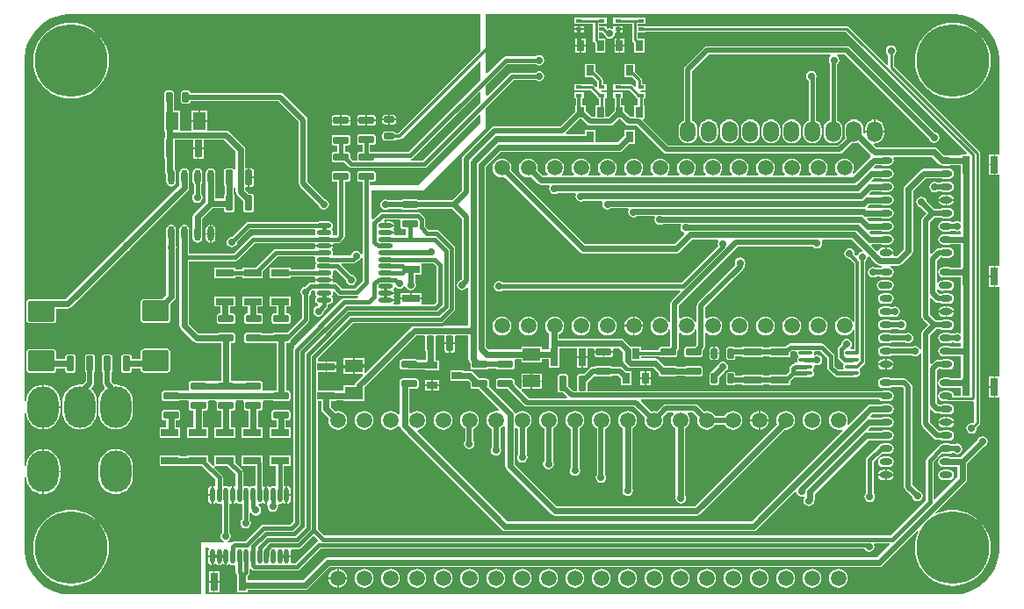
<source format=gtl>
G04 Layer_Physical_Order=1*
G04 Layer_Color=4803071*
%FSLAX44Y44*%
%MOMM*%
G71*
G01*
G75*
%ADD10R,0.7000X1.0000*%
%ADD11R,1.0000X0.7000*%
G04:AMPARAMS|DCode=12|XSize=0.7mm|YSize=1.5mm|CornerRadius=0.0875mm|HoleSize=0mm|Usage=FLASHONLY|Rotation=270.000|XOffset=0mm|YOffset=0mm|HoleType=Round|Shape=RoundedRectangle|*
%AMROUNDEDRECTD12*
21,1,0.7000,1.3250,0,0,270.0*
21,1,0.5250,1.5000,0,0,270.0*
1,1,0.1750,-0.6625,-0.2625*
1,1,0.1750,-0.6625,0.2625*
1,1,0.1750,0.6625,0.2625*
1,1,0.1750,0.6625,-0.2625*
%
%ADD12ROUNDEDRECTD12*%
%ADD13R,0.6000X0.3000*%
G04:AMPARAMS|DCode=14|XSize=0.7mm|YSize=1.5mm|CornerRadius=0.0875mm|HoleSize=0mm|Usage=FLASHONLY|Rotation=180.000|XOffset=0mm|YOffset=0mm|HoleType=Round|Shape=RoundedRectangle|*
%AMROUNDEDRECTD14*
21,1,0.7000,1.3250,0,0,180.0*
21,1,0.5250,1.5000,0,0,180.0*
1,1,0.1750,-0.2625,0.6625*
1,1,0.1750,0.2625,0.6625*
1,1,0.1750,0.2625,-0.6625*
1,1,0.1750,-0.2625,-0.6625*
%
%ADD14ROUNDEDRECTD14*%
G04:AMPARAMS|DCode=15|XSize=0.6mm|YSize=1mm|CornerRadius=0.105mm|HoleSize=0mm|Usage=FLASHONLY|Rotation=0.000|XOffset=0mm|YOffset=0mm|HoleType=Round|Shape=RoundedRectangle|*
%AMROUNDEDRECTD15*
21,1,0.6000,0.7900,0,0,0.0*
21,1,0.3900,1.0000,0,0,0.0*
1,1,0.2100,0.1950,-0.3950*
1,1,0.2100,-0.1950,-0.3950*
1,1,0.2100,-0.1950,0.3950*
1,1,0.2100,0.1950,0.3950*
%
%ADD15ROUNDEDRECTD15*%
G04:AMPARAMS|DCode=16|XSize=0.6mm|YSize=1mm|CornerRadius=0.105mm|HoleSize=0mm|Usage=FLASHONLY|Rotation=90.000|XOffset=0mm|YOffset=0mm|HoleType=Round|Shape=RoundedRectangle|*
%AMROUNDEDRECTD16*
21,1,0.6000,0.7900,0,0,90.0*
21,1,0.3900,1.0000,0,0,90.0*
1,1,0.2100,0.3950,0.1950*
1,1,0.2100,0.3950,-0.1950*
1,1,0.2100,-0.3950,-0.1950*
1,1,0.2100,-0.3950,0.1950*
%
%ADD16ROUNDEDRECTD16*%
%ADD17O,1.2000X0.7000*%
%ADD18O,0.5000X1.4000*%
%ADD19O,1.4000X0.5000*%
%ADD20O,1.3500X0.4200*%
%ADD21O,0.6000X1.4500*%
%ADD22R,0.7000X1.7000*%
%ADD23R,1.7000X0.7000*%
%ADD24R,1.7000X1.2000*%
G04:AMPARAMS|DCode=25|XSize=2mm|YSize=2.6mm|CornerRadius=0.2mm|HoleSize=0mm|Usage=FLASHONLY|Rotation=270.000|XOffset=0mm|YOffset=0mm|HoleType=Round|Shape=RoundedRectangle|*
%AMROUNDEDRECTD25*
21,1,2.0000,2.2000,0,0,270.0*
21,1,1.6000,2.6000,0,0,270.0*
1,1,0.4000,-1.1000,-0.8000*
1,1,0.4000,-1.1000,0.8000*
1,1,0.4000,1.1000,0.8000*
1,1,0.4000,1.1000,-0.8000*
%
%ADD25ROUNDEDRECTD25*%
%ADD26R,1.2000X1.7000*%
%ADD27C,0.3000*%
%ADD28C,0.6000*%
%ADD29C,0.5000*%
%ADD30C,0.4000*%
%ADD31C,0.2500*%
%ADD32O,1.5000X2.0000*%
%ADD33C,1.5000*%
%ADD34C,7.0000*%
%ADD35O,3.0000X4.0000*%
%ADD36C,0.7000*%
G36*
X445000Y529576D02*
X365733Y450309D01*
X363026D01*
X362538Y451039D01*
X361695Y451602D01*
X360700Y451800D01*
X352800D01*
X351805Y451602D01*
X350962Y451039D01*
X350398Y450195D01*
X350200Y449200D01*
Y445300D01*
X350398Y444305D01*
X350962Y443462D01*
X351805Y442898D01*
X352800Y442700D01*
X360700D01*
X361695Y442898D01*
X362538Y443462D01*
X363026Y444191D01*
X367000D01*
X367000Y444191D01*
X368171Y444424D01*
X369163Y445087D01*
X443614Y519538D01*
X445000Y518964D01*
X445000Y501547D01*
X375772Y432319D01*
X338319D01*
Y438954D01*
X341375D01*
X342302Y439138D01*
X343087Y439663D01*
X343612Y440448D01*
X343797Y441375D01*
Y446625D01*
X343612Y447552D01*
X343087Y448337D01*
X342302Y448862D01*
X341375Y449047D01*
X328125D01*
X327198Y448862D01*
X326413Y448337D01*
X325888Y447552D01*
X325704Y446625D01*
Y441375D01*
X325888Y440448D01*
X326413Y439663D01*
X327198Y439138D01*
X328125Y438954D01*
X331181D01*
Y432296D01*
X328125D01*
X327198Y432112D01*
X326413Y431587D01*
X325888Y430802D01*
X325704Y429875D01*
Y424625D01*
X325042Y423819D01*
X321978D01*
X319296Y426500D01*
Y429875D01*
X319112Y430802D01*
X318587Y431587D01*
X317802Y432112D01*
X316875Y432296D01*
X313818D01*
Y438453D01*
X316875D01*
X317802Y438638D01*
X318587Y439163D01*
X319112Y439948D01*
X319296Y440875D01*
Y446125D01*
X319112Y447052D01*
X318587Y447837D01*
X317802Y448362D01*
X316875Y448547D01*
X303625D01*
X302698Y448362D01*
X301913Y447837D01*
X301388Y447052D01*
X301203Y446125D01*
Y440875D01*
X301388Y439948D01*
X301913Y439163D01*
X302698Y438638D01*
X303625Y438453D01*
X306681D01*
Y432296D01*
X303625D01*
X302698Y432112D01*
X301913Y431587D01*
X301388Y430802D01*
X301203Y429875D01*
Y424625D01*
X301388Y423698D01*
X301913Y422913D01*
X302698Y422388D01*
X303625Y422203D01*
X313500D01*
X317977Y417727D01*
X319134Y416953D01*
X320500Y416681D01*
X390500D01*
X391866Y416953D01*
X393023Y417727D01*
X443614Y468317D01*
X445000Y467743D01*
Y460000D01*
X385000Y400000D01*
X338319D01*
Y403453D01*
X341375D01*
X342302Y403638D01*
X343087Y404163D01*
X343612Y404948D01*
X343797Y405875D01*
Y411125D01*
X343612Y412052D01*
X343087Y412837D01*
X342302Y413362D01*
X341375Y413546D01*
X328125D01*
X327198Y413362D01*
X326413Y412837D01*
X325888Y412052D01*
X325704Y411125D01*
Y405875D01*
X325888Y404948D01*
X326413Y404163D01*
X327198Y403638D01*
X328125Y403453D01*
X331181D01*
Y333742D01*
X329710Y333451D01*
X328605Y335105D01*
X326951Y336210D01*
X325000Y336598D01*
X323049Y336210D01*
X321395Y335105D01*
X320290Y333451D01*
X319965Y331819D01*
X303156D01*
X302320Y333109D01*
X302294Y333319D01*
X302578Y334750D01*
X302268Y336311D01*
X301384Y337634D01*
Y338366D01*
X302268Y339689D01*
X302429Y340500D01*
X294000D01*
X285571D01*
X285706Y339819D01*
X285680Y339609D01*
X284844Y338319D01*
X247500D01*
X246134Y338047D01*
X244977Y337273D01*
X228227Y320523D01*
X228044Y320250D01*
X215000D01*
Y318819D01*
X208500D01*
Y320250D01*
X188500D01*
Y310250D01*
X208500D01*
Y311681D01*
X215000D01*
Y310250D01*
X235000D01*
Y317203D01*
X248978Y331181D01*
X284844D01*
X285680Y329891D01*
X285706Y329681D01*
X285422Y328250D01*
X285732Y326689D01*
X286616Y325366D01*
Y324634D01*
X285732Y323311D01*
X285422Y321750D01*
X285706Y320319D01*
X285680Y320109D01*
X284844Y318819D01*
X261500D01*
Y320250D01*
X241500D01*
Y310250D01*
X261500D01*
Y311681D01*
X284844D01*
X285680Y310391D01*
X285706Y310181D01*
X285571Y309500D01*
X294000D01*
X302429D01*
X302268Y310311D01*
X301384Y311634D01*
Y312366D01*
X302268Y313689D01*
X302578Y315250D01*
X302294Y316681D01*
X302320Y316891D01*
X303156Y318181D01*
X305522D01*
X314952Y308751D01*
X314902Y308500D01*
X315290Y306549D01*
X316395Y304895D01*
X318049Y303790D01*
X320000Y303402D01*
X321951Y303790D01*
X323605Y304895D01*
X324710Y306549D01*
X325098Y308500D01*
X324710Y310451D01*
X323605Y312105D01*
X321951Y313210D01*
X320248Y313549D01*
X310615Y323181D01*
X311237Y324681D01*
X321750D01*
X323116Y324953D01*
X324273Y325727D01*
X324957Y326410D01*
X325000Y326402D01*
X326951Y326790D01*
X328605Y327895D01*
X329710Y329549D01*
X331181Y329258D01*
Y307728D01*
X323772Y300319D01*
X310728D01*
X306273Y304773D01*
X305116Y305547D01*
X303750Y305819D01*
X303156D01*
X302320Y307109D01*
X302294Y307319D01*
X302429Y308000D01*
X294000D01*
X285571D01*
X285706Y307319D01*
X285680Y307109D01*
X284844Y305819D01*
X281250D01*
X279884Y305547D01*
X278727Y304773D01*
X275940Y301987D01*
X274549Y301710D01*
X272895Y300605D01*
X271790Y298951D01*
X271402Y297000D01*
X271790Y295049D01*
X272681Y293715D01*
Y272228D01*
X258000Y257547D01*
X245875D01*
X244948Y257362D01*
X244419Y257008D01*
X233962D01*
X233552Y257282D01*
X232625Y257467D01*
X219375D01*
X218448Y257282D01*
X217663Y256757D01*
X217138Y255972D01*
X216954Y255045D01*
Y249795D01*
X217138Y248868D01*
X217663Y248083D01*
X218448Y247558D01*
X219375Y247374D01*
X232625D01*
X233552Y247558D01*
X233962Y247832D01*
X244658D01*
X244948Y247638D01*
X245875Y247453D01*
X247912D01*
Y201882D01*
X245763D01*
X244836Y201697D01*
X244426Y201423D01*
X235507D01*
X234678Y202683D01*
X234640Y202923D01*
X234797Y203710D01*
Y208960D01*
X234612Y209887D01*
X234087Y210672D01*
X233302Y211197D01*
X232375Y211381D01*
X219125D01*
X218198Y211197D01*
X217788Y210923D01*
X207212D01*
X206802Y211197D01*
X205875Y211381D01*
X204088D01*
Y247374D01*
X206125D01*
X207052Y247558D01*
X207837Y248083D01*
X208362Y248868D01*
X208547Y249795D01*
Y255045D01*
X208362Y255972D01*
X207837Y256757D01*
X207052Y257282D01*
X206125Y257467D01*
X192875D01*
X191948Y257282D01*
X191538Y257008D01*
X172980D01*
X163738Y266250D01*
Y326681D01*
X208000D01*
X209366Y326953D01*
X210523Y327727D01*
X226978Y344181D01*
X284844D01*
X285680Y342891D01*
X285706Y342681D01*
X285571Y342000D01*
X294000D01*
X302429D01*
X302294Y342681D01*
X302320Y342891D01*
X303156Y344181D01*
X307250D01*
X308616Y344453D01*
X309773Y345227D01*
X312773Y348227D01*
X313547Y349384D01*
X313818Y350750D01*
Y403453D01*
X316875D01*
X317802Y403638D01*
X318587Y404163D01*
X319112Y404948D01*
X319296Y405875D01*
Y411125D01*
X319112Y412052D01*
X318587Y412837D01*
X317802Y413362D01*
X316875Y413546D01*
X303625D01*
X302698Y413362D01*
X301913Y412837D01*
X301388Y412052D01*
X301203Y411125D01*
Y405875D01*
X301388Y404948D01*
X301913Y404163D01*
X302698Y403638D01*
X303625Y403453D01*
X306681D01*
Y352228D01*
X305772Y351319D01*
X303156D01*
X302320Y352609D01*
X302294Y352819D01*
X302578Y354250D01*
X302268Y355811D01*
X301384Y357134D01*
Y357866D01*
X302268Y359189D01*
X302578Y360750D01*
X302268Y362311D01*
X301384Y363634D01*
X300061Y364518D01*
X298500Y364828D01*
X289500D01*
X287939Y364518D01*
X287641Y364319D01*
X220750D01*
X219384Y364047D01*
X218227Y363273D01*
X205043Y350089D01*
X205000Y350098D01*
X203049Y349710D01*
X201395Y348605D01*
X200290Y346951D01*
X199902Y345000D01*
X200290Y343049D01*
X201395Y341395D01*
X203049Y340290D01*
X205000Y339902D01*
X206951Y340290D01*
X208605Y341395D01*
X209710Y343049D01*
X210098Y345000D01*
X210089Y345043D01*
X222228Y357181D01*
X284844D01*
X285680Y355891D01*
X285706Y355681D01*
X285422Y354250D01*
X285706Y352819D01*
X285680Y352609D01*
X284844Y351319D01*
X225500D01*
X224134Y351047D01*
X222977Y350273D01*
X206522Y333819D01*
X163738D01*
Y353000D01*
Y357250D01*
X163389Y359006D01*
X162394Y360494D01*
X160906Y361489D01*
X159150Y361838D01*
X157394Y361489D01*
X155906Y360494D01*
X154911Y359006D01*
X154562Y357250D01*
Y348750D01*
Y330250D01*
Y264350D01*
X154911Y262594D01*
X155906Y261106D01*
X167836Y249176D01*
X169324Y248181D01*
X171080Y247832D01*
X191538D01*
X191948Y247558D01*
X192875Y247374D01*
X194912D01*
Y211381D01*
X192625D01*
X191698Y211197D01*
X191288Y210923D01*
X180712D01*
X180302Y211197D01*
X179375Y211381D01*
X166125D01*
X165198Y211197D01*
X164413Y210672D01*
X163888Y209887D01*
X163703Y208960D01*
Y203710D01*
X163860Y202923D01*
X163822Y202683D01*
X162993Y201423D01*
X154212D01*
X153802Y201697D01*
X152875Y201882D01*
X139625D01*
X138698Y201697D01*
X137913Y201172D01*
X137388Y200387D01*
X137204Y199460D01*
Y194210D01*
X137388Y193283D01*
X137913Y192498D01*
X138698Y191973D01*
X139625Y191788D01*
X152875D01*
X153802Y191973D01*
X154212Y192247D01*
X162826D01*
X163161Y191896D01*
X163810Y190747D01*
X163703Y190210D01*
Y184960D01*
X163888Y184033D01*
X164413Y183248D01*
X165198Y182723D01*
X166125Y182539D01*
X168162D01*
Y166500D01*
X161750D01*
Y156500D01*
X181750D01*
Y166500D01*
X177338D01*
Y182539D01*
X179375D01*
X180302Y182723D01*
X181087Y183248D01*
X181612Y184033D01*
X181796Y184960D01*
Y190210D01*
X181690Y190747D01*
X182339Y191896D01*
X182674Y192247D01*
X189326D01*
X189661Y191896D01*
X190310Y190747D01*
X190203Y190210D01*
Y184960D01*
X190388Y184033D01*
X190913Y183248D01*
X191698Y182723D01*
X192625Y182539D01*
X194662D01*
Y166500D01*
X188250D01*
Y156500D01*
X208250D01*
Y166500D01*
X203838D01*
Y182539D01*
X205875D01*
X206802Y182723D01*
X207587Y183248D01*
X208112Y184033D01*
X208297Y184960D01*
Y190210D01*
X208190Y190747D01*
X208839Y191896D01*
X209174Y192247D01*
X215826D01*
X216161Y191896D01*
X216810Y190747D01*
X216703Y190210D01*
Y184960D01*
X216888Y184033D01*
X217413Y183248D01*
X218198Y182723D01*
X219125Y182539D01*
X221162D01*
Y166500D01*
X214750D01*
Y156500D01*
X234750D01*
Y166500D01*
X230338D01*
Y182539D01*
X232375D01*
X233302Y182723D01*
X234087Y183248D01*
X234612Y184033D01*
X234797Y184960D01*
Y190210D01*
X234690Y190747D01*
X235339Y191896D01*
X235674Y192247D01*
X244426D01*
X244836Y191973D01*
X245763Y191788D01*
X259013D01*
X259939Y191973D01*
X260725Y192498D01*
X261250Y193283D01*
X261434Y194210D01*
Y199460D01*
X261250Y200387D01*
X260725Y201172D01*
X259939Y201697D01*
X259013Y201882D01*
X257088D01*
Y247453D01*
X259125D01*
X260052Y247638D01*
X260837Y248163D01*
X261362Y248948D01*
X261546Y249875D01*
Y251000D01*
X278773Y268227D01*
X279547Y269384D01*
X279819Y270750D01*
Y293204D01*
X280105Y293395D01*
X281210Y295049D01*
X281598Y297000D01*
X281507Y297460D01*
X282728Y298681D01*
X284844D01*
X285680Y297391D01*
X285706Y297181D01*
X285422Y295750D01*
X285732Y294189D01*
X286616Y292866D01*
Y292134D01*
X285732Y290811D01*
X285422Y289250D01*
X285732Y287689D01*
X286616Y286366D01*
X287939Y285482D01*
X288121Y283916D01*
X287633Y283176D01*
X286549Y282960D01*
X284895Y281855D01*
X283790Y280201D01*
X283402Y278250D01*
X283790Y276299D01*
X284895Y274645D01*
X286549Y273540D01*
X288500Y273152D01*
X290451Y273540D01*
X292105Y274645D01*
X293210Y276299D01*
X293598Y278250D01*
X293589Y278293D01*
X296523Y281227D01*
X297297Y282384D01*
X297568Y283750D01*
Y285172D01*
X298500D01*
X300061Y285482D01*
X301384Y286366D01*
X302268Y287689D01*
X302578Y289250D01*
X302268Y290811D01*
X301384Y292134D01*
Y292866D01*
X302268Y294189D01*
X302578Y295750D01*
X302453Y296379D01*
X303836Y297118D01*
X306727Y294227D01*
X307884Y293453D01*
X309250Y293181D01*
X325250D01*
X326261Y293383D01*
X327130Y292130D01*
X325569Y290569D01*
X313444D01*
X312078Y290297D01*
X311634Y290000D01*
X310000D01*
X265000Y245000D01*
Y243603D01*
X264977Y243580D01*
X264203Y242422D01*
X263932Y241056D01*
Y75256D01*
X261244Y72569D01*
X235430D01*
X234065Y72297D01*
X232907Y71523D01*
X217702Y56319D01*
X207750D01*
X206384Y56047D01*
X205227Y55273D01*
X204953Y55000D01*
X200897D01*
X200749Y56500D01*
X200951Y56540D01*
X202605Y57645D01*
X203710Y59299D01*
X204098Y61250D01*
X203710Y63201D01*
X202819Y64535D01*
Y91844D01*
X204109Y92680D01*
X204319Y92706D01*
X205000Y92571D01*
Y101000D01*
Y109429D01*
X204189Y109268D01*
X202866Y108384D01*
X202134D01*
X200811Y109268D01*
X199250Y109578D01*
X197819Y109294D01*
X197609Y109320D01*
X196319Y110156D01*
Y117750D01*
X196047Y119116D01*
X195273Y120273D01*
X187903Y127644D01*
X188668Y129000D01*
X200953D01*
X208681Y121272D01*
Y110156D01*
X207391Y109320D01*
X207181Y109294D01*
X206500Y109429D01*
Y101000D01*
Y92571D01*
X207311Y92732D01*
X208634Y93616D01*
X209366D01*
X210689Y92732D01*
X212250Y92422D01*
X213682Y92706D01*
X213891Y92680D01*
X215182Y91844D01*
Y77963D01*
X214645Y77605D01*
X213540Y75951D01*
X213152Y74000D01*
X213540Y72049D01*
X214645Y70395D01*
X216299Y69290D01*
X218250Y68902D01*
X220201Y69290D01*
X221855Y70395D01*
X222960Y72049D01*
X223348Y74000D01*
X222960Y75951D01*
X222319Y76911D01*
Y83427D01*
X223819Y83882D01*
X224645Y82645D01*
X226299Y81540D01*
X228250Y81152D01*
X230201Y81540D01*
X231855Y82645D01*
X232960Y84299D01*
X233348Y86250D01*
X232960Y88201D01*
X231855Y89855D01*
X230201Y90960D01*
X230154Y91210D01*
X231443Y92483D01*
X231750Y92422D01*
X233311Y92732D01*
X234634Y93616D01*
X235366D01*
X236689Y92732D01*
X237500Y92571D01*
Y101000D01*
Y109429D01*
X236689Y109268D01*
X236319Y109020D01*
X234819Y109822D01*
Y131250D01*
X234750Y131595D01*
Y139000D01*
X214750D01*
Y129000D01*
X227681D01*
Y110353D01*
X226181Y109393D01*
X225250Y109578D01*
X223689Y109268D01*
X222366Y108384D01*
X221634D01*
X220311Y109268D01*
X218750Y109578D01*
X217319Y109294D01*
X217109Y109320D01*
X215819Y110156D01*
Y122750D01*
X215547Y124116D01*
X214773Y125273D01*
X208250Y131797D01*
Y139000D01*
X188250D01*
Y129418D01*
X186894Y128653D01*
X181750Y133797D01*
Y139000D01*
X161750D01*
Y138588D01*
X155250D01*
Y139000D01*
X135250D01*
Y129000D01*
X155250D01*
Y129412D01*
X161750D01*
Y129000D01*
X176453D01*
X189181Y116272D01*
Y110156D01*
X187891Y109320D01*
X187682Y109294D01*
X187000Y109429D01*
Y101000D01*
Y92571D01*
X187811Y92732D01*
X189134Y93616D01*
X189866D01*
X191189Y92732D01*
X192750Y92422D01*
X194181Y92706D01*
X194391Y92680D01*
X195681Y91844D01*
Y65046D01*
X195395Y64855D01*
X194290Y63201D01*
X193902Y61250D01*
X194290Y59299D01*
X195395Y57645D01*
X197049Y56540D01*
X197251Y56500D01*
X197103Y55000D01*
X175000D01*
Y5000D01*
X50000Y5000D01*
X47050D01*
X41202Y5770D01*
X35504Y7297D01*
X30054Y9554D01*
X24946Y12503D01*
X20266Y16095D01*
X16095Y20266D01*
X12503Y24946D01*
X9554Y30054D01*
X7297Y35504D01*
X5770Y41202D01*
X5000Y47050D01*
X5000Y50000D01*
Y117616D01*
X6500Y117690D01*
X6739Y115265D01*
X7682Y112155D01*
X9214Y109289D01*
X11276Y106776D01*
X13789Y104714D01*
X16655Y103182D01*
X19765Y102239D01*
X22250Y101994D01*
Y123500D01*
Y145006D01*
X19765Y144761D01*
X16655Y143818D01*
X13789Y142286D01*
X11276Y140224D01*
X9214Y137711D01*
X7682Y134845D01*
X6739Y131735D01*
X6500Y129310D01*
X5000Y129384D01*
Y180116D01*
X6500Y180190D01*
X6739Y177766D01*
X7682Y174655D01*
X9214Y171789D01*
X11276Y169276D01*
X13789Y167214D01*
X16655Y165682D01*
X19765Y164739D01*
X22250Y164494D01*
Y186000D01*
Y207506D01*
X19765Y207261D01*
X16655Y206318D01*
X13789Y204786D01*
X11276Y202724D01*
X9214Y200211D01*
X7682Y197345D01*
X6739Y194235D01*
X6500Y191810D01*
X5000Y191884D01*
X5000Y520000D01*
X5000Y522949D01*
X5770Y528798D01*
X7297Y534496D01*
X9554Y539946D01*
X12503Y545054D01*
X16094Y549734D01*
X20266Y553905D01*
X24946Y557496D01*
X30054Y560446D01*
X35504Y562703D01*
X41202Y564230D01*
X47050Y565000D01*
X50000Y565000D01*
X50000Y565000D01*
X445000D01*
Y529576D01*
D02*
G37*
G36*
X445000Y489493D02*
Y479797D01*
X389022Y423819D01*
X378087D01*
X377939Y425319D01*
X378616Y425453D01*
X379773Y426227D01*
X443614Y490067D01*
X445000Y489493D01*
D02*
G37*
G36*
X547366Y458616D02*
X547366Y458616D01*
X548689Y457732D01*
X550250Y457422D01*
X550250Y457422D01*
X569750D01*
X569750Y457422D01*
X571311Y457732D01*
X572634Y458616D01*
X577993Y463975D01*
X579507D01*
X584866Y458616D01*
X584866Y458616D01*
X586189Y457732D01*
X587750Y457422D01*
X587750Y457422D01*
X595311D01*
X621366Y431366D01*
X622689Y430482D01*
X624250Y430172D01*
X624250Y430172D01*
X791000D01*
X791000Y430172D01*
X792561Y430482D01*
X793884Y431366D01*
X802930Y440412D01*
X804750Y440172D01*
X807100Y440482D01*
X808818Y441194D01*
X820953Y429059D01*
X820936Y427397D01*
X820816Y427163D01*
X820563Y426994D01*
X804270Y410701D01*
X803140Y411692D01*
X803462Y412111D01*
X804368Y414300D01*
X804678Y416650D01*
X804368Y418999D01*
X803462Y421189D01*
X802019Y423069D01*
X800139Y424511D01*
X797950Y425418D01*
X795600Y425728D01*
X793251Y425418D01*
X791061Y424511D01*
X789181Y423069D01*
X787739Y421189D01*
X786832Y418999D01*
X786522Y416650D01*
X786832Y414300D01*
X787739Y412111D01*
X788792Y410738D01*
X788129Y409238D01*
X777671D01*
X777008Y410738D01*
X778062Y412111D01*
X778968Y414300D01*
X779278Y416650D01*
X778968Y418999D01*
X778062Y421189D01*
X776619Y423069D01*
X774739Y424511D01*
X772550Y425418D01*
X770200Y425728D01*
X767850Y425418D01*
X765661Y424511D01*
X763781Y423069D01*
X762339Y421189D01*
X761432Y418999D01*
X761122Y416650D01*
X761432Y414300D01*
X762339Y412111D01*
X763392Y410738D01*
X762729Y409238D01*
X752271D01*
X751608Y410738D01*
X752662Y412111D01*
X753568Y414300D01*
X753878Y416650D01*
X753568Y418999D01*
X752662Y421189D01*
X751219Y423069D01*
X749339Y424511D01*
X747150Y425418D01*
X744800Y425728D01*
X742450Y425418D01*
X740261Y424511D01*
X738381Y423069D01*
X736939Y421189D01*
X736032Y418999D01*
X735722Y416650D01*
X736032Y414300D01*
X736939Y412111D01*
X737992Y410738D01*
X737329Y409238D01*
X726871D01*
X726208Y410738D01*
X727262Y412111D01*
X728168Y414300D01*
X728478Y416650D01*
X728168Y418999D01*
X727262Y421189D01*
X725819Y423069D01*
X723939Y424511D01*
X721749Y425418D01*
X719400Y425728D01*
X717050Y425418D01*
X714861Y424511D01*
X712981Y423069D01*
X711539Y421189D01*
X710632Y418999D01*
X710322Y416650D01*
X710632Y414300D01*
X711539Y412111D01*
X712592Y410738D01*
X711929Y409238D01*
X701471D01*
X700808Y410738D01*
X701861Y412111D01*
X702768Y414300D01*
X703078Y416650D01*
X702768Y418999D01*
X701861Y421189D01*
X700419Y423069D01*
X698539Y424511D01*
X696349Y425418D01*
X694000Y425728D01*
X691650Y425418D01*
X689461Y424511D01*
X687581Y423069D01*
X686139Y421189D01*
X685232Y418999D01*
X684922Y416650D01*
X685232Y414300D01*
X686139Y412111D01*
X687192Y410738D01*
X686529Y409238D01*
X676071D01*
X675408Y410738D01*
X676461Y412111D01*
X677368Y414300D01*
X677678Y416650D01*
X677368Y418999D01*
X676461Y421189D01*
X675019Y423069D01*
X673139Y424511D01*
X670949Y425418D01*
X668600Y425728D01*
X666251Y425418D01*
X664061Y424511D01*
X662181Y423069D01*
X660739Y421189D01*
X659832Y418999D01*
X659522Y416650D01*
X659832Y414300D01*
X660739Y412111D01*
X661792Y410738D01*
X661129Y409238D01*
X650671D01*
X650008Y410738D01*
X651061Y412111D01*
X651968Y414300D01*
X652278Y416650D01*
X651968Y418999D01*
X651061Y421189D01*
X649619Y423069D01*
X647739Y424511D01*
X645549Y425418D01*
X643200Y425728D01*
X640851Y425418D01*
X638661Y424511D01*
X636781Y423069D01*
X635339Y421189D01*
X634432Y418999D01*
X634122Y416650D01*
X634432Y414300D01*
X635339Y412111D01*
X636392Y410738D01*
X635729Y409238D01*
X625271D01*
X624608Y410738D01*
X625662Y412111D01*
X626568Y414300D01*
X626878Y416650D01*
X626568Y418999D01*
X625662Y421189D01*
X624219Y423069D01*
X622339Y424511D01*
X620149Y425418D01*
X617800Y425728D01*
X615451Y425418D01*
X613261Y424511D01*
X611381Y423069D01*
X609939Y421189D01*
X609032Y418999D01*
X608722Y416650D01*
X609032Y414300D01*
X609939Y412111D01*
X610992Y410738D01*
X610329Y409238D01*
X599871D01*
X599208Y410738D01*
X600261Y412111D01*
X601168Y414300D01*
X601478Y416650D01*
X601168Y418999D01*
X600261Y421189D01*
X598819Y423069D01*
X596939Y424511D01*
X594749Y425418D01*
X592400Y425728D01*
X590051Y425418D01*
X587861Y424511D01*
X585981Y423069D01*
X584539Y421189D01*
X583632Y418999D01*
X583322Y416650D01*
X583632Y414300D01*
X584539Y412111D01*
X585592Y410738D01*
X584929Y409238D01*
X574471D01*
X573808Y410738D01*
X574861Y412111D01*
X575768Y414300D01*
X576078Y416650D01*
X575768Y418999D01*
X574861Y421189D01*
X573419Y423069D01*
X571539Y424511D01*
X569350Y425418D01*
X567000Y425728D01*
X564650Y425418D01*
X562461Y424511D01*
X560581Y423069D01*
X559139Y421189D01*
X558232Y418999D01*
X557922Y416650D01*
X558232Y414300D01*
X559139Y412111D01*
X560192Y410738D01*
X559529Y409238D01*
X549071D01*
X548408Y410738D01*
X549462Y412111D01*
X550368Y414300D01*
X550678Y416650D01*
X550368Y418999D01*
X549462Y421189D01*
X548019Y423069D01*
X546139Y424511D01*
X543950Y425418D01*
X541600Y425728D01*
X539250Y425418D01*
X537061Y424511D01*
X535181Y423069D01*
X533739Y421189D01*
X532832Y418999D01*
X532522Y416650D01*
X532832Y414300D01*
X533739Y412111D01*
X534792Y410738D01*
X534129Y409238D01*
X523671D01*
X523008Y410738D01*
X524062Y412111D01*
X524968Y414300D01*
X525278Y416650D01*
X524968Y418999D01*
X524062Y421189D01*
X522619Y423069D01*
X520739Y424511D01*
X518549Y425418D01*
X516200Y425728D01*
X513851Y425418D01*
X511661Y424511D01*
X509781Y423069D01*
X508339Y421189D01*
X507432Y418999D01*
X507122Y416650D01*
X507432Y414300D01*
X508339Y412111D01*
X509392Y410738D01*
X508729Y409238D01*
X504701D01*
X499576Y414362D01*
X499878Y416650D01*
X499568Y418999D01*
X498661Y421189D01*
X497219Y423069D01*
X495339Y424511D01*
X493149Y425418D01*
X490800Y425728D01*
X488451Y425418D01*
X486261Y424511D01*
X484381Y423069D01*
X482939Y421189D01*
X482032Y418999D01*
X481722Y416650D01*
X482032Y414300D01*
X482939Y412111D01*
X484381Y410231D01*
X486261Y408789D01*
X488451Y407882D01*
X490800Y407572D01*
X493088Y407874D01*
X499556Y401406D01*
X501044Y400411D01*
X502800Y400062D01*
X510775D01*
X511483Y398739D01*
X511290Y398451D01*
X510902Y396500D01*
X511290Y394549D01*
X512395Y392895D01*
X514049Y391790D01*
X516000Y391402D01*
X517951Y391790D01*
X519106Y392562D01*
X536289D01*
X536996Y391239D01*
X536816Y390970D01*
X536428Y389019D01*
X536816Y387068D01*
X537922Y385414D01*
X539576Y384309D01*
X541526Y383921D01*
X543477Y384309D01*
X544604Y385062D01*
X561776D01*
X562483Y383739D01*
X562290Y383451D01*
X561902Y381500D01*
X562290Y379549D01*
X563395Y377895D01*
X565049Y376790D01*
X567000Y376402D01*
X568951Y376790D01*
X570106Y377562D01*
X587025D01*
X587733Y376239D01*
X587540Y375951D01*
X587152Y374000D01*
X587540Y372049D01*
X588645Y370395D01*
X590299Y369290D01*
X592250Y368902D01*
X594201Y369290D01*
X595356Y370062D01*
X612294D01*
X613001Y368739D01*
X612820Y368469D01*
X612432Y366518D01*
X612820Y364567D01*
X613925Y362913D01*
X615579Y361808D01*
X617530Y361420D01*
X619481Y361808D01*
X620609Y362562D01*
X637545D01*
X638252Y361239D01*
X638072Y360968D01*
X637683Y359017D01*
X638072Y357067D01*
X639177Y355413D01*
X640797Y354330D01*
X641020Y354170D01*
X641280Y352691D01*
X631927Y343338D01*
X545201D01*
X474176Y414362D01*
X474478Y416650D01*
X474168Y418999D01*
X473261Y421189D01*
X471819Y423069D01*
X469939Y424511D01*
X467749Y425418D01*
X465400Y425728D01*
X463050Y425418D01*
X460861Y424511D01*
X458981Y423069D01*
X457539Y421189D01*
X456632Y418999D01*
X456322Y416650D01*
X456632Y414300D01*
X457539Y412111D01*
X458981Y410231D01*
X460861Y408789D01*
X463050Y407882D01*
X465400Y407572D01*
X467688Y407874D01*
X540056Y335506D01*
X541544Y334511D01*
X543300Y334162D01*
X633828D01*
X635583Y334511D01*
X637072Y335506D01*
X649128Y347562D01*
X673566D01*
X674368Y346062D01*
X673798Y345208D01*
X673409Y343257D01*
X673798Y341306D01*
X673888Y341170D01*
X638537Y305819D01*
X466379D01*
X466355Y305855D01*
X464701Y306960D01*
X462750Y307348D01*
X460799Y306960D01*
X459145Y305855D01*
X458040Y304201D01*
X457652Y302250D01*
X458040Y300299D01*
X459145Y298645D01*
X460799Y297540D01*
X462750Y297152D01*
X464701Y297540D01*
X466355Y298645D01*
X466379Y298681D01*
X637204D01*
X637778Y297296D01*
X628816Y288334D01*
X627932Y287011D01*
X627622Y285450D01*
X627622Y285450D01*
Y267976D01*
X626122Y267678D01*
X625662Y268789D01*
X624219Y270669D01*
X622339Y272111D01*
X620149Y273018D01*
X617800Y273328D01*
X615451Y273018D01*
X613261Y272111D01*
X611381Y270669D01*
X609939Y268789D01*
X609032Y266600D01*
X608722Y264250D01*
X609032Y261901D01*
X609939Y259711D01*
X611381Y257831D01*
X613261Y256389D01*
X615451Y255482D01*
X617800Y255172D01*
X620149Y255482D01*
X622339Y256389D01*
X624219Y257831D01*
X625662Y259711D01*
X626122Y260822D01*
X627622Y260524D01*
Y244389D01*
X627529Y244296D01*
X618875D01*
X617948Y244112D01*
X617163Y243587D01*
X616638Y242802D01*
X616454Y241875D01*
Y240809D01*
X599500D01*
Y244250D01*
X589739D01*
X583494Y250494D01*
X582006Y251489D01*
X580250Y251838D01*
X520088D01*
Y256119D01*
X520739Y256389D01*
X522619Y257831D01*
X524062Y259711D01*
X524968Y261901D01*
X525278Y264250D01*
X524968Y266600D01*
X524062Y268789D01*
X522619Y270669D01*
X520739Y272111D01*
X518549Y273018D01*
X516200Y273328D01*
X513851Y273018D01*
X511661Y272111D01*
X509781Y270669D01*
X508339Y268789D01*
X507432Y266600D01*
X507122Y264250D01*
X507432Y261901D01*
X508339Y259711D01*
X509781Y257831D01*
X510912Y256964D01*
Y244250D01*
X510500D01*
Y241338D01*
X504000D01*
Y244250D01*
X484000D01*
Y241338D01*
X452650D01*
X449838Y244151D01*
Y417343D01*
X464656Y432162D01*
X578500D01*
X580256Y432511D01*
X581744Y433506D01*
X588239Y440000D01*
X593250D01*
Y453000D01*
X583250D01*
Y447989D01*
X576600Y441338D01*
X555750D01*
Y453000D01*
X545750D01*
Y449088D01*
X527727D01*
X527106Y450588D01*
X540518Y464000D01*
X541982D01*
X547366Y458616D01*
D02*
G37*
G36*
X900000Y565000D02*
X900000Y565000D01*
X900000Y565000D01*
X902949Y565000D01*
X908798Y564230D01*
X914496Y562703D01*
X919946Y560446D01*
X925054Y557496D01*
X929734Y553905D01*
X933905Y549734D01*
X937496Y545054D01*
X940446Y539946D01*
X942703Y534496D01*
X944230Y528798D01*
X945000Y522949D01*
X945000Y520000D01*
Y429800D01*
X941000D01*
Y419800D01*
Y409800D01*
X945000D01*
Y322050D01*
X941000D01*
Y312050D01*
Y302050D01*
X945000D01*
X945000Y215300D01*
X941000D01*
Y205300D01*
Y195300D01*
X945000D01*
Y50000D01*
X945000Y50000D01*
Y47050D01*
X944230Y41202D01*
X942703Y35504D01*
X940446Y30054D01*
X937496Y24946D01*
X933905Y20266D01*
X929734Y16095D01*
X925054Y12503D01*
X919946Y9554D01*
X914496Y7297D01*
X908798Y5770D01*
X902949Y5000D01*
X900000D01*
X180000Y5000D01*
Y50000D01*
X181974D01*
X182776Y48500D01*
X182482Y48061D01*
X182172Y46500D01*
Y42750D01*
X186250D01*
Y42000D01*
X187000D01*
Y33571D01*
X187811Y33732D01*
X189134Y34616D01*
X189866D01*
X191189Y33732D01*
X192000Y33571D01*
Y42000D01*
X193500D01*
Y33571D01*
X194311Y33732D01*
X195634Y34616D01*
X196366D01*
X197689Y33732D01*
X198500Y33571D01*
Y42000D01*
X200000D01*
Y33571D01*
X200811Y33732D01*
X202134Y34616D01*
X202866D01*
X204189Y33732D01*
X205750Y33422D01*
X207181Y33706D01*
X207391Y33680D01*
X208681Y32844D01*
Y26500D01*
X208953Y25134D01*
X209727Y23977D01*
X210250Y23453D01*
Y7400D01*
X220250D01*
Y9662D01*
X275750D01*
X277506Y10011D01*
X278994Y11006D01*
X299401Y31412D01*
X828692D01*
X830448Y31761D01*
X831937Y32756D01*
X865852Y66671D01*
X867087Y65785D01*
X866206Y63998D01*
X864668Y59467D01*
X863735Y54774D01*
X863422Y50000D01*
X863735Y45226D01*
X864668Y40533D01*
X866206Y36002D01*
X868322Y31711D01*
X870981Y27733D01*
X874135Y24135D01*
X877732Y20981D01*
X881711Y18322D01*
X886002Y16206D01*
X890533Y14668D01*
X895226Y13735D01*
X900000Y13422D01*
X904774Y13735D01*
X909467Y14668D01*
X913998Y16206D01*
X918289Y18322D01*
X922268Y20981D01*
X925865Y24135D01*
X929019Y27733D01*
X931678Y31711D01*
X933794Y36002D01*
X935332Y40533D01*
X936265Y45226D01*
X936578Y50000D01*
X936265Y54774D01*
X935332Y59467D01*
X933794Y63998D01*
X931678Y68289D01*
X929019Y72267D01*
X925865Y75865D01*
X922268Y79019D01*
X918289Y81678D01*
X913998Y83794D01*
X909467Y85332D01*
X904774Y86265D01*
X900000Y86578D01*
X895226Y86265D01*
X890533Y85332D01*
X886002Y83794D01*
X884215Y82913D01*
X883329Y84148D01*
X912544Y113363D01*
X913539Y114852D01*
X913888Y116608D01*
Y131150D01*
X930361Y147622D01*
X930576Y147665D01*
X932230Y148770D01*
X933335Y150424D01*
X933723Y152375D01*
X933335Y154326D01*
X932230Y155980D01*
X930576Y157085D01*
X928625Y157473D01*
X926674Y157085D01*
X925020Y155980D01*
X923915Y154326D01*
X923872Y154111D01*
X907400Y137638D01*
X898383D01*
X898201Y137760D01*
X896250Y138148D01*
X891250D01*
X889299Y137760D01*
X887645Y136655D01*
X886540Y135001D01*
X886152Y133050D01*
X886540Y131099D01*
X887645Y129445D01*
X889299Y128340D01*
X891250Y127952D01*
X896250D01*
X898201Y128340D01*
X898383Y128462D01*
X904712D01*
Y118508D01*
X882704Y96501D01*
X881319Y97075D01*
Y133022D01*
X889331Y141034D01*
X891250Y140652D01*
X896250D01*
X898201Y141040D01*
X899146Y141672D01*
X900980D01*
X902299Y140790D01*
X904250Y140402D01*
X906201Y140790D01*
X907855Y141895D01*
X908960Y143549D01*
X909348Y145500D01*
X908960Y147451D01*
X907855Y149105D01*
X906201Y150210D01*
X904250Y150598D01*
X902299Y150210D01*
X901728Y149828D01*
X899146D01*
X898201Y150460D01*
X896250Y150848D01*
X891250D01*
X889299Y150460D01*
X887645Y149355D01*
X887282Y148812D01*
X886477Y148273D01*
X875227Y137023D01*
X874453Y135866D01*
X874181Y134500D01*
Y95728D01*
X840272Y61819D01*
X294172D01*
X287569Y68422D01*
Y192000D01*
X291412D01*
Y184250D01*
X291761Y182494D01*
X292756Y181006D01*
X298474Y175288D01*
X298172Y173000D01*
X298482Y170651D01*
X299389Y168461D01*
X300831Y166581D01*
X302711Y165139D01*
X304900Y164232D01*
X307250Y163922D01*
X309599Y164232D01*
X311789Y165139D01*
X313669Y166581D01*
X315112Y168461D01*
X316018Y170651D01*
X316328Y173000D01*
X316018Y175350D01*
X315112Y177539D01*
X313669Y179419D01*
X311789Y180861D01*
X309599Y181768D01*
X307250Y182078D01*
X304962Y181776D01*
X300588Y186150D01*
Y192000D01*
X306000D01*
Y192412D01*
X312500D01*
Y192000D01*
X332500D01*
Y202057D01*
X332588Y202500D01*
Y204599D01*
X382901Y254912D01*
X390808D01*
X391454Y254125D01*
Y240875D01*
X391638Y239948D01*
X391912Y239538D01*
Y231088D01*
X384504D01*
X384337Y231337D01*
X383552Y231862D01*
X382625Y232047D01*
X369375D01*
X368448Y231862D01*
X367663Y231337D01*
X367138Y230552D01*
X366954Y229625D01*
Y224375D01*
X367138Y223448D01*
X367663Y222663D01*
X368448Y222138D01*
X369375Y221954D01*
X376041D01*
X376250Y221912D01*
X391500D01*
Y221000D01*
X404500D01*
Y231000D01*
X401088D01*
Y239538D01*
X401362Y239948D01*
X401547Y240875D01*
Y254125D01*
X402192Y254912D01*
X409558D01*
X410204Y254125D01*
Y248250D01*
X415250D01*
X420297D01*
Y254125D01*
X420942Y254912D01*
X433162D01*
Y232000D01*
X433511Y230244D01*
X434506Y228756D01*
X434953Y228308D01*
Y224375D01*
X435138Y223448D01*
X435663Y222663D01*
X436448Y222138D01*
X437375Y221954D01*
X450625D01*
X451552Y222138D01*
X452337Y222663D01*
X452510Y222922D01*
X459990D01*
X460163Y222663D01*
X460948Y222138D01*
X461875Y221954D01*
X475125D01*
X476052Y222138D01*
X476837Y222663D01*
X477362Y223448D01*
X477547Y224375D01*
Y229625D01*
X477362Y230552D01*
X477289Y230662D01*
X478090Y232162D01*
X484000D01*
Y229250D01*
X504000D01*
Y232162D01*
X510500D01*
Y224250D01*
X520500D01*
Y242662D01*
X538000D01*
Y235000D01*
X548000D01*
Y242662D01*
X553808D01*
X554454Y241875D01*
Y240000D01*
X563500D01*
X572547D01*
Y241875D01*
X573192Y242662D01*
X578349D01*
X581912Y239100D01*
Y230886D01*
X582261Y229130D01*
X583256Y227642D01*
X585892Y225006D01*
X587380Y224011D01*
X589136Y223662D01*
X611418D01*
X616454Y218626D01*
Y217875D01*
X616638Y216948D01*
X617163Y216163D01*
X617948Y215638D01*
X618875Y215453D01*
X632125D01*
X633052Y215638D01*
X633462Y215912D01*
X642038D01*
X642448Y215638D01*
X643375Y215453D01*
X656625D01*
X657552Y215638D01*
X658337Y216163D01*
X658862Y216948D01*
X659046Y217875D01*
Y223125D01*
X658862Y224052D01*
X658337Y224837D01*
X657552Y225362D01*
X656625Y225546D01*
X643375D01*
X642448Y225362D01*
X642038Y225088D01*
X633462D01*
X633052Y225362D01*
X632125Y225546D01*
X622510D01*
X616562Y231494D01*
X615074Y232489D01*
X613318Y232838D01*
X599500D01*
Y234691D01*
X617494D01*
X617948Y234388D01*
X618875Y234203D01*
X632125D01*
X633052Y234388D01*
X633837Y234913D01*
X634362Y235698D01*
X634547Y236625D01*
Y239779D01*
X634584Y239816D01*
X634584Y239816D01*
X635468Y241139D01*
X635778Y242700D01*
Y256796D01*
X637278Y257450D01*
X638661Y256389D01*
X640851Y255482D01*
X643200Y255172D01*
X645549Y255482D01*
X647739Y256389D01*
X649619Y257831D01*
X651061Y259711D01*
X651522Y260822D01*
X653022Y260524D01*
Y245789D01*
X651529Y244296D01*
X643375D01*
X642448Y244112D01*
X641663Y243587D01*
X641138Y242802D01*
X640954Y241875D01*
Y236625D01*
X641138Y235698D01*
X641663Y234913D01*
X642448Y234388D01*
X643375Y234203D01*
X656625D01*
X657552Y234388D01*
X658337Y234913D01*
X658862Y235698D01*
X659046Y236625D01*
Y240279D01*
X659984Y241216D01*
X659984Y241216D01*
X660868Y242539D01*
X661178Y244100D01*
X661178Y244100D01*
Y256796D01*
X662678Y257450D01*
X664061Y256389D01*
X666251Y255482D01*
X668600Y255172D01*
X670949Y255482D01*
X673139Y256389D01*
X675019Y257831D01*
X676461Y259711D01*
X677368Y261901D01*
X677678Y264250D01*
X677368Y266600D01*
X676461Y268789D01*
X675019Y270669D01*
X673139Y272111D01*
X670949Y273018D01*
X668600Y273328D01*
X666251Y273018D01*
X664061Y272111D01*
X662678Y271050D01*
X661178Y271704D01*
Y281911D01*
X697884Y318616D01*
X697884Y318616D01*
X698768Y319939D01*
X699078Y321500D01*
X699078Y321500D01*
Y322104D01*
X699710Y323049D01*
X700098Y325000D01*
X699710Y326951D01*
X698605Y328605D01*
X696951Y329710D01*
X695000Y330098D01*
X693049Y329710D01*
X691395Y328605D01*
X690290Y326951D01*
X689902Y325000D01*
X690290Y323049D01*
X690487Y322755D01*
X654216Y286484D01*
X653332Y285161D01*
X653022Y283600D01*
X653022Y283600D01*
Y267976D01*
X651522Y267678D01*
X651061Y268789D01*
X649619Y270669D01*
X647739Y272111D01*
X645549Y273018D01*
X643200Y273328D01*
X640851Y273018D01*
X638661Y272111D01*
X637278Y271050D01*
X635778Y271704D01*
Y283761D01*
X693089Y341072D01*
X765193D01*
X765645Y340395D01*
X767299Y339290D01*
X769250Y338902D01*
X771201Y339290D01*
X772855Y340395D01*
X773960Y342049D01*
X774348Y344000D01*
X773960Y345951D01*
X773767Y346239D01*
X774474Y347562D01*
X802699D01*
X813229Y337032D01*
X812940Y336166D01*
X812577Y335564D01*
X810799Y335210D01*
X809145Y334105D01*
X808040Y332451D01*
X808001Y332253D01*
X806565Y331818D01*
X805396Y332987D01*
X805598Y334000D01*
X805210Y335951D01*
X804105Y337605D01*
X802451Y338710D01*
X800500Y339098D01*
X798549Y338710D01*
X796895Y337605D01*
X795790Y335951D01*
X795402Y334000D01*
X795790Y332049D01*
X796895Y330395D01*
X798549Y329290D01*
X800500Y328902D01*
X800775Y328957D01*
X805191Y324541D01*
Y268533D01*
X803691Y268234D01*
X803462Y268789D01*
X802019Y270669D01*
X800139Y272111D01*
X797950Y273018D01*
X795600Y273328D01*
X793251Y273018D01*
X791061Y272111D01*
X789181Y270669D01*
X787739Y268789D01*
X786832Y266600D01*
X786522Y264250D01*
X786832Y261901D01*
X787739Y259711D01*
X789181Y257831D01*
X791061Y256389D01*
X793251Y255482D01*
X795600Y255172D01*
X797950Y255482D01*
X800139Y256389D01*
X802019Y257831D01*
X803462Y259711D01*
X803691Y260266D01*
X805191Y259967D01*
Y241670D01*
X801848D01*
X801355Y243145D01*
X802460Y244799D01*
X802848Y246750D01*
X802460Y248701D01*
X801355Y250355D01*
X799701Y251460D01*
X797750Y251848D01*
X795799Y251460D01*
X794145Y250355D01*
X793040Y248701D01*
X792652Y246750D01*
X792661Y246707D01*
X789977Y244023D01*
X789203Y242866D01*
X788931Y241500D01*
Y234750D01*
X789203Y233384D01*
X789977Y232227D01*
X793227Y228977D01*
X794192Y228331D01*
X794445Y227981D01*
X794829Y226585D01*
X794709Y226405D01*
X794429Y225000D01*
X794709Y223595D01*
X794727Y223569D01*
X793925Y222069D01*
X789478D01*
X785819Y225728D01*
Y235000D01*
X785547Y236366D01*
X784773Y237523D01*
X776173Y246123D01*
X775016Y246897D01*
X773650Y247169D01*
X743100D01*
X741734Y246897D01*
X740577Y246123D01*
X738703Y244250D01*
X723500D01*
Y243328D01*
X717000D01*
Y244250D01*
X697000D01*
Y243328D01*
X689929D01*
X689788Y243538D01*
X688945Y244102D01*
X687950Y244300D01*
X684050D01*
X683055Y244102D01*
X682212Y243538D01*
X681648Y242695D01*
X681450Y241700D01*
Y233800D01*
X681648Y232805D01*
X682212Y231962D01*
X683055Y231398D01*
X684050Y231200D01*
X687950D01*
X688945Y231398D01*
X689788Y231962D01*
X690352Y232805D01*
X690550Y233800D01*
Y235172D01*
X697000D01*
Y234250D01*
X717000D01*
Y235172D01*
X723500D01*
Y234250D01*
X743500D01*
Y238953D01*
X744578Y240031D01*
X748961D01*
X750035Y238531D01*
X749930Y238000D01*
X750209Y236595D01*
X750776Y235747D01*
X750914Y234750D01*
X750776Y233753D01*
X750209Y232905D01*
X749930Y231500D01*
X750209Y230095D01*
X750227Y230069D01*
X749425Y228569D01*
X748250D01*
X746884Y228297D01*
X745727Y227523D01*
X743477Y225273D01*
X742703Y224116D01*
X742431Y222750D01*
Y219978D01*
X739203Y216750D01*
X723500D01*
Y215828D01*
X717000D01*
Y216750D01*
X697000D01*
Y215828D01*
X690550D01*
Y217200D01*
X690352Y218195D01*
X689788Y219038D01*
X688945Y219602D01*
X687950Y219800D01*
X684050D01*
X683055Y219602D01*
X682212Y219038D01*
X681648Y218195D01*
X681450Y217200D01*
Y209300D01*
X681648Y208305D01*
X682212Y207462D01*
X683055Y206898D01*
X684050Y206700D01*
X687950D01*
X688945Y206898D01*
X689788Y207462D01*
X689929Y207672D01*
X697000D01*
Y206750D01*
X717000D01*
Y207672D01*
X723500D01*
Y206750D01*
X743500D01*
Y210953D01*
X747478Y214931D01*
X753087D01*
X753600Y214830D01*
X762900D01*
X764305Y215109D01*
X765495Y215905D01*
X766291Y217095D01*
X766571Y218500D01*
X766291Y219905D01*
X765724Y220753D01*
X765586Y221750D01*
X765724Y222747D01*
X766291Y223595D01*
X766571Y225000D01*
X766514Y225283D01*
X766698Y225577D01*
X767814Y226438D01*
X769250Y226152D01*
X771201Y226540D01*
X772855Y227645D01*
X773960Y229299D01*
X774348Y231250D01*
X773960Y233201D01*
X772855Y234855D01*
X771201Y235960D01*
X769250Y236348D01*
X767589Y236018D01*
X767536Y236041D01*
X766761Y236685D01*
X766405Y237166D01*
X766571Y238000D01*
X766465Y238531D01*
X767539Y240031D01*
X772172D01*
X778681Y233522D01*
Y224250D01*
X778953Y222884D01*
X779727Y221727D01*
X785477Y215977D01*
X786634Y215203D01*
X788000Y214931D01*
X797587D01*
X798100Y214830D01*
X807400D01*
X808805Y215109D01*
X809995Y215905D01*
X810791Y217095D01*
X811070Y218500D01*
X810791Y219905D01*
X810224Y220753D01*
X809995Y222405D01*
X810303Y222865D01*
X814913Y227475D01*
X814913Y227475D01*
X815576Y228467D01*
X815809Y229638D01*
X815809Y229638D01*
Y326530D01*
X816355Y326895D01*
X817460Y328549D01*
X817813Y330327D01*
X818416Y330690D01*
X819282Y330979D01*
X821326Y328936D01*
X821756Y328292D01*
X826442Y323606D01*
X827931Y322611D01*
X829686Y322262D01*
X831163D01*
X831310Y320762D01*
X831049Y320710D01*
X830104Y320078D01*
X826022D01*
X825451Y320460D01*
X823500Y320848D01*
X821549Y320460D01*
X819895Y319355D01*
X818790Y317701D01*
X818402Y315750D01*
X818790Y313799D01*
X819895Y312145D01*
X821549Y311040D01*
X823500Y310652D01*
X825451Y311040D01*
X826770Y311922D01*
X830104D01*
X831049Y311290D01*
X833000Y310902D01*
X838000D01*
X839951Y311290D01*
X841605Y312395D01*
X842710Y314049D01*
X843098Y316000D01*
X842710Y317951D01*
X841605Y319605D01*
X839951Y320710D01*
X839690Y320762D01*
X839837Y322262D01*
X847850D01*
X849606Y322611D01*
X851094Y323606D01*
X860494Y333006D01*
X861489Y334494D01*
X861838Y336250D01*
Y394350D01*
X873951Y406462D01*
X889117D01*
X889299Y406340D01*
X891250Y405952D01*
X896250D01*
X898201Y406340D01*
X899855Y407445D01*
X900960Y409099D01*
X901348Y411050D01*
X900960Y413001D01*
X899855Y414655D01*
X898201Y415760D01*
X896250Y416148D01*
X891250D01*
X889299Y415760D01*
X889117Y415638D01*
X872050D01*
X870294Y415289D01*
X868806Y414294D01*
X854006Y399494D01*
X853011Y398006D01*
X852662Y396250D01*
Y338150D01*
X845950Y331438D01*
X843536D01*
X842673Y332668D01*
X842718Y332938D01*
X842949Y334100D01*
X835500D01*
Y334850D01*
X834750D01*
Y339948D01*
X833000D01*
X831049Y339560D01*
X829395Y338455D01*
X828398Y336962D01*
X827790Y336649D01*
X826869Y336370D01*
X821663Y341576D01*
X822237Y342962D01*
X830867D01*
X831049Y342840D01*
X833000Y342452D01*
X838000D01*
X839951Y342840D01*
X841605Y343945D01*
X842710Y345599D01*
X843098Y347550D01*
X842710Y349501D01*
X841605Y351155D01*
X839951Y352260D01*
X838000Y352648D01*
X833000D01*
X831049Y352260D01*
X830867Y352138D01*
X821707D01*
X819569Y354276D01*
X820143Y355662D01*
X830867D01*
X831049Y355540D01*
X833000Y355152D01*
X838000D01*
X839951Y355540D01*
X841605Y356645D01*
X842710Y358299D01*
X843098Y360250D01*
X842710Y362201D01*
X841605Y363855D01*
X839951Y364960D01*
X838000Y365348D01*
X833000D01*
X831049Y364960D01*
X830867Y364838D01*
X819614D01*
X817476Y366976D01*
X818050Y368362D01*
X830867D01*
X831049Y368240D01*
X833000Y367852D01*
X838000D01*
X839951Y368240D01*
X841605Y369345D01*
X842710Y370999D01*
X843098Y372950D01*
X842710Y374901D01*
X841605Y376555D01*
X839951Y377660D01*
X838000Y378048D01*
X833000D01*
X831049Y377660D01*
X830867Y377538D01*
X818623D01*
X817636Y378918D01*
X817776Y379410D01*
X819428Y381062D01*
X830867D01*
X831049Y380940D01*
X833000Y380552D01*
X838000D01*
X839951Y380940D01*
X841605Y382045D01*
X842710Y383699D01*
X843098Y385650D01*
X842710Y387601D01*
X841605Y389255D01*
X839951Y390360D01*
X838000Y390748D01*
X833000D01*
X831049Y390360D01*
X830867Y390238D01*
X819958D01*
X819383Y391624D01*
X821521Y393762D01*
X830867D01*
X831049Y393640D01*
X833000Y393252D01*
X838000D01*
X839951Y393640D01*
X841605Y394745D01*
X842710Y396399D01*
X843098Y398350D01*
X842710Y400301D01*
X841605Y401955D01*
X839951Y403060D01*
X838000Y403448D01*
X833000D01*
X831049Y403060D01*
X830867Y402938D01*
X822051D01*
X821477Y404324D01*
X823615Y406462D01*
X830867D01*
X831049Y406340D01*
X833000Y405952D01*
X838000D01*
X839951Y406340D01*
X841605Y407445D01*
X842710Y409099D01*
X843098Y411050D01*
X842710Y413001D01*
X841605Y414655D01*
X839951Y415760D01*
X838000Y416148D01*
X833000D01*
X831049Y415760D01*
X830867Y415638D01*
X824144D01*
X823570Y417024D01*
X825708Y419162D01*
X830867D01*
X831049Y419040D01*
X833000Y418652D01*
X838000D01*
X839951Y419040D01*
X841605Y420145D01*
X842710Y421799D01*
X843098Y423750D01*
X842718Y425662D01*
X842673Y425932D01*
X843536Y427162D01*
X880099D01*
X886756Y420506D01*
X888244Y419511D01*
X888743Y419412D01*
X889299Y419040D01*
X891250Y418652D01*
X896250D01*
X898201Y419040D01*
X898383Y419162D01*
X907750D01*
Y409800D01*
X908162D01*
Y365454D01*
X906662Y364652D01*
X906201Y364960D01*
X904250Y365348D01*
X902299Y364960D01*
X901354Y364328D01*
X899146D01*
X898201Y364960D01*
X896250Y365348D01*
X891250D01*
X889299Y364960D01*
X887645Y363855D01*
X886540Y362201D01*
X886152Y360250D01*
X886540Y358299D01*
X887645Y356645D01*
X889299Y355540D01*
X891250Y355152D01*
X896250D01*
X898201Y355540D01*
X899146Y356172D01*
X901354D01*
X902299Y355540D01*
X904250Y355152D01*
X906201Y355540D01*
X906662Y355848D01*
X908162Y355046D01*
Y352138D01*
X898383D01*
X898201Y352260D01*
X896250Y352648D01*
X891250D01*
X889299Y352260D01*
X887645Y351155D01*
X886540Y349501D01*
X886152Y347550D01*
X886540Y345599D01*
X887645Y343945D01*
X889299Y342840D01*
X891250Y342452D01*
X896250D01*
X898201Y342840D01*
X898383Y342962D01*
X908162D01*
Y322050D01*
X907750D01*
Y320588D01*
X898383D01*
X898201Y320710D01*
X896250Y321098D01*
X891250D01*
X889299Y320710D01*
X887645Y319605D01*
X886540Y317951D01*
X886152Y316000D01*
X886540Y314049D01*
X887645Y312395D01*
X889299Y311290D01*
X891250Y310902D01*
X896250D01*
X898201Y311290D01*
X898383Y311412D01*
X907750D01*
Y302050D01*
X908162D01*
Y257537D01*
X906662Y256735D01*
X905951Y257210D01*
X904000Y257598D01*
X902049Y257210D01*
X901104Y256578D01*
X899146D01*
X898201Y257210D01*
X896250Y257598D01*
X891250D01*
X889299Y257210D01*
X887645Y256105D01*
X886540Y254451D01*
X886152Y252500D01*
X886540Y250549D01*
X887645Y248895D01*
X889299Y247790D01*
X891250Y247402D01*
X896250D01*
X898201Y247790D01*
X899146Y248422D01*
X901104D01*
X902049Y247790D01*
X904000Y247402D01*
X905951Y247790D01*
X906662Y248265D01*
X908162Y247463D01*
Y244388D01*
X898383D01*
X898201Y244510D01*
X896250Y244898D01*
X891250D01*
X889299Y244510D01*
X887645Y243405D01*
X886540Y241751D01*
X886152Y239800D01*
X886540Y237849D01*
X887645Y236195D01*
X889299Y235090D01*
X891250Y234702D01*
X896250D01*
X898201Y235090D01*
X898383Y235212D01*
X908162D01*
Y215300D01*
X907750D01*
Y213838D01*
X898383D01*
X898201Y213960D01*
X896250Y214348D01*
X891250D01*
X889299Y213960D01*
X887645Y212855D01*
X886540Y211201D01*
X886152Y209250D01*
X886540Y207299D01*
X887645Y205645D01*
X889299Y204540D01*
X891250Y204152D01*
X896250D01*
X898201Y204540D01*
X898383Y204662D01*
X907750D01*
Y196854D01*
X901288D01*
X900960Y198501D01*
X899855Y200155D01*
X898201Y201260D01*
X896250Y201648D01*
X891250D01*
X889299Y201260D01*
X887645Y200155D01*
X886540Y198501D01*
X886152Y196550D01*
X886540Y194599D01*
X887645Y192945D01*
X889299Y191840D01*
X891250Y191452D01*
X895215D01*
X896250Y191246D01*
X918500D01*
X919196Y191385D01*
X920332Y190748D01*
X920696Y190406D01*
Y171661D01*
X919195Y170160D01*
X918250Y170348D01*
X916299Y169960D01*
X914645Y168855D01*
X913540Y167201D01*
X913152Y165250D01*
X913540Y163299D01*
X914645Y161645D01*
X916299Y160540D01*
X918250Y160152D01*
X920201Y160540D01*
X921855Y161645D01*
X922960Y163299D01*
X923348Y165250D01*
X923160Y166195D01*
X925483Y168517D01*
X926090Y169427D01*
X926304Y170500D01*
Y430596D01*
X926090Y431669D01*
X925483Y432579D01*
X893906Y464156D01*
X859410Y498651D01*
X843304Y514757D01*
Y525610D01*
X844105Y526145D01*
X845210Y527799D01*
X845598Y529750D01*
X845210Y531701D01*
X844105Y533355D01*
X842451Y534460D01*
X840500Y534848D01*
X838549Y534460D01*
X836895Y533355D01*
X835790Y531701D01*
X835402Y529750D01*
X835790Y527799D01*
X836895Y526145D01*
X837696Y525610D01*
Y516668D01*
X836310Y516094D01*
X799922Y552483D01*
X799012Y553090D01*
X797939Y553304D01*
X603750D01*
Y553500D01*
X596304D01*
Y555500D01*
X603750D01*
Y561500D01*
X594750D01*
Y561304D01*
X581750D01*
Y561500D01*
X572750D01*
Y555500D01*
X581750D01*
Y555696D01*
X590696D01*
Y540250D01*
X590910Y539177D01*
X591517Y538267D01*
X592750Y537035D01*
Y528000D01*
X602750D01*
Y541000D01*
X596715D01*
X596304Y541411D01*
Y547500D01*
X603750D01*
Y547696D01*
X796778D01*
X913288Y431186D01*
X912714Y429800D01*
X907750D01*
Y428338D01*
X898383D01*
X898201Y428460D01*
X896250Y428848D01*
X891391D01*
X885244Y434994D01*
X883756Y435989D01*
X882000Y436338D01*
X826650D01*
X824111Y438877D01*
X824316Y439293D01*
X824916Y440194D01*
X827100Y440482D01*
X829289Y441389D01*
X831169Y442831D01*
X832611Y444711D01*
X833518Y446900D01*
X833828Y449250D01*
Y451000D01*
X815672D01*
Y450583D01*
X815025Y449947D01*
X814172Y449696D01*
X813828Y450013D01*
Y454250D01*
X813518Y456600D01*
X812611Y458789D01*
X811169Y460669D01*
X809289Y462112D01*
X807100Y463018D01*
X804750Y463328D01*
X802401Y463018D01*
X800211Y462112D01*
X798331Y460669D01*
X796889Y458789D01*
X795982Y456600D01*
X795672Y454250D01*
Y449250D01*
X795982Y446900D01*
X796538Y445556D01*
X789311Y438328D01*
X625939D01*
X601654Y462614D01*
X602228Y464000D01*
X602750D01*
Y477000D01*
X602054D01*
Y483500D01*
X603750D01*
Y489500D01*
X598947D01*
X598573Y490000D01*
X599324Y491500D01*
X603750D01*
Y497500D01*
X600304D01*
Y501250D01*
X600090Y502323D01*
X599483Y503233D01*
X593250Y509465D01*
Y517000D01*
X583250D01*
Y504000D01*
X590785D01*
X594696Y500089D01*
Y495140D01*
X593735Y494576D01*
X593230Y494485D01*
X591233Y496483D01*
X590323Y497090D01*
X589250Y497304D01*
X581750D01*
Y497500D01*
X572750D01*
Y491500D01*
X581750D01*
Y491696D01*
X588089D01*
X594750Y485035D01*
Y483500D01*
X596446D01*
Y477000D01*
X592750D01*
Y465578D01*
X589439D01*
X583750Y471268D01*
Y477000D01*
X580309D01*
Y483500D01*
X581750D01*
Y489500D01*
X577546D01*
X577250Y489559D01*
X576954Y489500D01*
X572750D01*
Y483500D01*
X574191D01*
Y477000D01*
X573750D01*
Y471268D01*
X568061Y465578D01*
X565250D01*
Y477000D01*
X564554D01*
Y483500D01*
X566250D01*
Y489500D01*
X561447D01*
X561073Y490000D01*
X561824Y491500D01*
X566250D01*
Y497500D01*
X562804D01*
Y501250D01*
X562590Y502323D01*
X561983Y503233D01*
X555750Y509465D01*
Y517000D01*
X545750D01*
Y504000D01*
X553285D01*
X557196Y500089D01*
Y495140D01*
X555696Y494519D01*
X553733Y496483D01*
X552823Y497090D01*
X551750Y497304D01*
X544250D01*
Y497500D01*
X535250D01*
Y491500D01*
X544250D01*
Y491696D01*
X550589D01*
X557250Y485035D01*
Y483500D01*
X558946D01*
Y477000D01*
X555250D01*
Y465578D01*
X551939D01*
X546250Y471268D01*
Y477000D01*
X542809D01*
Y483500D01*
X544250D01*
Y489500D01*
X540046D01*
X539750Y489559D01*
X539454Y489500D01*
X535250D01*
Y483500D01*
X536691D01*
Y477000D01*
X536250D01*
Y471268D01*
X521811Y456828D01*
X458250D01*
X458250Y456828D01*
X456689Y456518D01*
X455366Y455634D01*
X455366Y455634D01*
X427866Y428134D01*
X426982Y426811D01*
X426672Y425250D01*
X426672Y425250D01*
Y394689D01*
X417311Y385328D01*
X385010D01*
X384837Y385587D01*
X384052Y386112D01*
X383125Y386297D01*
X369875D01*
X368948Y386112D01*
X368163Y385587D01*
X367990Y385328D01*
X355896D01*
X354951Y385960D01*
X353000Y386348D01*
X351049Y385960D01*
X349395Y384855D01*
X348290Y383201D01*
X347902Y381250D01*
X348290Y379299D01*
X349395Y377645D01*
X351049Y376540D01*
X353000Y376152D01*
X354951Y376540D01*
X355896Y377172D01*
X367990D01*
X368163Y376913D01*
X368948Y376388D01*
X369875Y376203D01*
X383125D01*
X384052Y376388D01*
X384837Y376913D01*
X385010Y377172D01*
X417311D01*
X426672Y367811D01*
Y308939D01*
X426164Y308432D01*
X425049Y308210D01*
X423395Y307105D01*
X422290Y305451D01*
X421902Y303500D01*
X422290Y301549D01*
X423395Y299895D01*
X425049Y298790D01*
X427000Y298402D01*
X428951Y298790D01*
X430605Y299895D01*
X431662Y301477D01*
X431773Y301497D01*
X433162Y300944D01*
Y264401D01*
X432850Y264088D01*
X381000D01*
X379244Y263739D01*
X377756Y262744D01*
X334000Y218989D01*
X332500Y219610D01*
Y224750D01*
X323250D01*
Y218000D01*
X330890D01*
X331511Y216500D01*
X324756Y209744D01*
X323761Y208256D01*
X323511Y207000D01*
X312500D01*
Y201588D01*
X306000D01*
Y202000D01*
X287569D01*
Y219500D01*
X295250D01*
Y224500D01*
Y229500D01*
X287569D01*
Y232744D01*
X321756Y266931D01*
X406278D01*
X407644Y267203D01*
X408801Y267977D01*
X419273Y278449D01*
X420047Y279606D01*
X420319Y280972D01*
Y339028D01*
X420047Y340394D01*
X419273Y341552D01*
X405051Y355773D01*
X403894Y356547D01*
X402528Y356819D01*
X394728D01*
X391069Y360478D01*
Y366937D01*
X390797Y368303D01*
X390023Y369461D01*
X386711Y372773D01*
X385553Y373547D01*
X384187Y373819D01*
X349515D01*
X348149Y373547D01*
X346991Y372773D01*
X341386Y367168D01*
X340000Y367742D01*
Y395000D01*
X390000Y395000D01*
X450000Y455000D01*
Y474703D01*
X476728Y501431D01*
X497621D01*
X497645Y501395D01*
X499299Y500290D01*
X501250Y499902D01*
X503201Y500290D01*
X504855Y501395D01*
X505960Y503049D01*
X506348Y505000D01*
X505960Y506951D01*
X504855Y508605D01*
X503201Y509710D01*
X501250Y510098D01*
X499299Y509710D01*
X497645Y508605D01*
X497621Y508569D01*
X475250D01*
X473884Y508297D01*
X472727Y507523D01*
X451386Y486183D01*
X450000Y486757D01*
Y496453D01*
X470478Y516931D01*
X497621D01*
X497645Y516895D01*
X499299Y515790D01*
X501250Y515402D01*
X503201Y515790D01*
X504855Y516895D01*
X505960Y518549D01*
X506348Y520500D01*
X505960Y522451D01*
X504855Y524105D01*
X503201Y525210D01*
X501250Y525598D01*
X499299Y525210D01*
X497645Y524105D01*
X497621Y524069D01*
X469000D01*
X467634Y523797D01*
X466477Y523023D01*
X451386Y507933D01*
X450000Y508507D01*
Y565000D01*
X900000Y565000D01*
D02*
G37*
G36*
X367465Y365181D02*
X367453Y365125D01*
Y359875D01*
X367638Y358948D01*
X368163Y358163D01*
X368948Y357638D01*
X369875Y357453D01*
X372931D01*
Y351319D01*
X362156D01*
X361320Y352609D01*
X361294Y352819D01*
X361429Y353500D01*
X353000D01*
Y355000D01*
X361429D01*
X361268Y355811D01*
X360384Y357134D01*
Y357866D01*
X361268Y359189D01*
X361429Y360000D01*
X353000D01*
Y360750D01*
X352250D01*
Y365315D01*
X351715Y366328D01*
X351956Y366681D01*
X366392D01*
X367465Y365181D01*
D02*
G37*
G36*
X402181Y321772D02*
Y287006D01*
X400244Y285068D01*
X388718D01*
X387500Y285750D01*
X387500Y286569D01*
Y290000D01*
X377500D01*
X367500D01*
Y286569D01*
X367500Y285750D01*
X366282Y285068D01*
X361142D01*
X360749Y285740D01*
X360519Y286569D01*
X361268Y287689D01*
X361429Y288500D01*
X353000D01*
Y290000D01*
X361429D01*
X361268Y290811D01*
X360384Y292134D01*
Y292866D01*
X361268Y294189D01*
X361429Y295000D01*
X353000D01*
Y296500D01*
X361429D01*
X361268Y297311D01*
X360384Y298634D01*
Y299366D01*
X361268Y300689D01*
X361355Y301125D01*
X362947Y301442D01*
X363145Y301145D01*
X364799Y300040D01*
X366750Y299652D01*
X368701Y300040D01*
X370355Y301145D01*
X371115Y302283D01*
X372707Y301966D01*
X372790Y301549D01*
X373895Y299895D01*
X375549Y298790D01*
X377500Y298402D01*
X379451Y298790D01*
X381105Y299895D01*
X382210Y301549D01*
X382598Y303500D01*
X382210Y305451D01*
X381578Y306396D01*
Y313250D01*
X387500D01*
Y323250D01*
X387500D01*
X387665Y324681D01*
X399272D01*
X402181Y321772D01*
D02*
G37*
G36*
X839499Y53296D02*
X826792Y40588D01*
X297500D01*
X295744Y40239D01*
X294256Y39244D01*
X273850Y18838D01*
X220250D01*
Y22953D01*
X221273Y23977D01*
X222047Y25134D01*
X222319Y26500D01*
Y29013D01*
X223819Y29635D01*
X224477Y28977D01*
X225634Y28203D01*
X227000Y27931D01*
X267750D01*
X269116Y28203D01*
X270273Y28977D01*
X290478Y49181D01*
X814869D01*
X815895Y47645D01*
X817549Y46540D01*
X819500Y46152D01*
X821451Y46540D01*
X823105Y47645D01*
X824210Y49299D01*
X824598Y51250D01*
X824210Y53201D01*
X824105Y53359D01*
X824812Y54682D01*
X838925D01*
X839499Y53296D01*
D02*
G37*
G36*
X288207Y57690D02*
X287713Y56063D01*
X287634Y56047D01*
X286477Y55273D01*
X266272Y35069D01*
X262603D01*
X261643Y36569D01*
X261828Y37500D01*
Y41250D01*
X257750D01*
Y42750D01*
X261828D01*
Y46500D01*
X261643Y47431D01*
X262603Y48931D01*
X269556D01*
X270922Y49203D01*
X272080Y49977D01*
X284000Y61897D01*
X288207Y57690D01*
D02*
G37*
%LPC*%
G36*
X50000Y556578D02*
X45226Y556265D01*
X40533Y555332D01*
X36002Y553794D01*
X31711Y551678D01*
X27733Y549020D01*
X24135Y545865D01*
X20981Y542267D01*
X18322Y538289D01*
X16206Y533998D01*
X14668Y529467D01*
X13735Y524774D01*
X13422Y520000D01*
X13735Y515226D01*
X14668Y510533D01*
X16206Y506002D01*
X18322Y501711D01*
X20981Y497733D01*
X24135Y494135D01*
X27733Y490980D01*
X31711Y488322D01*
X36002Y486206D01*
X40533Y484668D01*
X45226Y483735D01*
X50000Y483422D01*
X54774Y483735D01*
X59467Y484668D01*
X63998Y486206D01*
X68289Y488322D01*
X72267Y490980D01*
X75865Y494135D01*
X79019Y497733D01*
X81678Y501711D01*
X83794Y506002D01*
X85332Y510533D01*
X86265Y515226D01*
X86578Y520000D01*
X86265Y524774D01*
X85332Y529467D01*
X83794Y533998D01*
X81678Y538289D01*
X79019Y542267D01*
X75865Y545865D01*
X72267Y549020D01*
X68289Y551678D01*
X63998Y553794D01*
X59467Y555332D01*
X54774Y556265D01*
X50000Y556578D01*
D02*
G37*
G36*
X360700Y467800D02*
X357500D01*
Y464000D01*
X363300D01*
Y465200D01*
X363102Y466195D01*
X362538Y467038D01*
X361695Y467602D01*
X360700Y467800D01*
D02*
G37*
G36*
X356000D02*
X352800D01*
X351805Y467602D01*
X350962Y467038D01*
X350398Y466195D01*
X350200Y465200D01*
Y464000D01*
X356000D01*
Y467800D01*
D02*
G37*
G36*
X341375Y467797D02*
X335500D01*
Y463500D01*
X343797D01*
Y465375D01*
X343612Y466302D01*
X343087Y467087D01*
X342302Y467612D01*
X341375Y467797D01*
D02*
G37*
G36*
X334000D02*
X328125D01*
X327198Y467612D01*
X326413Y467087D01*
X325888Y466302D01*
X325704Y465375D01*
Y463500D01*
X334000D01*
Y467797D01*
D02*
G37*
G36*
X316875Y467297D02*
X311000D01*
Y463000D01*
X319296D01*
Y464875D01*
X319112Y465802D01*
X318587Y466587D01*
X317802Y467112D01*
X316875Y467297D01*
D02*
G37*
G36*
X309500D02*
X303625D01*
X302698Y467112D01*
X301913Y466587D01*
X301388Y465802D01*
X301203Y464875D01*
Y463000D01*
X309500D01*
Y467297D01*
D02*
G37*
G36*
X181000Y471750D02*
X174250D01*
Y462500D01*
X181000D01*
Y471750D01*
D02*
G37*
G36*
X172750D02*
X166000D01*
Y462500D01*
X172750D01*
Y471750D01*
D02*
G37*
G36*
X363300Y462500D02*
X357500D01*
Y458700D01*
X360700D01*
X361695Y458898D01*
X362538Y459462D01*
X363102Y460305D01*
X363300Y461300D01*
Y462500D01*
D02*
G37*
G36*
X356000D02*
X350200D01*
Y461300D01*
X350398Y460305D01*
X350962Y459462D01*
X351805Y458898D01*
X352800Y458700D01*
X356000D01*
Y462500D01*
D02*
G37*
G36*
X343797Y462000D02*
X335500D01*
Y457704D01*
X341375D01*
X342302Y457888D01*
X343087Y458413D01*
X343612Y459198D01*
X343797Y460125D01*
Y462000D01*
D02*
G37*
G36*
X334000D02*
X325704D01*
Y460125D01*
X325888Y459198D01*
X326413Y458413D01*
X327198Y457888D01*
X328125Y457704D01*
X334000D01*
Y462000D01*
D02*
G37*
G36*
X319296Y461500D02*
X311000D01*
Y457203D01*
X316875D01*
X317802Y457388D01*
X318587Y457913D01*
X319112Y458698D01*
X319296Y459625D01*
Y461500D01*
D02*
G37*
G36*
X309500D02*
X301203D01*
Y459625D01*
X301388Y458698D01*
X301913Y457913D01*
X302698Y457388D01*
X303625Y457203D01*
X309500D01*
Y461500D01*
D02*
G37*
G36*
X177500Y434500D02*
X173250D01*
Y425250D01*
X177500D01*
Y434500D01*
D02*
G37*
G36*
X171750D02*
X167500D01*
Y425250D01*
X171750D01*
Y434500D01*
D02*
G37*
G36*
X146450Y491550D02*
X142550D01*
X141555Y491352D01*
X140712Y490788D01*
X140148Y489945D01*
X139950Y488950D01*
Y485192D01*
X139912Y485000D01*
Y459750D01*
X140000Y459307D01*
Y451750D01*
X140412D01*
Y445250D01*
X140000D01*
Y425250D01*
X140412D01*
Y413750D01*
X140761Y411994D01*
X141756Y410506D01*
X141862Y410400D01*
Y403250D01*
X142211Y401494D01*
X143206Y400006D01*
X144694Y399011D01*
X146450Y398662D01*
X148206Y399011D01*
X149694Y400006D01*
X150689Y401494D01*
X151038Y403250D01*
Y412300D01*
X150689Y414056D01*
X149694Y415544D01*
X149588Y415650D01*
Y425250D01*
X150000D01*
Y443662D01*
X167500D01*
Y436000D01*
X177500D01*
Y443662D01*
X197349D01*
X208662Y432350D01*
Y415371D01*
X207162Y415102D01*
X206837Y415587D01*
X206052Y416112D01*
X205125Y416297D01*
X199875D01*
X198948Y416112D01*
X198163Y415587D01*
X197638Y414802D01*
X197453Y413875D01*
Y400625D01*
X197638Y399698D01*
X197912Y399288D01*
Y390712D01*
X197638Y390302D01*
X197453Y389375D01*
Y386888D01*
X189138D01*
Y407500D01*
Y411750D01*
X188789Y413506D01*
X187794Y414994D01*
X186306Y415989D01*
X184550Y416338D01*
X182794Y415989D01*
X181306Y414994D01*
X180311Y413506D01*
X179962Y411750D01*
Y403250D01*
Y384201D01*
X168606Y372844D01*
X167611Y371356D01*
X167262Y369600D01*
Y357250D01*
Y348750D01*
X167611Y346994D01*
X168606Y345506D01*
X170094Y344511D01*
X171850Y344162D01*
X173606Y344511D01*
X175094Y345506D01*
X176089Y346994D01*
X176438Y348750D01*
Y357250D01*
Y367700D01*
X186451Y377712D01*
X197453D01*
Y376125D01*
X197638Y375198D01*
X198163Y374413D01*
X198948Y373888D01*
X199875Y373703D01*
X205125D01*
X206052Y373888D01*
X206837Y374413D01*
X207362Y375198D01*
X207547Y376125D01*
Y389375D01*
X207362Y390302D01*
X207088Y390712D01*
Y397888D01*
X207162Y397949D01*
X208662Y397248D01*
Y394000D01*
X209011Y392244D01*
X210006Y390756D01*
X216203Y384558D01*
Y376125D01*
X216388Y375198D01*
X216913Y374413D01*
X217698Y373888D01*
X218625Y373703D01*
X223875D01*
X224802Y373888D01*
X225587Y374413D01*
X226112Y375198D01*
X226297Y376125D01*
Y389375D01*
X226112Y390302D01*
X225587Y391087D01*
X224802Y391612D01*
X223875Y391796D01*
X221942D01*
X217838Y395900D01*
Y397558D01*
X218625Y398204D01*
X220500D01*
Y407250D01*
Y416297D01*
X218625D01*
X217838Y416942D01*
Y434250D01*
X217489Y436006D01*
X216494Y437494D01*
X202494Y451494D01*
X201006Y452489D01*
X199250Y452838D01*
X181000D01*
Y461000D01*
X166000D01*
Y452838D01*
X155000D01*
Y471750D01*
X149088D01*
Y485000D01*
X149050Y485192D01*
Y488950D01*
X148852Y489945D01*
X148288Y490788D01*
X147445Y491352D01*
X146450Y491550D01*
D02*
G37*
G36*
X223875Y416297D02*
X222000D01*
Y408000D01*
X226297D01*
Y413875D01*
X226112Y414802D01*
X225587Y415587D01*
X224802Y416112D01*
X223875Y416297D01*
D02*
G37*
G36*
X226297Y406500D02*
X222000D01*
Y398204D01*
X223875D01*
X224802Y398388D01*
X225587Y398913D01*
X226112Y399698D01*
X226297Y400625D01*
Y406500D01*
D02*
G37*
G36*
X171850Y416338D02*
X170094Y415989D01*
X168606Y414994D01*
X167611Y413506D01*
X167262Y411750D01*
Y403250D01*
X167611Y401494D01*
X168281Y400491D01*
Y391696D01*
X168145Y391605D01*
X167040Y389951D01*
X166652Y388000D01*
X167040Y386049D01*
X168145Y384395D01*
X169799Y383290D01*
X171750Y382902D01*
X173701Y383290D01*
X175355Y384395D01*
X176460Y386049D01*
X176848Y388000D01*
X176460Y389951D01*
X175419Y391509D01*
Y400491D01*
X176089Y401494D01*
X176438Y403250D01*
Y411750D01*
X176089Y413506D01*
X175094Y414994D01*
X173606Y415989D01*
X171850Y416338D01*
D02*
G37*
G36*
X162450Y491550D02*
X158550D01*
X157555Y491352D01*
X156712Y490788D01*
X156148Y489945D01*
X155950Y488950D01*
Y481050D01*
X156148Y480055D01*
X156712Y479212D01*
X157555Y478648D01*
X158550Y478450D01*
X162450D01*
X163445Y478648D01*
X164288Y479212D01*
X164852Y480055D01*
X165024Y480922D01*
X250061D01*
X269672Y461311D01*
Y401250D01*
X269672Y401250D01*
X269982Y399689D01*
X270866Y398366D01*
X288568Y380664D01*
X288790Y379549D01*
X289895Y377895D01*
X291549Y376790D01*
X293500Y376402D01*
X295451Y376790D01*
X297105Y377895D01*
X298210Y379549D01*
X298598Y381500D01*
X298210Y383451D01*
X297105Y385105D01*
X295451Y386210D01*
X294336Y386432D01*
X277828Y402939D01*
Y463000D01*
X277828Y463000D01*
X277518Y464561D01*
X276634Y465884D01*
X276634Y465884D01*
X254634Y487884D01*
X253311Y488768D01*
X251750Y489078D01*
X251750Y489078D01*
X165024D01*
X164852Y489945D01*
X164288Y490788D01*
X163445Y491352D01*
X162450Y491550D01*
D02*
G37*
G36*
X185300Y361689D02*
Y353750D01*
X189138D01*
Y357250D01*
X188789Y359006D01*
X187794Y360494D01*
X186306Y361489D01*
X185300Y361689D01*
D02*
G37*
G36*
X183800D02*
X182794Y361489D01*
X181306Y360494D01*
X180311Y359006D01*
X179962Y357250D01*
Y353750D01*
X183800D01*
Y361689D01*
D02*
G37*
G36*
X189138Y352250D02*
X185300D01*
Y344311D01*
X186306Y344511D01*
X187794Y345506D01*
X188789Y346994D01*
X189138Y348750D01*
Y352250D01*
D02*
G37*
G36*
X183800D02*
X179962D01*
Y348750D01*
X180311Y346994D01*
X181306Y345506D01*
X182794Y344511D01*
X183800Y344311D01*
Y352250D01*
D02*
G37*
G36*
X146450Y361838D02*
X144694Y361489D01*
X143206Y360494D01*
X142211Y359006D01*
X141862Y357250D01*
Y353000D01*
Y341808D01*
X141790Y341701D01*
X141402Y339750D01*
X141790Y337799D01*
X141862Y337692D01*
Y294100D01*
X137830Y290069D01*
X120500D01*
X119134Y289797D01*
X117977Y289023D01*
X117203Y287866D01*
X116931Y286500D01*
Y270500D01*
X117203Y269134D01*
X117977Y267977D01*
X119134Y267203D01*
X120500Y266931D01*
X142500D01*
X143866Y267203D01*
X145023Y267977D01*
X145797Y269134D01*
X146069Y270500D01*
Y285330D01*
X149694Y288956D01*
X150689Y290444D01*
X151038Y292200D01*
Y337542D01*
X151210Y337799D01*
X151598Y339750D01*
X151210Y341701D01*
X151038Y341958D01*
Y353000D01*
Y357250D01*
X150689Y359006D01*
X149694Y360494D01*
X148206Y361489D01*
X146450Y361838D01*
D02*
G37*
G36*
X159150Y416338D02*
X157394Y415989D01*
X155906Y414994D01*
X154911Y413506D01*
X154562Y411750D01*
Y399551D01*
X101065Y346053D01*
X99645Y345105D01*
X98697Y343685D01*
X44850Y289838D01*
X28500D01*
X28402Y289819D01*
X10500D01*
X9134Y289547D01*
X7977Y288773D01*
X7203Y287616D01*
X6931Y286250D01*
Y270250D01*
X7203Y268884D01*
X7977Y267727D01*
X9134Y266953D01*
X10500Y266681D01*
X32500D01*
X33866Y266953D01*
X35023Y267727D01*
X35797Y268884D01*
X36069Y270250D01*
Y280662D01*
X46750D01*
X48506Y281011D01*
X49994Y282006D01*
X104674Y336685D01*
X105201Y336790D01*
X106855Y337895D01*
X107960Y339549D01*
X108065Y340076D01*
X162394Y394406D01*
X163389Y395894D01*
X163738Y397650D01*
Y407500D01*
Y411750D01*
X163389Y413506D01*
X162394Y414994D01*
X160906Y415989D01*
X159150Y416338D01*
D02*
G37*
G36*
X261500Y292750D02*
X241500D01*
Y282750D01*
X247912D01*
Y276297D01*
X245875D01*
X244948Y276112D01*
X244163Y275587D01*
X243638Y274802D01*
X243454Y273875D01*
Y268625D01*
X243638Y267698D01*
X244163Y266913D01*
X244948Y266388D01*
X245875Y266203D01*
X259125D01*
X260052Y266388D01*
X260837Y266913D01*
X261362Y267698D01*
X261546Y268625D01*
Y273875D01*
X261362Y274802D01*
X260837Y275587D01*
X260052Y276112D01*
X259125Y276297D01*
X257088D01*
Y282750D01*
X261500D01*
Y292750D01*
D02*
G37*
G36*
X235000D02*
X215000D01*
Y282750D01*
X220412D01*
Y276217D01*
X219375D01*
X218448Y276032D01*
X217663Y275507D01*
X217138Y274722D01*
X216954Y273795D01*
Y268545D01*
X217138Y267618D01*
X217663Y266833D01*
X218448Y266308D01*
X219375Y266124D01*
X232625D01*
X233552Y266308D01*
X234337Y266833D01*
X234862Y267618D01*
X235047Y268545D01*
Y273795D01*
X234862Y274722D01*
X234337Y275507D01*
X233552Y276032D01*
X232625Y276217D01*
X229588D01*
Y282750D01*
X235000D01*
Y292750D01*
D02*
G37*
G36*
X208500D02*
X188500D01*
Y282750D01*
X193912D01*
Y276217D01*
X192875D01*
X191948Y276032D01*
X191163Y275507D01*
X190638Y274722D01*
X190453Y273795D01*
Y268545D01*
X190638Y267618D01*
X191163Y266833D01*
X191948Y266308D01*
X192875Y266124D01*
X206125D01*
X207052Y266308D01*
X207837Y266833D01*
X208362Y267618D01*
X208547Y268545D01*
Y273795D01*
X208362Y274722D01*
X207837Y275507D01*
X207052Y276032D01*
X206125Y276217D01*
X203088D01*
Y282750D01*
X208500D01*
Y292750D01*
D02*
G37*
G36*
X142500Y242069D02*
X120500D01*
X119134Y241797D01*
X117977Y241023D01*
X117203Y239866D01*
X116931Y238500D01*
Y232338D01*
X108546D01*
Y234375D01*
X108362Y235302D01*
X107837Y236087D01*
X107052Y236612D01*
X106125Y236796D01*
X100875D01*
X99948Y236612D01*
X99163Y236087D01*
X98638Y235302D01*
X98454Y234375D01*
Y221125D01*
X98638Y220198D01*
X99163Y219413D01*
X99948Y218888D01*
X100875Y218703D01*
X106125D01*
X107052Y218888D01*
X107837Y219413D01*
X108362Y220198D01*
X108546Y221125D01*
Y223162D01*
X116931D01*
Y222500D01*
X117203Y221134D01*
X117977Y219977D01*
X119134Y219203D01*
X120500Y218932D01*
X142500D01*
X143866Y219203D01*
X145023Y219977D01*
X145797Y221134D01*
X146069Y222500D01*
Y238500D01*
X145797Y239866D01*
X145023Y241023D01*
X143866Y241797D01*
X142500Y242069D01*
D02*
G37*
G36*
X32500Y241819D02*
X10500D01*
X9134Y241547D01*
X7977Y240773D01*
X7203Y239616D01*
X6931Y238250D01*
Y222250D01*
X7203Y220884D01*
X7977Y219727D01*
X9134Y218953D01*
X10500Y218682D01*
X32500D01*
X33866Y218953D01*
X35023Y219727D01*
X35797Y220884D01*
X36069Y222250D01*
Y223162D01*
X44454D01*
Y221125D01*
X44638Y220198D01*
X45163Y219413D01*
X45948Y218888D01*
X46875Y218703D01*
X52125D01*
X53052Y218888D01*
X53837Y219413D01*
X54362Y220198D01*
X54546Y221125D01*
Y234375D01*
X54362Y235302D01*
X53837Y236087D01*
X53052Y236612D01*
X52125Y236796D01*
X46875D01*
X45948Y236612D01*
X45163Y236087D01*
X44638Y235302D01*
X44454Y234375D01*
Y232338D01*
X36069D01*
Y238250D01*
X35797Y239616D01*
X35023Y240773D01*
X33866Y241547D01*
X32500Y241819D01*
D02*
G37*
G36*
X70875Y236796D02*
X65625D01*
X64698Y236612D01*
X63913Y236087D01*
X63388Y235302D01*
X63204Y234375D01*
Y221125D01*
X63388Y220198D01*
X63913Y219413D01*
X64172Y219240D01*
Y210689D01*
X60810Y207328D01*
X58250Y207580D01*
X55015Y207261D01*
X51905Y206318D01*
X49039Y204786D01*
X46526Y202724D01*
X44464Y200211D01*
X42932Y197345D01*
X41989Y194235D01*
X41670Y191000D01*
Y181000D01*
X41989Y177766D01*
X42932Y174655D01*
X44464Y171789D01*
X46526Y169276D01*
X49039Y167214D01*
X51905Y165682D01*
X55015Y164739D01*
X58250Y164420D01*
X61485Y164739D01*
X64595Y165682D01*
X67461Y167214D01*
X69974Y169276D01*
X72036Y171789D01*
X73568Y174655D01*
X74511Y177766D01*
X74830Y181000D01*
Y191000D01*
X74511Y194235D01*
X73568Y197345D01*
X72036Y200211D01*
X69974Y202724D01*
X69611Y203021D01*
X69537Y204520D01*
X71134Y206116D01*
X72018Y207439D01*
X72328Y209000D01*
X72328Y209000D01*
Y219240D01*
X72587Y219413D01*
X73112Y220198D01*
X73296Y221125D01*
Y234375D01*
X73112Y235302D01*
X72587Y236087D01*
X71802Y236612D01*
X70875Y236796D01*
D02*
G37*
G36*
X23750Y207506D02*
Y186750D01*
X39580D01*
Y191000D01*
X39261Y194235D01*
X38318Y197345D01*
X36786Y200211D01*
X34724Y202724D01*
X32211Y204786D01*
X29345Y206318D01*
X26235Y207261D01*
X23750Y207506D01*
D02*
G37*
G36*
X39580Y185250D02*
X23750D01*
Y164494D01*
X26235Y164739D01*
X29345Y165682D01*
X32211Y167214D01*
X34724Y169276D01*
X36786Y171789D01*
X38318Y174655D01*
X39261Y177766D01*
X39580Y181000D01*
Y185250D01*
D02*
G37*
G36*
X87375Y236796D02*
X82125D01*
X81198Y236612D01*
X80413Y236087D01*
X79888Y235302D01*
X79703Y234375D01*
Y221125D01*
X79888Y220198D01*
X80413Y219413D01*
X80672Y219240D01*
Y208750D01*
X80672Y208750D01*
X80982Y207189D01*
X81866Y205866D01*
X82537Y205196D01*
X82463Y203698D01*
X81276Y202724D01*
X79214Y200211D01*
X77682Y197345D01*
X76739Y194235D01*
X76420Y191000D01*
Y181000D01*
X76739Y177766D01*
X77682Y174655D01*
X79214Y171789D01*
X81276Y169276D01*
X83789Y167214D01*
X86655Y165682D01*
X89766Y164739D01*
X93000Y164420D01*
X96235Y164739D01*
X99345Y165682D01*
X102211Y167214D01*
X104724Y169276D01*
X106786Y171789D01*
X108318Y174655D01*
X109261Y177766D01*
X109580Y181000D01*
Y191000D01*
X109261Y194235D01*
X108318Y197345D01*
X106786Y200211D01*
X104724Y202724D01*
X102211Y204786D01*
X99345Y206318D01*
X96235Y207261D01*
X93000Y207580D01*
X91752Y207457D01*
X91634Y207634D01*
X91634Y207634D01*
X88828Y210439D01*
Y219240D01*
X89087Y219413D01*
X89612Y220198D01*
X89796Y221125D01*
Y234375D01*
X89612Y235302D01*
X89087Y236087D01*
X88302Y236612D01*
X87375Y236796D01*
D02*
G37*
G36*
X259013Y183132D02*
X245763D01*
X244836Y182947D01*
X244051Y182422D01*
X243526Y181637D01*
X243341Y180710D01*
Y175460D01*
X243526Y174533D01*
X244051Y173748D01*
X244836Y173223D01*
X245763Y173038D01*
X247800D01*
Y166500D01*
X241388D01*
Y156500D01*
X261388D01*
Y166500D01*
X256976D01*
Y173038D01*
X259013D01*
X259939Y173223D01*
X260725Y173748D01*
X261250Y174533D01*
X261434Y175460D01*
Y180710D01*
X261250Y181637D01*
X260725Y182422D01*
X259939Y182947D01*
X259013Y183132D01*
D02*
G37*
G36*
X152875D02*
X139625D01*
X138698Y182947D01*
X137913Y182422D01*
X137388Y181637D01*
X137204Y180710D01*
Y175460D01*
X137388Y174533D01*
X137913Y173748D01*
X138698Y173223D01*
X139625Y173038D01*
X141662D01*
Y166500D01*
X135250D01*
Y156500D01*
X155250D01*
Y166500D01*
X150838D01*
Y173038D01*
X152875D01*
X153802Y173223D01*
X154587Y173748D01*
X155112Y174533D01*
X155296Y175460D01*
Y180710D01*
X155112Y181637D01*
X154587Y182422D01*
X153802Y182947D01*
X152875Y183132D01*
D02*
G37*
G36*
X23750Y145006D02*
Y124250D01*
X39580D01*
Y128500D01*
X39261Y131735D01*
X38318Y134845D01*
X36786Y137711D01*
X34724Y140224D01*
X32211Y142286D01*
X29345Y143818D01*
X26235Y144761D01*
X23750Y145006D01*
D02*
G37*
G36*
X261388Y139000D02*
X241388D01*
Y129000D01*
X247681D01*
Y110156D01*
X246391Y109320D01*
X246181Y109294D01*
X244750Y109578D01*
X243189Y109268D01*
X241866Y108384D01*
X241134D01*
X239811Y109268D01*
X239000Y109429D01*
Y101000D01*
Y91872D01*
X239634Y91168D01*
X239402Y90000D01*
X239790Y88049D01*
X240895Y86395D01*
X242549Y85290D01*
X244500Y84902D01*
X246451Y85290D01*
X248105Y86395D01*
X249210Y88049D01*
X249598Y90000D01*
X249340Y91299D01*
X250413Y92529D01*
X250499Y92571D01*
X251250Y92422D01*
X252811Y92732D01*
X254134Y93616D01*
X254866D01*
X256189Y92732D01*
X257000Y92571D01*
Y101000D01*
Y109429D01*
X256319Y109294D01*
X256109Y109320D01*
X254819Y110156D01*
Y129000D01*
X261388D01*
Y139000D01*
D02*
G37*
G36*
X39580Y122750D02*
X23750D01*
Y101994D01*
X26235Y102239D01*
X29345Y103182D01*
X32211Y104714D01*
X34724Y106776D01*
X36786Y109289D01*
X38318Y112155D01*
X39261Y115265D01*
X39580Y118500D01*
Y122750D01*
D02*
G37*
G36*
X93000Y145080D02*
X89766Y144761D01*
X86655Y143818D01*
X83789Y142286D01*
X81276Y140224D01*
X79214Y137711D01*
X77682Y134845D01*
X76739Y131735D01*
X76420Y128500D01*
Y118500D01*
X76739Y115265D01*
X77682Y112155D01*
X79214Y109289D01*
X81276Y106776D01*
X83789Y104714D01*
X86655Y103182D01*
X89766Y102239D01*
X93000Y101920D01*
X96235Y102239D01*
X99345Y103182D01*
X102211Y104714D01*
X104724Y106776D01*
X106786Y109289D01*
X108318Y112155D01*
X109261Y115265D01*
X109580Y118500D01*
Y128500D01*
X109261Y131735D01*
X108318Y134845D01*
X106786Y137711D01*
X104724Y140224D01*
X102211Y142286D01*
X99345Y143818D01*
X96235Y144761D01*
X93000Y145080D01*
D02*
G37*
G36*
X258500Y109429D02*
Y101750D01*
X261828D01*
Y105500D01*
X261518Y107061D01*
X260634Y108384D01*
X259311Y109268D01*
X258500Y109429D01*
D02*
G37*
G36*
X185500Y109429D02*
X184689Y109268D01*
X183366Y108384D01*
X182482Y107061D01*
X182172Y105500D01*
Y101750D01*
X185500D01*
Y109429D01*
D02*
G37*
G36*
X261828Y100250D02*
X258500D01*
Y92571D01*
X259311Y92732D01*
X260634Y93616D01*
X261518Y94939D01*
X261828Y96500D01*
Y100250D01*
D02*
G37*
G36*
X185500D02*
X182172D01*
Y96500D01*
X182482Y94939D01*
X183366Y93616D01*
X184689Y92732D01*
X185500Y92571D01*
Y100250D01*
D02*
G37*
G36*
X50000Y86578D02*
X45226Y86265D01*
X40533Y85332D01*
X36002Y83794D01*
X31711Y81678D01*
X27733Y79019D01*
X24135Y75865D01*
X20981Y72267D01*
X18322Y68289D01*
X16206Y63998D01*
X14668Y59467D01*
X13735Y54774D01*
X13422Y50000D01*
X13735Y45226D01*
X14668Y40533D01*
X16206Y36002D01*
X18322Y31711D01*
X20981Y27733D01*
X24135Y24135D01*
X27733Y20981D01*
X31711Y18322D01*
X36002Y16206D01*
X40533Y14668D01*
X45226Y13735D01*
X50000Y13422D01*
X54774Y13735D01*
X59467Y14668D01*
X63998Y16206D01*
X68289Y18322D01*
X72267Y20981D01*
X75865Y24135D01*
X79019Y27733D01*
X81678Y31711D01*
X83794Y36002D01*
X85332Y40533D01*
X86265Y45226D01*
X86578Y50000D01*
X86265Y54774D01*
X85332Y59467D01*
X83794Y63998D01*
X81678Y68289D01*
X79019Y72267D01*
X75865Y75865D01*
X72267Y79019D01*
X68289Y81678D01*
X63998Y83794D01*
X59467Y85332D01*
X54774Y86265D01*
X50000Y86578D01*
D02*
G37*
G36*
X593150Y273229D02*
Y265000D01*
X601379D01*
X601168Y266600D01*
X600261Y268789D01*
X598819Y270669D01*
X596939Y272111D01*
X594749Y273018D01*
X593150Y273229D01*
D02*
G37*
G36*
X591650Y273229D02*
X590051Y273018D01*
X587861Y272111D01*
X585981Y270669D01*
X584539Y268789D01*
X583632Y266600D01*
X583421Y265000D01*
X591650D01*
Y273229D01*
D02*
G37*
G36*
X601379Y263500D02*
X593150D01*
Y255271D01*
X594749Y255482D01*
X596939Y256389D01*
X598819Y257831D01*
X600261Y259711D01*
X601168Y261901D01*
X601379Y263500D01*
D02*
G37*
G36*
X591650D02*
X583421D01*
X583632Y261901D01*
X584539Y259711D01*
X585981Y257831D01*
X587861Y256389D01*
X590051Y255482D01*
X591650Y255271D01*
Y263500D01*
D02*
G37*
G36*
X567000Y273328D02*
X564650Y273018D01*
X562461Y272111D01*
X560581Y270669D01*
X559139Y268789D01*
X558232Y266600D01*
X557922Y264250D01*
X558232Y261901D01*
X559139Y259711D01*
X560581Y257831D01*
X562461Y256389D01*
X564650Y255482D01*
X567000Y255172D01*
X569350Y255482D01*
X571539Y256389D01*
X573419Y257831D01*
X574861Y259711D01*
X575768Y261901D01*
X576078Y264250D01*
X575768Y266600D01*
X574861Y268789D01*
X573419Y270669D01*
X571539Y272111D01*
X569350Y273018D01*
X567000Y273328D01*
D02*
G37*
G36*
X541600D02*
X539250Y273018D01*
X537061Y272111D01*
X535181Y270669D01*
X533739Y268789D01*
X532832Y266600D01*
X532522Y264250D01*
X532832Y261901D01*
X533739Y259711D01*
X535181Y257831D01*
X537061Y256389D01*
X539250Y255482D01*
X541600Y255172D01*
X543950Y255482D01*
X546139Y256389D01*
X548019Y257831D01*
X549462Y259711D01*
X550368Y261901D01*
X550678Y264250D01*
X550368Y266600D01*
X549462Y268789D01*
X548019Y270669D01*
X546139Y272111D01*
X543950Y273018D01*
X541600Y273328D01*
D02*
G37*
G36*
X490800D02*
X488451Y273018D01*
X486261Y272111D01*
X484381Y270669D01*
X482939Y268789D01*
X482032Y266600D01*
X481722Y264250D01*
X482032Y261901D01*
X482939Y259711D01*
X484381Y257831D01*
X486261Y256389D01*
X488451Y255482D01*
X490800Y255172D01*
X493149Y255482D01*
X495339Y256389D01*
X497219Y257831D01*
X498661Y259711D01*
X499568Y261901D01*
X499878Y264250D01*
X499568Y266600D01*
X498661Y268789D01*
X497219Y270669D01*
X495339Y272111D01*
X493149Y273018D01*
X490800Y273328D01*
D02*
G37*
G36*
X465400D02*
X463050Y273018D01*
X460861Y272111D01*
X458981Y270669D01*
X457539Y268789D01*
X456632Y266600D01*
X456322Y264250D01*
X456632Y261901D01*
X457539Y259711D01*
X458981Y257831D01*
X460861Y256389D01*
X463050Y255482D01*
X465400Y255172D01*
X467749Y255482D01*
X469939Y256389D01*
X471819Y257831D01*
X473261Y259711D01*
X474168Y261901D01*
X474478Y264250D01*
X474168Y266600D01*
X473261Y268789D01*
X471819Y270669D01*
X469939Y272111D01*
X467749Y273018D01*
X465400Y273328D01*
D02*
G37*
G36*
X566250Y561500D02*
X557250D01*
Y561470D01*
X555750Y561304D01*
X544250D01*
Y561500D01*
X535250D01*
Y555500D01*
X544250D01*
Y555696D01*
X553196D01*
Y540000D01*
X553410Y538927D01*
X554017Y538017D01*
X555250Y536785D01*
Y528000D01*
X565250D01*
Y541000D01*
X558965D01*
X558804Y541161D01*
Y547500D01*
X562535D01*
X564243Y545792D01*
X564540Y544299D01*
X565645Y542645D01*
X567299Y541540D01*
X569250Y541152D01*
X571201Y541540D01*
X572855Y542645D01*
X573960Y544299D01*
X574348Y546250D01*
X574330Y546340D01*
X575281Y547500D01*
X576500D01*
Y550500D01*
Y553500D01*
X572750D01*
Y551516D01*
X571427Y550809D01*
X571201Y550960D01*
X569250Y551348D01*
X567449Y550990D01*
X566685Y551586D01*
X566250Y552030D01*
Y553500D01*
X558804D01*
Y555500D01*
X566250D01*
Y561500D01*
D02*
G37*
G36*
X581750Y553500D02*
X578000D01*
Y551250D01*
X581750D01*
Y553500D01*
D02*
G37*
G36*
X544250D02*
X540500D01*
Y551250D01*
X544250D01*
Y553500D01*
D02*
G37*
G36*
X539000D02*
X535250D01*
Y551250D01*
X539000D01*
Y553500D01*
D02*
G37*
G36*
X581750Y549750D02*
X578000D01*
Y547500D01*
X581750D01*
Y549750D01*
D02*
G37*
G36*
X544250Y549750D02*
X540500D01*
Y547500D01*
X544250D01*
Y549750D01*
D02*
G37*
G36*
X539000D02*
X535250D01*
Y547500D01*
X539000D01*
Y549750D01*
D02*
G37*
G36*
X546250Y541000D02*
X542000D01*
Y535250D01*
X546250D01*
Y541000D01*
D02*
G37*
G36*
X540500D02*
X536250D01*
Y535250D01*
X540500D01*
Y541000D01*
D02*
G37*
G36*
X583750D02*
X579500D01*
Y535250D01*
X583750D01*
Y541000D01*
D02*
G37*
G36*
X578000D02*
X573750D01*
Y535250D01*
X578000D01*
Y541000D01*
D02*
G37*
G36*
X583750Y533750D02*
X579500D01*
Y528000D01*
X583750D01*
Y533750D01*
D02*
G37*
G36*
X578000D02*
X573750D01*
Y528000D01*
X578000D01*
Y533750D01*
D02*
G37*
G36*
X546250Y533750D02*
X542000D01*
Y528000D01*
X546250D01*
Y533750D01*
D02*
G37*
G36*
X540500D02*
X536250D01*
Y528000D01*
X540500D01*
Y533750D01*
D02*
G37*
G36*
X900000Y556578D02*
X895226Y556265D01*
X890533Y555332D01*
X886002Y553794D01*
X881711Y551678D01*
X877732Y549020D01*
X874135Y545865D01*
X870981Y542267D01*
X868322Y538289D01*
X866206Y533998D01*
X864668Y529467D01*
X863735Y524774D01*
X863422Y520000D01*
X863735Y515226D01*
X864668Y510533D01*
X866206Y506002D01*
X868322Y501711D01*
X870981Y497733D01*
X874135Y494135D01*
X877732Y490980D01*
X881711Y488322D01*
X886002Y486206D01*
X890533Y484668D01*
X895226Y483735D01*
X900000Y483422D01*
X904774Y483735D01*
X909467Y484668D01*
X913998Y486206D01*
X918289Y488322D01*
X922268Y490980D01*
X925865Y494135D01*
X929019Y497733D01*
X931678Y501711D01*
X933794Y506002D01*
X935332Y510533D01*
X936265Y515226D01*
X936578Y520000D01*
X936265Y524774D01*
X935332Y529467D01*
X933794Y533998D01*
X931678Y538289D01*
X929019Y542267D01*
X925865Y545865D01*
X922268Y549020D01*
X918289Y551678D01*
X913998Y553794D01*
X909467Y555332D01*
X904774Y556265D01*
X900000Y556578D01*
D02*
G37*
G36*
X825500Y463229D02*
Y452500D01*
X833828D01*
Y454250D01*
X833518Y456600D01*
X832611Y458789D01*
X831169Y460669D01*
X829289Y462112D01*
X827100Y463018D01*
X825500Y463229D01*
D02*
G37*
G36*
X824000D02*
X822401Y463018D01*
X820211Y462112D01*
X818331Y460669D01*
X816889Y458789D01*
X815982Y456600D01*
X815672Y454250D01*
Y452500D01*
X824000D01*
Y463229D01*
D02*
G37*
G36*
X798000Y534078D02*
X798000Y534078D01*
X663250D01*
X661689Y533768D01*
X660366Y532884D01*
X660366Y532884D01*
X641866Y514384D01*
X640982Y513061D01*
X640672Y511500D01*
X640672Y511500D01*
Y462302D01*
X640211Y462112D01*
X638331Y460669D01*
X636889Y458789D01*
X635982Y456600D01*
X635672Y454250D01*
Y449250D01*
X635982Y446900D01*
X636889Y444711D01*
X638331Y442831D01*
X640211Y441389D01*
X642401Y440482D01*
X644750Y440172D01*
X647100Y440482D01*
X649289Y441389D01*
X651169Y442831D01*
X652611Y444711D01*
X653518Y446900D01*
X653828Y449250D01*
Y454250D01*
X653518Y456600D01*
X652611Y458789D01*
X651169Y460669D01*
X649289Y462112D01*
X648828Y462302D01*
Y509811D01*
X664939Y525922D01*
X781914D01*
X782369Y524422D01*
X781895Y524105D01*
X780790Y522451D01*
X780402Y520500D01*
X780790Y518549D01*
X781181Y517963D01*
Y462513D01*
X780211Y462112D01*
X778331Y460669D01*
X776889Y458789D01*
X775982Y456600D01*
X775672Y454250D01*
Y449250D01*
X775982Y446900D01*
X776889Y444711D01*
X778331Y442831D01*
X780211Y441389D01*
X782401Y440482D01*
X784750Y440172D01*
X787100Y440482D01*
X789289Y441389D01*
X791169Y442831D01*
X792611Y444711D01*
X793518Y446900D01*
X793828Y449250D01*
Y454250D01*
X793518Y456600D01*
X792611Y458789D01*
X791169Y460669D01*
X789289Y462112D01*
X788319Y462513D01*
Y516370D01*
X789105Y516895D01*
X790210Y518549D01*
X790598Y520500D01*
X790210Y522451D01*
X789105Y524105D01*
X788631Y524422D01*
X789086Y525922D01*
X796311D01*
X877068Y445164D01*
X877290Y444049D01*
X878395Y442395D01*
X880049Y441290D01*
X882000Y440902D01*
X883951Y441290D01*
X885605Y442395D01*
X886710Y444049D01*
X887098Y446000D01*
X886710Y447951D01*
X885605Y449605D01*
X883951Y450710D01*
X882836Y450932D01*
X800884Y532884D01*
X799561Y533768D01*
X799302Y533819D01*
X798000Y534078D01*
D02*
G37*
G36*
X763750Y510348D02*
X761799Y509960D01*
X760145Y508855D01*
X759040Y507201D01*
X758652Y505250D01*
X759040Y503299D01*
X760145Y501645D01*
X761181Y500953D01*
Y462513D01*
X760211Y462112D01*
X758331Y460669D01*
X756889Y458789D01*
X755982Y456600D01*
X755672Y454250D01*
Y449250D01*
X755982Y446900D01*
X756889Y444711D01*
X758331Y442831D01*
X760211Y441389D01*
X762401Y440482D01*
X764750Y440172D01*
X767100Y440482D01*
X769289Y441389D01*
X771169Y442831D01*
X772611Y444711D01*
X773518Y446900D01*
X773828Y449250D01*
Y454250D01*
X773518Y456600D01*
X772611Y458789D01*
X771169Y460669D01*
X769289Y462112D01*
X768319Y462513D01*
Y503088D01*
X768460Y503299D01*
X768848Y505250D01*
X768460Y507201D01*
X767355Y508855D01*
X765701Y509960D01*
X763750Y510348D01*
D02*
G37*
G36*
X744750Y463328D02*
X742401Y463018D01*
X740211Y462112D01*
X738331Y460669D01*
X736889Y458789D01*
X735982Y456600D01*
X735672Y454250D01*
Y449250D01*
X735982Y446900D01*
X736889Y444711D01*
X738331Y442831D01*
X740211Y441389D01*
X742401Y440482D01*
X744750Y440172D01*
X747100Y440482D01*
X749289Y441389D01*
X751169Y442831D01*
X752611Y444711D01*
X753518Y446900D01*
X753828Y449250D01*
Y454250D01*
X753518Y456600D01*
X752611Y458789D01*
X751169Y460669D01*
X749289Y462112D01*
X747100Y463018D01*
X744750Y463328D01*
D02*
G37*
G36*
X724750D02*
X722401Y463018D01*
X720211Y462112D01*
X718331Y460669D01*
X716889Y458789D01*
X715982Y456600D01*
X715672Y454250D01*
Y449250D01*
X715982Y446900D01*
X716889Y444711D01*
X718331Y442831D01*
X720211Y441389D01*
X722401Y440482D01*
X724750Y440172D01*
X727100Y440482D01*
X729289Y441389D01*
X731169Y442831D01*
X732611Y444711D01*
X733518Y446900D01*
X733828Y449250D01*
Y454250D01*
X733518Y456600D01*
X732611Y458789D01*
X731169Y460669D01*
X729289Y462112D01*
X727100Y463018D01*
X724750Y463328D01*
D02*
G37*
G36*
X704750D02*
X702401Y463018D01*
X700211Y462112D01*
X698331Y460669D01*
X696889Y458789D01*
X695982Y456600D01*
X695672Y454250D01*
Y449250D01*
X695982Y446900D01*
X696889Y444711D01*
X698331Y442831D01*
X700211Y441389D01*
X702401Y440482D01*
X704750Y440172D01*
X707100Y440482D01*
X709289Y441389D01*
X711169Y442831D01*
X712611Y444711D01*
X713518Y446900D01*
X713828Y449250D01*
Y454250D01*
X713518Y456600D01*
X712611Y458789D01*
X711169Y460669D01*
X709289Y462112D01*
X707100Y463018D01*
X704750Y463328D01*
D02*
G37*
G36*
X684750D02*
X682401Y463018D01*
X680211Y462112D01*
X678331Y460669D01*
X676889Y458789D01*
X675982Y456600D01*
X675672Y454250D01*
Y449250D01*
X675982Y446900D01*
X676889Y444711D01*
X678331Y442831D01*
X680211Y441389D01*
X682401Y440482D01*
X684750Y440172D01*
X687100Y440482D01*
X689289Y441389D01*
X691169Y442831D01*
X692611Y444711D01*
X693518Y446900D01*
X693828Y449250D01*
Y454250D01*
X693518Y456600D01*
X692611Y458789D01*
X691169Y460669D01*
X689289Y462112D01*
X687100Y463018D01*
X684750Y463328D01*
D02*
G37*
G36*
X664750D02*
X662401Y463018D01*
X660211Y462112D01*
X658331Y460669D01*
X656889Y458789D01*
X655982Y456600D01*
X655672Y454250D01*
Y449250D01*
X655982Y446900D01*
X656889Y444711D01*
X658331Y442831D01*
X660211Y441389D01*
X662401Y440482D01*
X664750Y440172D01*
X667100Y440482D01*
X669289Y441389D01*
X671169Y442831D01*
X672611Y444711D01*
X673518Y446900D01*
X673828Y449250D01*
Y454250D01*
X673518Y456600D01*
X672611Y458789D01*
X671169Y460669D01*
X669289Y462112D01*
X667100Y463018D01*
X664750Y463328D01*
D02*
G37*
G36*
X939500Y429800D02*
X935250D01*
Y420550D01*
X939500D01*
Y429800D01*
D02*
G37*
G36*
Y419050D02*
X935250D01*
Y409800D01*
X939500D01*
Y419050D01*
D02*
G37*
G36*
X896250Y403448D02*
X891250D01*
X889299Y403060D01*
X888354Y402428D01*
X885246D01*
X884451Y402960D01*
X882500Y403348D01*
X880549Y402960D01*
X878895Y401855D01*
X877790Y400201D01*
X877402Y398250D01*
X877790Y396299D01*
X878895Y394645D01*
X880549Y393540D01*
X882500Y393152D01*
X884451Y393540D01*
X885546Y394272D01*
X888354D01*
X889299Y393640D01*
X891250Y393252D01*
X896250D01*
X898201Y393640D01*
X899855Y394745D01*
X900960Y396399D01*
X901348Y398350D01*
X900960Y400301D01*
X899855Y401955D01*
X898201Y403060D01*
X896250Y403448D01*
D02*
G37*
G36*
Y390748D02*
X894500D01*
Y386400D01*
X901199D01*
X900960Y387601D01*
X899855Y389255D01*
X898201Y390360D01*
X896250Y390748D01*
D02*
G37*
G36*
X893000D02*
X891250D01*
X889299Y390360D01*
X887645Y389255D01*
X886540Y387601D01*
X886301Y386400D01*
X893000D01*
Y390748D01*
D02*
G37*
G36*
X901199Y384900D02*
X894500D01*
Y380552D01*
X896250D01*
X898201Y380940D01*
X899855Y382045D01*
X900960Y383699D01*
X901199Y384900D01*
D02*
G37*
G36*
X893000D02*
X886301D01*
X886540Y383699D01*
X887645Y382045D01*
X889299Y380940D01*
X891250Y380552D01*
X893000D01*
Y384900D01*
D02*
G37*
G36*
X870000Y388848D02*
X868049Y388460D01*
X866395Y387355D01*
X865290Y385701D01*
X864902Y383750D01*
X865290Y381799D01*
X866395Y380145D01*
X868049Y379040D01*
X869164Y378818D01*
X875032Y372950D01*
X871116Y369034D01*
X870232Y367711D01*
X869922Y366150D01*
X869922Y366150D01*
Y273250D01*
X869922Y273250D01*
X870232Y271689D01*
X871116Y270366D01*
X876282Y265200D01*
X871116Y260034D01*
X870232Y258711D01*
X869922Y257150D01*
X869922Y257150D01*
Y241840D01*
X868422Y241692D01*
X868410Y241751D01*
X867305Y243405D01*
X865651Y244510D01*
X863700Y244898D01*
X861749Y244510D01*
X860804Y243878D01*
X840896D01*
X839951Y244510D01*
X838000Y244898D01*
X833000D01*
X831049Y244510D01*
X829395Y243405D01*
X828290Y241751D01*
X827902Y239800D01*
X828290Y237849D01*
X829395Y236195D01*
X831049Y235090D01*
X833000Y234702D01*
X838000D01*
X839951Y235090D01*
X840896Y235722D01*
X860804D01*
X861749Y235090D01*
X863700Y234702D01*
X865651Y235090D01*
X867305Y236195D01*
X868410Y237849D01*
X868422Y237908D01*
X869922Y237761D01*
Y169250D01*
X869922Y169250D01*
X870232Y167689D01*
X871116Y166366D01*
X881916Y155566D01*
X881916Y155566D01*
X883239Y154682D01*
X884800Y154372D01*
X888354D01*
X889299Y153740D01*
X891250Y153352D01*
X896250D01*
X898201Y153740D01*
X899855Y154845D01*
X900960Y156499D01*
X901348Y158450D01*
X900960Y160401D01*
X899855Y162055D01*
X898201Y163160D01*
X896250Y163548D01*
X891250D01*
X889299Y163160D01*
X888354Y162528D01*
X886489D01*
X878078Y170939D01*
Y182944D01*
X879464Y183518D01*
X882016Y180966D01*
X882016Y180966D01*
X883339Y180082D01*
X884900Y179772D01*
X884900Y179772D01*
X888354D01*
X889299Y179140D01*
X891250Y178752D01*
X896250D01*
X898201Y179140D01*
X899855Y180245D01*
X900960Y181899D01*
X901348Y183850D01*
X900960Y185801D01*
X899855Y187455D01*
X898201Y188560D01*
X896250Y188948D01*
X891250D01*
X889299Y188560D01*
X888354Y187928D01*
X886589D01*
X884578Y189939D01*
Y221061D01*
X886539Y223022D01*
X888354D01*
X889299Y222390D01*
X891250Y222002D01*
X896250D01*
X898201Y222390D01*
X899855Y223495D01*
X900960Y225149D01*
X901348Y227100D01*
X900960Y229051D01*
X899855Y230705D01*
X898201Y231810D01*
X896250Y232198D01*
X891250D01*
X889299Y231810D01*
X888354Y231178D01*
X884850D01*
X884850Y231178D01*
X883289Y230868D01*
X881966Y229984D01*
X881966Y229984D01*
X879464Y227482D01*
X878078Y228056D01*
Y255461D01*
X883739Y261122D01*
X888354D01*
X889299Y260490D01*
X891250Y260102D01*
X896250D01*
X898201Y260490D01*
X899855Y261595D01*
X900960Y263249D01*
X901348Y265200D01*
X900960Y267151D01*
X899855Y268805D01*
X898201Y269910D01*
X896250Y270298D01*
X891250D01*
X889299Y269910D01*
X888354Y269278D01*
X883739D01*
X878078Y274939D01*
Y290444D01*
X879464Y291018D01*
X882766Y287716D01*
X882766Y287716D01*
X884089Y286832D01*
X885650Y286522D01*
X888354D01*
X889299Y285890D01*
X891250Y285502D01*
X896250D01*
X898201Y285890D01*
X899855Y286995D01*
X900960Y288649D01*
X901348Y290600D01*
X900960Y292551D01*
X899855Y294205D01*
X898201Y295310D01*
X896250Y295698D01*
X891250D01*
X889299Y295310D01*
X888354Y294678D01*
X887339D01*
X884578Y297439D01*
Y299414D01*
X886078Y299869D01*
X886395Y299395D01*
X888049Y298290D01*
X890000Y297902D01*
X891508Y298202D01*
X896250D01*
X898201Y298590D01*
X899855Y299695D01*
X900960Y301349D01*
X901348Y303300D01*
X900960Y305251D01*
X899855Y306905D01*
X898201Y308010D01*
X896250Y308398D01*
X891250D01*
X889299Y308010D01*
X889190Y307937D01*
X888049Y307710D01*
X886395Y306605D01*
X886078Y306131D01*
X884578Y306586D01*
Y327061D01*
X888289Y330772D01*
X888354D01*
X889299Y330140D01*
X891250Y329752D01*
X896250D01*
X898201Y330140D01*
X899855Y331245D01*
X900960Y332899D01*
X901348Y334850D01*
X900960Y336801D01*
X899855Y338455D01*
X898201Y339560D01*
X896250Y339948D01*
X891250D01*
X889299Y339560D01*
X888354Y338928D01*
X886600D01*
X886600Y338928D01*
X885039Y338618D01*
X883716Y337734D01*
X883716Y337734D01*
X879464Y333482D01*
X878078Y334056D01*
Y364461D01*
X882489Y368872D01*
X888354D01*
X889299Y368240D01*
X891250Y367852D01*
X896250D01*
X898201Y368240D01*
X899855Y369345D01*
X900960Y370999D01*
X901348Y372950D01*
X900960Y374901D01*
X899855Y376555D01*
X898201Y377660D01*
X896250Y378048D01*
X891250D01*
X889299Y377660D01*
X888354Y377028D01*
X882489D01*
X874932Y384586D01*
X874710Y385701D01*
X873605Y387355D01*
X871951Y388460D01*
X870000Y388848D01*
D02*
G37*
G36*
X838000Y339948D02*
X836250D01*
Y335600D01*
X842949D01*
X842710Y336801D01*
X841605Y338455D01*
X839951Y339560D01*
X838000Y339948D01*
D02*
G37*
G36*
X939500Y322050D02*
X935250D01*
Y312800D01*
X939500D01*
Y322050D01*
D02*
G37*
G36*
X838000Y308398D02*
X833000D01*
X832400Y308279D01*
X831800Y308398D01*
X829849Y308010D01*
X828195Y306905D01*
X827090Y305251D01*
X826702Y303300D01*
X827090Y301349D01*
X828195Y299695D01*
X829849Y298590D01*
X831800Y298202D01*
X832400Y298321D01*
X833000Y298202D01*
X838000D01*
X839951Y298590D01*
X841605Y299695D01*
X842710Y301349D01*
X843098Y303300D01*
X842710Y305251D01*
X841605Y306905D01*
X839951Y308010D01*
X838000Y308398D01*
D02*
G37*
G36*
X939500Y311300D02*
X935250D01*
Y302050D01*
X939500D01*
Y311300D01*
D02*
G37*
G36*
X838000Y295698D02*
X833000D01*
X831049Y295310D01*
X829395Y294205D01*
X828290Y292551D01*
X827902Y290600D01*
X828290Y288649D01*
X829395Y286995D01*
X831049Y285890D01*
X833000Y285502D01*
X838000D01*
X839951Y285890D01*
X841605Y286995D01*
X842710Y288649D01*
X843098Y290600D01*
X842710Y292551D01*
X841605Y294205D01*
X839951Y295310D01*
X838000Y295698D01*
D02*
G37*
G36*
X844150Y282998D02*
X842199Y282610D01*
X841254Y281978D01*
X840896D01*
X839951Y282610D01*
X838000Y282998D01*
X833000D01*
X831049Y282610D01*
X829395Y281505D01*
X828290Y279851D01*
X827902Y277900D01*
X828290Y275949D01*
X829395Y274295D01*
X831049Y273190D01*
X833000Y272802D01*
X838000D01*
X839951Y273190D01*
X840896Y273822D01*
X841254D01*
X842199Y273190D01*
X844150Y272802D01*
X846101Y273190D01*
X847755Y274295D01*
X848860Y275949D01*
X849248Y277900D01*
X848860Y279851D01*
X847755Y281505D01*
X846101Y282610D01*
X844150Y282998D01*
D02*
G37*
G36*
X896250D02*
X894500D01*
Y278650D01*
X901199D01*
X900960Y279851D01*
X899855Y281505D01*
X898201Y282610D01*
X896250Y282998D01*
D02*
G37*
G36*
X893000D02*
X891250D01*
X889299Y282610D01*
X887645Y281505D01*
X886540Y279851D01*
X886301Y278650D01*
X893000D01*
Y282998D01*
D02*
G37*
G36*
X901199Y277150D02*
X894500D01*
Y272802D01*
X896250D01*
X898201Y273190D01*
X899855Y274295D01*
X900960Y275949D01*
X901199Y277150D01*
D02*
G37*
G36*
X893000D02*
X886301D01*
X886540Y275949D01*
X887645Y274295D01*
X889299Y273190D01*
X891250Y272802D01*
X893000D01*
Y277150D01*
D02*
G37*
G36*
X850500Y270348D02*
X848549Y269960D01*
X847604Y269328D01*
X840821D01*
X839951Y269910D01*
X838000Y270298D01*
X833000D01*
X831049Y269910D01*
X829395Y268805D01*
X828290Y267151D01*
X827902Y265200D01*
X828290Y263249D01*
X829395Y261595D01*
X831049Y260490D01*
X833000Y260102D01*
X838000D01*
X839951Y260490D01*
X840971Y261172D01*
X847604D01*
X848549Y260540D01*
X850500Y260152D01*
X852451Y260540D01*
X854105Y261645D01*
X855210Y263299D01*
X855598Y265250D01*
X855210Y267201D01*
X854105Y268855D01*
X852451Y269960D01*
X850500Y270348D01*
D02*
G37*
G36*
X857000Y257598D02*
X855049Y257210D01*
X854104Y256578D01*
X840896D01*
X839951Y257210D01*
X838000Y257598D01*
X833000D01*
X831049Y257210D01*
X829395Y256105D01*
X828290Y254451D01*
X827902Y252500D01*
X828290Y250549D01*
X829395Y248895D01*
X831049Y247790D01*
X833000Y247402D01*
X838000D01*
X839951Y247790D01*
X840896Y248422D01*
X854104D01*
X855049Y247790D01*
X857000Y247402D01*
X858951Y247790D01*
X860605Y248895D01*
X861710Y250549D01*
X862098Y252500D01*
X861710Y254451D01*
X860605Y256105D01*
X858951Y257210D01*
X857000Y257598D01*
D02*
G37*
G36*
X770200Y273328D02*
X767850Y273018D01*
X765661Y272111D01*
X763781Y270669D01*
X762339Y268789D01*
X761432Y266600D01*
X761122Y264250D01*
X761432Y261901D01*
X762339Y259711D01*
X763781Y257831D01*
X765661Y256389D01*
X767850Y255482D01*
X770200Y255172D01*
X772550Y255482D01*
X774739Y256389D01*
X776619Y257831D01*
X778062Y259711D01*
X778968Y261901D01*
X779278Y264250D01*
X778968Y266600D01*
X778062Y268789D01*
X776619Y270669D01*
X774739Y272111D01*
X772550Y273018D01*
X770200Y273328D01*
D02*
G37*
G36*
X744800D02*
X742450Y273018D01*
X740261Y272111D01*
X738381Y270669D01*
X736939Y268789D01*
X736032Y266600D01*
X735722Y264250D01*
X736032Y261901D01*
X736939Y259711D01*
X738381Y257831D01*
X740261Y256389D01*
X742450Y255482D01*
X744800Y255172D01*
X747150Y255482D01*
X749339Y256389D01*
X751219Y257831D01*
X752662Y259711D01*
X753568Y261901D01*
X753878Y264250D01*
X753568Y266600D01*
X752662Y268789D01*
X751219Y270669D01*
X749339Y272111D01*
X747150Y273018D01*
X744800Y273328D01*
D02*
G37*
G36*
X719400D02*
X717050Y273018D01*
X714861Y272111D01*
X712981Y270669D01*
X711539Y268789D01*
X710632Y266600D01*
X710322Y264250D01*
X710632Y261901D01*
X711539Y259711D01*
X712981Y257831D01*
X714861Y256389D01*
X717050Y255482D01*
X719400Y255172D01*
X721749Y255482D01*
X723939Y256389D01*
X725819Y257831D01*
X727262Y259711D01*
X728168Y261901D01*
X728478Y264250D01*
X728168Y266600D01*
X727262Y268789D01*
X725819Y270669D01*
X723939Y272111D01*
X721749Y273018D01*
X719400Y273328D01*
D02*
G37*
G36*
X694000D02*
X691650Y273018D01*
X689461Y272111D01*
X687581Y270669D01*
X686139Y268789D01*
X685232Y266600D01*
X684922Y264250D01*
X685232Y261901D01*
X686139Y259711D01*
X687581Y257831D01*
X689461Y256389D01*
X691650Y255482D01*
X694000Y255172D01*
X696349Y255482D01*
X698539Y256389D01*
X700419Y257831D01*
X701861Y259711D01*
X702768Y261901D01*
X703078Y264250D01*
X702768Y266600D01*
X701861Y268789D01*
X700419Y270669D01*
X698539Y272111D01*
X696349Y273018D01*
X694000Y273328D01*
D02*
G37*
G36*
X671950Y244300D02*
X670750D01*
Y238500D01*
X674550D01*
Y241700D01*
X674352Y242695D01*
X673788Y243538D01*
X672945Y244102D01*
X671950Y244300D01*
D02*
G37*
G36*
X669250D02*
X668050D01*
X667055Y244102D01*
X666212Y243538D01*
X665648Y242695D01*
X665450Y241700D01*
Y238500D01*
X669250D01*
Y244300D01*
D02*
G37*
G36*
X420297Y246750D02*
X416000D01*
Y238454D01*
X417875D01*
X418802Y238638D01*
X419587Y239163D01*
X420112Y239948D01*
X420297Y240875D01*
Y246750D01*
D02*
G37*
G36*
X414500D02*
X410204D01*
Y240875D01*
X410388Y239948D01*
X410913Y239163D01*
X411698Y238638D01*
X412625Y238454D01*
X414500D01*
Y246750D01*
D02*
G37*
G36*
X572547Y238500D02*
X564250D01*
Y234203D01*
X570125D01*
X571052Y234388D01*
X571837Y234913D01*
X572362Y235698D01*
X572547Y236625D01*
Y238500D01*
D02*
G37*
G36*
X562750D02*
X554454D01*
Y236625D01*
X554638Y235698D01*
X555163Y234913D01*
X555948Y234388D01*
X556875Y234203D01*
X562750D01*
Y238500D01*
D02*
G37*
G36*
X674550Y237000D02*
X670750D01*
Y231200D01*
X671950D01*
X672945Y231398D01*
X673788Y231962D01*
X674352Y232805D01*
X674550Y233800D01*
Y237000D01*
D02*
G37*
G36*
X669250D02*
X665450D01*
Y233800D01*
X665648Y232805D01*
X666212Y231962D01*
X667055Y231398D01*
X668050Y231200D01*
X669250D01*
Y237000D01*
D02*
G37*
G36*
X838000Y232198D02*
X836250D01*
Y227850D01*
X842949D01*
X842710Y229051D01*
X841605Y230705D01*
X839951Y231810D01*
X838000Y232198D01*
D02*
G37*
G36*
X834750D02*
X833000D01*
X831049Y231810D01*
X829395Y230705D01*
X828290Y229051D01*
X828051Y227850D01*
X834750D01*
Y232198D01*
D02*
G37*
G36*
X332500Y233000D02*
X323250D01*
Y226250D01*
X332500D01*
Y233000D01*
D02*
G37*
G36*
X321750D02*
X312500D01*
Y226250D01*
X321750D01*
Y233000D01*
D02*
G37*
G36*
X306000Y229500D02*
X296750D01*
Y225250D01*
X306000D01*
Y229500D01*
D02*
G37*
G36*
X570125Y225546D02*
X556875D01*
X555948Y225362D01*
X555163Y224837D01*
X554990Y224578D01*
X553000D01*
X553000Y224578D01*
X551439Y224268D01*
X550116Y223384D01*
X550116Y223384D01*
X544529Y217796D01*
X540375D01*
X539448Y217612D01*
X538663Y217087D01*
X538138Y216302D01*
X537953Y215375D01*
Y202125D01*
X537300Y201328D01*
X534189D01*
X529296Y206221D01*
Y215375D01*
X529112Y216302D01*
X528587Y217087D01*
X527802Y217612D01*
X526875Y217796D01*
X521625D01*
X520698Y217612D01*
X519913Y217087D01*
X519388Y216302D01*
X519203Y215375D01*
Y202125D01*
X519388Y201198D01*
X519913Y200413D01*
X520698Y199888D01*
X521625Y199704D01*
X524279D01*
X528154Y195828D01*
X527533Y194328D01*
X491439D01*
X484018Y201750D01*
X484639Y203250D01*
X485235Y203250D01*
X493250D01*
Y210000D01*
X484000D01*
Y204571D01*
X484000Y203889D01*
X482500Y203268D01*
X477547Y208221D01*
Y210875D01*
X477362Y211802D01*
X476837Y212587D01*
X476052Y213112D01*
X475125Y213297D01*
X461875D01*
X460948Y213112D01*
X460163Y212587D01*
X459638Y211802D01*
X459454Y210875D01*
Y205625D01*
X459638Y204698D01*
X460163Y203913D01*
X460948Y203388D01*
X461875Y203204D01*
X471029D01*
X486866Y187366D01*
X486866Y187366D01*
X488189Y186482D01*
X489750Y186172D01*
X593111D01*
X603472Y175810D01*
X603282Y175350D01*
X602972Y173000D01*
X603282Y170651D01*
X604189Y168461D01*
X605631Y166581D01*
X607511Y165139D01*
X609701Y164232D01*
X612050Y163922D01*
X614399Y164232D01*
X616589Y165139D01*
X618469Y166581D01*
X619911Y168461D01*
X620818Y170651D01*
X621128Y173000D01*
X620818Y175350D01*
X620628Y175810D01*
X625239Y180422D01*
X629996D01*
X630650Y178922D01*
X629589Y177539D01*
X628682Y175350D01*
X628372Y173000D01*
X628682Y170651D01*
X629589Y168461D01*
X631031Y166581D01*
X632862Y165176D01*
Y98300D01*
X632937Y97924D01*
X632902Y97750D01*
X633290Y95799D01*
X634395Y94145D01*
X636049Y93040D01*
X638000Y92652D01*
X639951Y93040D01*
X641605Y94145D01*
X642710Y95799D01*
X643098Y97750D01*
X642710Y99701D01*
X642038Y100706D01*
Y165176D01*
X643869Y166581D01*
X645312Y168461D01*
X646218Y170651D01*
X646528Y173000D01*
X646218Y175350D01*
X645312Y177539D01*
X644250Y178922D01*
X644904Y180422D01*
X649661D01*
X654272Y175810D01*
X654082Y175350D01*
X653772Y173000D01*
X654082Y170651D01*
X654989Y168461D01*
X656431Y166581D01*
X658311Y165139D01*
X660500Y164232D01*
X662850Y163922D01*
X665200Y164232D01*
X667389Y165139D01*
X669269Y166581D01*
X670712Y168461D01*
X670902Y168922D01*
X680198D01*
X680389Y168461D01*
X681831Y166581D01*
X683711Y165139D01*
X685900Y164232D01*
X688250Y163922D01*
X690600Y164232D01*
X692789Y165139D01*
X694669Y166581D01*
X696112Y168461D01*
X697018Y170651D01*
X697328Y173000D01*
X697018Y175350D01*
X696112Y177539D01*
X694669Y179419D01*
X692789Y180861D01*
X690600Y181768D01*
X688250Y182078D01*
X685900Y181768D01*
X683711Y180861D01*
X681831Y179419D01*
X680389Y177539D01*
X680198Y177078D01*
X670902D01*
X670712Y177539D01*
X669269Y179419D01*
X667389Y180861D01*
X665200Y181768D01*
X662850Y182078D01*
X660500Y181768D01*
X660040Y181578D01*
X654234Y187384D01*
X652911Y188268D01*
X651350Y188578D01*
X651350Y188578D01*
X623550D01*
X623550Y188578D01*
X621989Y188268D01*
X620666Y187384D01*
X620666Y187384D01*
X614860Y181578D01*
X614399Y181768D01*
X612050Y182078D01*
X609701Y181768D01*
X609240Y181578D01*
X599146Y191672D01*
X599767Y193172D01*
X829244D01*
X829395Y192945D01*
X831049Y191840D01*
X833000Y191452D01*
X838000D01*
X839951Y191840D01*
X841605Y192945D01*
X842710Y194599D01*
X843098Y196550D01*
X842710Y198501D01*
X841605Y200155D01*
X839951Y201260D01*
X838000Y201648D01*
X833000D01*
X831393Y201328D01*
X548700D01*
X548046Y202125D01*
Y209779D01*
X553788Y215520D01*
X555163Y216163D01*
X555948Y215638D01*
X556875Y215453D01*
X570125D01*
X571052Y215638D01*
X571837Y216163D01*
X572010Y216422D01*
X577311D01*
X580000Y213732D01*
Y207250D01*
X590000D01*
Y220250D01*
X585018D01*
X581884Y223384D01*
X580561Y224268D01*
X579000Y224578D01*
X579000Y224578D01*
X572010D01*
X571837Y224837D01*
X571052Y225362D01*
X570125Y225546D01*
D02*
G37*
G36*
X548000Y233500D02*
X543750D01*
Y224250D01*
X548000D01*
Y233500D01*
D02*
G37*
G36*
X542250D02*
X538000D01*
Y224250D01*
X542250D01*
Y233500D01*
D02*
G37*
G36*
X842949Y226350D02*
X836250D01*
Y222002D01*
X838000D01*
X839951Y222390D01*
X841605Y223495D01*
X842710Y225149D01*
X842949Y226350D01*
D02*
G37*
G36*
X834750D02*
X828051D01*
X828290Y225149D01*
X829395Y223495D01*
X831049Y222390D01*
X833000Y222002D01*
X834750D01*
Y226350D01*
D02*
G37*
G36*
X306000Y223750D02*
X296750D01*
Y219500D01*
X306000D01*
Y223750D01*
D02*
G37*
G36*
X321750Y224750D02*
X312500D01*
Y218000D01*
X321750D01*
Y224750D01*
D02*
G37*
G36*
X609000Y220250D02*
X604750D01*
Y214500D01*
X609000D01*
Y220250D01*
D02*
G37*
G36*
X603250D02*
X599000D01*
Y214500D01*
X603250D01*
Y220250D01*
D02*
G37*
G36*
X504000Y218250D02*
X494750D01*
Y211500D01*
X504000D01*
Y218250D01*
D02*
G37*
G36*
X493250D02*
X484000D01*
Y211500D01*
X493250D01*
Y218250D01*
D02*
G37*
G36*
X404500Y212000D02*
X398750D01*
Y207750D01*
X404500D01*
Y212000D01*
D02*
G37*
G36*
X397250D02*
X391500D01*
Y207750D01*
X397250D01*
Y212000D01*
D02*
G37*
G36*
X609000Y213000D02*
X604750D01*
Y207250D01*
X609000D01*
Y213000D01*
D02*
G37*
G36*
X603250D02*
X599000D01*
Y207250D01*
X603250D01*
Y213000D01*
D02*
G37*
G36*
X678250Y229848D02*
X676299Y229460D01*
X674645Y228355D01*
X673540Y226701D01*
X673497Y226486D01*
X666756Y219744D01*
X666342Y219126D01*
X666212Y219038D01*
X665648Y218195D01*
X665450Y217200D01*
Y216692D01*
X665412Y216500D01*
Y213250D01*
X665450Y213058D01*
Y209300D01*
X665648Y208305D01*
X666212Y207462D01*
X667055Y206898D01*
X668050Y206700D01*
X671950D01*
X672945Y206898D01*
X673788Y207462D01*
X674352Y208305D01*
X674550Y209300D01*
Y213058D01*
X674588Y213250D01*
Y214599D01*
X679986Y219997D01*
X680201Y220040D01*
X681855Y221145D01*
X682960Y222799D01*
X683348Y224750D01*
X682960Y226701D01*
X681855Y228355D01*
X680201Y229460D01*
X678250Y229848D01*
D02*
G37*
G36*
X939500Y215300D02*
X935250D01*
Y206050D01*
X939500D01*
Y215300D01*
D02*
G37*
G36*
X504000Y210000D02*
X494750D01*
Y203250D01*
X504000D01*
Y210000D01*
D02*
G37*
G36*
X404500Y206250D02*
X398750D01*
Y202000D01*
X404500D01*
Y206250D01*
D02*
G37*
G36*
X397250D02*
X391500D01*
Y202000D01*
X397250D01*
Y206250D01*
D02*
G37*
G36*
X939500Y204550D02*
X935250D01*
Y195300D01*
X939500D01*
Y204550D01*
D02*
G37*
G36*
X428500Y221500D02*
X415500D01*
Y211500D01*
X422057D01*
X422500Y211412D01*
X432599D01*
X434953Y209058D01*
Y205625D01*
X435138Y204698D01*
X435663Y203913D01*
X436448Y203388D01*
X437375Y203204D01*
X442558D01*
X462230Y183531D01*
X461972Y181903D01*
X461852Y181788D01*
X459650Y182078D01*
X457300Y181768D01*
X455111Y180861D01*
X453231Y179419D01*
X451789Y177539D01*
X450882Y175350D01*
X450572Y173000D01*
X450882Y170651D01*
X451789Y168461D01*
X453231Y166581D01*
X455111Y165139D01*
X455672Y164906D01*
Y146896D01*
X455040Y145951D01*
X454652Y144000D01*
X455040Y142049D01*
X456145Y140395D01*
X457799Y139290D01*
X459750Y138902D01*
X461701Y139290D01*
X463355Y140395D01*
X464460Y142049D01*
X464848Y144000D01*
X464460Y145951D01*
X463828Y146896D01*
Y164989D01*
X464189Y165139D01*
X466069Y166581D01*
X466912Y167680D01*
X468412Y167171D01*
Y128750D01*
X468761Y126994D01*
X469756Y125506D01*
X513006Y82256D01*
X514494Y81261D01*
X516250Y80912D01*
X653000D01*
X654756Y81261D01*
X656244Y82256D01*
X738044Y164055D01*
X739050Y163922D01*
X741400Y164232D01*
X743589Y165139D01*
X745469Y166581D01*
X746911Y168461D01*
X747818Y170651D01*
X748128Y173000D01*
X747818Y175350D01*
X746911Y177539D01*
X745469Y179419D01*
X743589Y180861D01*
X741400Y181768D01*
X739050Y182078D01*
X736701Y181768D01*
X734511Y180861D01*
X732631Y179419D01*
X731189Y177539D01*
X730282Y175350D01*
X729972Y173000D01*
X730282Y170651D01*
X730686Y169675D01*
X651099Y90088D01*
X518150D01*
X477588Y130651D01*
Y165616D01*
X479088Y166231D01*
X480511Y165139D01*
X480922Y164969D01*
Y140396D01*
X480290Y139451D01*
X479902Y137500D01*
X480290Y135549D01*
X481395Y133895D01*
X483049Y132790D01*
X485000Y132402D01*
X486951Y132790D01*
X488605Y133895D01*
X489710Y135549D01*
X490098Y137500D01*
X489710Y139451D01*
X489078Y140396D01*
Y164927D01*
X489589Y165139D01*
X491469Y166581D01*
X492911Y168461D01*
X493818Y170651D01*
X494128Y173000D01*
X493818Y175350D01*
X492911Y177539D01*
X491469Y179419D01*
X489589Y180861D01*
X487399Y181768D01*
X485050Y182078D01*
X482701Y181768D01*
X480511Y180861D01*
X479024Y179720D01*
X477747Y180017D01*
X477387Y180261D01*
X477239Y181006D01*
X476244Y182494D01*
X453046Y205692D01*
Y210875D01*
X452862Y211802D01*
X452337Y212587D01*
X451552Y213112D01*
X450625Y213297D01*
X443692D01*
X437744Y219244D01*
X436256Y220239D01*
X434500Y220588D01*
X428500D01*
Y221500D01*
D02*
G37*
G36*
X382625Y213297D02*
X369375D01*
X368448Y213112D01*
X367663Y212587D01*
X367138Y211802D01*
X366954Y210875D01*
Y208711D01*
X366862Y208250D01*
Y178764D01*
X365362Y178255D01*
X364469Y179419D01*
X362589Y180861D01*
X360400Y181768D01*
X358050Y182078D01*
X355700Y181768D01*
X353511Y180861D01*
X351631Y179419D01*
X350189Y177539D01*
X349282Y175350D01*
X348972Y173000D01*
X349282Y170651D01*
X350189Y168461D01*
X351631Y166581D01*
X353511Y165139D01*
X355700Y164232D01*
X358050Y163922D01*
X360400Y164232D01*
X362589Y165139D01*
X364469Y166581D01*
X365403Y167799D01*
X366987Y167399D01*
X367211Y166274D01*
X368206Y164785D01*
X465485Y67506D01*
X466974Y66511D01*
X468730Y66162D01*
X707750D01*
X709506Y66511D01*
X710994Y67506D01*
X747725Y104236D01*
X749352Y103743D01*
X749540Y102799D01*
X750645Y101145D01*
X752299Y100040D01*
X754250Y99652D01*
X756162Y100032D01*
X756432Y100077D01*
X756539Y100002D01*
X756974Y98101D01*
X756540Y97451D01*
X756152Y95500D01*
X756540Y93549D01*
X757645Y91895D01*
X759299Y90790D01*
X761250Y90402D01*
X763201Y90790D01*
X764855Y91895D01*
X765960Y93549D01*
X766074Y94123D01*
X766489Y94744D01*
X766838Y96500D01*
Y102136D01*
X818564Y153862D01*
X830867D01*
X831049Y153740D01*
X833000Y153352D01*
X838000D01*
X839951Y153740D01*
X841605Y154845D01*
X842710Y156499D01*
X843098Y158450D01*
X842710Y160401D01*
X841605Y162055D01*
X839951Y163160D01*
X838000Y163548D01*
X833000D01*
X831049Y163160D01*
X830867Y163038D01*
X819093D01*
X818519Y164424D01*
X820657Y166562D01*
X830867D01*
X831049Y166440D01*
X833000Y166052D01*
X838000D01*
X839951Y166440D01*
X841605Y167545D01*
X842710Y169199D01*
X843098Y171150D01*
X842710Y173101D01*
X841605Y174755D01*
X839951Y175860D01*
X838000Y176248D01*
X833000D01*
X831049Y175860D01*
X830867Y175738D01*
X821187D01*
X820613Y177124D01*
X822750Y179262D01*
X830867D01*
X831049Y179140D01*
X833000Y178752D01*
X838000D01*
X839951Y179140D01*
X841605Y180245D01*
X842710Y181899D01*
X843098Y183850D01*
X842710Y185801D01*
X841605Y187455D01*
X839951Y188560D01*
X838000Y188948D01*
X833000D01*
X831049Y188560D01*
X830867Y188438D01*
X820850D01*
X819094Y188089D01*
X817606Y187094D01*
X799591Y169080D01*
X798320Y169930D01*
X798618Y170651D01*
X798928Y173000D01*
X798618Y175350D01*
X797711Y177539D01*
X796269Y179419D01*
X794389Y180861D01*
X792199Y181768D01*
X789850Y182078D01*
X787501Y181768D01*
X785311Y180861D01*
X783431Y179419D01*
X781989Y177539D01*
X781082Y175350D01*
X780772Y173000D01*
X781082Y170651D01*
X781989Y168461D01*
X783431Y166581D01*
X785311Y165139D01*
X787501Y164232D01*
X789850Y163922D01*
X792199Y164232D01*
X792920Y164530D01*
X793770Y163259D01*
X705850Y75338D01*
X470630D01*
X383492Y162477D01*
X384084Y164006D01*
X385799Y164232D01*
X387989Y165139D01*
X389869Y166581D01*
X391311Y168461D01*
X392218Y170651D01*
X392528Y173000D01*
X392218Y175350D01*
X391311Y177539D01*
X389869Y179419D01*
X387989Y180861D01*
X385799Y181768D01*
X383450Y182078D01*
X381101Y181768D01*
X378911Y180861D01*
X377538Y179808D01*
X376038Y180471D01*
Y203204D01*
X382625D01*
X383552Y203388D01*
X384337Y203913D01*
X384862Y204698D01*
X385047Y205625D01*
Y210875D01*
X384862Y211802D01*
X384337Y212587D01*
X383552Y213112D01*
X382625Y213297D01*
D02*
G37*
G36*
X714400Y181979D02*
Y173750D01*
X722629D01*
X722418Y175350D01*
X721512Y177539D01*
X720069Y179419D01*
X718189Y180861D01*
X716000Y181768D01*
X714400Y181979D01*
D02*
G37*
G36*
X712900D02*
X711301Y181768D01*
X709111Y180861D01*
X707231Y179419D01*
X705789Y177539D01*
X704882Y175350D01*
X704671Y173750D01*
X712900D01*
Y181979D01*
D02*
G37*
G36*
X896250Y176248D02*
X894500D01*
Y171900D01*
X901199D01*
X900960Y173101D01*
X899855Y174755D01*
X898201Y175860D01*
X896250Y176248D01*
D02*
G37*
G36*
X893000D02*
X891250D01*
X889299Y175860D01*
X887645Y174755D01*
X886540Y173101D01*
X886301Y171900D01*
X893000D01*
Y176248D01*
D02*
G37*
G36*
X901199Y170400D02*
X894500D01*
Y166052D01*
X896250D01*
X898201Y166440D01*
X899855Y167545D01*
X900960Y169199D01*
X901199Y170400D01*
D02*
G37*
G36*
X893000D02*
X886301D01*
X886540Y169199D01*
X887645Y167545D01*
X889299Y166440D01*
X891250Y166052D01*
X893000D01*
Y170400D01*
D02*
G37*
G36*
X722629Y172250D02*
X714400D01*
Y164021D01*
X716000Y164232D01*
X718189Y165139D01*
X720069Y166581D01*
X721512Y168461D01*
X722418Y170651D01*
X722629Y172250D01*
D02*
G37*
G36*
X712900D02*
X704671D01*
X704882Y170651D01*
X705789Y168461D01*
X707231Y166581D01*
X709111Y165139D01*
X711301Y164232D01*
X712900Y164021D01*
Y172250D01*
D02*
G37*
G36*
X764450Y182078D02*
X762101Y181768D01*
X759911Y180861D01*
X758031Y179419D01*
X756589Y177539D01*
X755682Y175350D01*
X755372Y173000D01*
X755682Y170651D01*
X756589Y168461D01*
X758031Y166581D01*
X759911Y165139D01*
X762101Y164232D01*
X764450Y163922D01*
X766799Y164232D01*
X768989Y165139D01*
X770869Y166581D01*
X772311Y168461D01*
X773218Y170651D01*
X773528Y173000D01*
X773218Y175350D01*
X772311Y177539D01*
X770869Y179419D01*
X768989Y180861D01*
X766799Y181768D01*
X764450Y182078D01*
D02*
G37*
G36*
X408850D02*
X406501Y181768D01*
X404311Y180861D01*
X402431Y179419D01*
X400989Y177539D01*
X400082Y175350D01*
X399772Y173000D01*
X400082Y170651D01*
X400989Y168461D01*
X402431Y166581D01*
X404311Y165139D01*
X406501Y164232D01*
X408850Y163922D01*
X411199Y164232D01*
X413389Y165139D01*
X415269Y166581D01*
X416712Y168461D01*
X417618Y170651D01*
X417928Y173000D01*
X417618Y175350D01*
X416712Y177539D01*
X415269Y179419D01*
X413389Y180861D01*
X411199Y181768D01*
X408850Y182078D01*
D02*
G37*
G36*
X332650D02*
X330300Y181768D01*
X328111Y180861D01*
X326231Y179419D01*
X324789Y177539D01*
X323882Y175350D01*
X323572Y173000D01*
X323882Y170651D01*
X324789Y168461D01*
X326231Y166581D01*
X328111Y165139D01*
X330300Y164232D01*
X332650Y163922D01*
X335000Y164232D01*
X337189Y165139D01*
X339069Y166581D01*
X340512Y168461D01*
X341418Y170651D01*
X341728Y173000D01*
X341418Y175350D01*
X340512Y177539D01*
X339069Y179419D01*
X337189Y180861D01*
X335000Y181768D01*
X332650Y182078D01*
D02*
G37*
G36*
X434250D02*
X431900Y181768D01*
X429711Y180861D01*
X427831Y179419D01*
X426389Y177539D01*
X425482Y175350D01*
X425172Y173000D01*
X425482Y170651D01*
X426389Y168461D01*
X427831Y166581D01*
X429711Y165139D01*
X429922Y165051D01*
Y153396D01*
X429290Y152451D01*
X428902Y150500D01*
X429290Y148549D01*
X430395Y146895D01*
X432049Y145790D01*
X434000Y145402D01*
X435951Y145790D01*
X437605Y146895D01*
X438710Y148549D01*
X439098Y150500D01*
X438710Y152451D01*
X438078Y153396D01*
Y164844D01*
X438789Y165139D01*
X440669Y166581D01*
X442112Y168461D01*
X443018Y170651D01*
X443328Y173000D01*
X443018Y175350D01*
X442112Y177539D01*
X440669Y179419D01*
X438789Y180861D01*
X436600Y181768D01*
X434250Y182078D01*
D02*
G37*
G36*
X838000Y150848D02*
X833000D01*
X831049Y150460D01*
X829395Y149355D01*
X829031Y148810D01*
X828977Y148773D01*
X817477Y137273D01*
X816703Y136116D01*
X816431Y134750D01*
Y102879D01*
X816395Y102855D01*
X815290Y101201D01*
X814902Y99250D01*
X815290Y97299D01*
X816395Y95645D01*
X818049Y94540D01*
X820000Y94152D01*
X821951Y94540D01*
X823605Y95645D01*
X824710Y97299D01*
X825098Y99250D01*
X824710Y101201D01*
X823605Y102855D01*
X823569Y102879D01*
Y133272D01*
X831289Y140992D01*
X833000Y140652D01*
X838000D01*
X839951Y141040D01*
X841605Y142145D01*
X842710Y143799D01*
X843098Y145750D01*
X842710Y147701D01*
X841605Y149355D01*
X839951Y150460D01*
X838000Y150848D01*
D02*
G37*
G36*
Y138148D02*
X833000D01*
X831049Y137760D01*
X829395Y136655D01*
X828290Y135001D01*
X827902Y133050D01*
X828290Y131099D01*
X829395Y129445D01*
X831049Y128340D01*
X833000Y127952D01*
X838000D01*
X839951Y128340D01*
X841605Y129445D01*
X842710Y131099D01*
X843098Y133050D01*
X842710Y135001D01*
X841605Y136655D01*
X839951Y137760D01*
X838000Y138148D01*
D02*
G37*
G36*
X510450Y182078D02*
X508101Y181768D01*
X505911Y180861D01*
X504031Y179419D01*
X502589Y177539D01*
X501682Y175350D01*
X501372Y173000D01*
X501682Y170651D01*
X502589Y168461D01*
X504031Y166581D01*
X505911Y165139D01*
X506172Y165031D01*
Y133896D01*
X505540Y132951D01*
X505152Y131000D01*
X505540Y129049D01*
X506645Y127395D01*
X508299Y126290D01*
X510250Y125902D01*
X512201Y126290D01*
X513855Y127395D01*
X514960Y129049D01*
X515348Y131000D01*
X514960Y132951D01*
X514528Y133597D01*
Y164948D01*
X514989Y165139D01*
X516869Y166581D01*
X518312Y168461D01*
X519218Y170651D01*
X519528Y173000D01*
X519218Y175350D01*
X518312Y177539D01*
X516869Y179419D01*
X514989Y180861D01*
X512799Y181768D01*
X510450Y182078D01*
D02*
G37*
G36*
X838000Y125448D02*
X836250D01*
Y121100D01*
X842949D01*
X842710Y122301D01*
X841605Y123955D01*
X839951Y125060D01*
X838000Y125448D01*
D02*
G37*
G36*
X834750D02*
X833000D01*
X831049Y125060D01*
X829395Y123955D01*
X828290Y122301D01*
X828051Y121100D01*
X834750D01*
Y125448D01*
D02*
G37*
G36*
X535850Y182078D02*
X533501Y181768D01*
X531311Y180861D01*
X529431Y179419D01*
X527989Y177539D01*
X527082Y175350D01*
X526772Y173000D01*
X527082Y170651D01*
X527989Y168461D01*
X529431Y166581D01*
X531311Y165139D01*
X531772Y164948D01*
Y127546D01*
X531040Y126451D01*
X530652Y124500D01*
X531040Y122549D01*
X532145Y120895D01*
X533799Y119790D01*
X535750Y119402D01*
X537701Y119790D01*
X539355Y120895D01*
X540460Y122549D01*
X540848Y124500D01*
X540460Y126451D01*
X539928Y127246D01*
Y164948D01*
X540389Y165139D01*
X542269Y166581D01*
X543712Y168461D01*
X544618Y170651D01*
X544928Y173000D01*
X544618Y175350D01*
X543712Y177539D01*
X542269Y179419D01*
X540389Y180861D01*
X538200Y181768D01*
X535850Y182078D01*
D02*
G37*
G36*
X896250Y125448D02*
X891250D01*
X889299Y125060D01*
X887645Y123955D01*
X886540Y122301D01*
X886152Y120350D01*
X886540Y118399D01*
X887645Y116745D01*
X889299Y115640D01*
X891250Y115252D01*
X896250D01*
X898201Y115640D01*
X899855Y116745D01*
X900960Y118399D01*
X901348Y120350D01*
X900960Y122301D01*
X899855Y123955D01*
X898201Y125060D01*
X896250Y125448D01*
D02*
G37*
G36*
X842949Y119600D02*
X836250D01*
Y115252D01*
X838000D01*
X839951Y115640D01*
X841605Y116745D01*
X842710Y118399D01*
X842949Y119600D01*
D02*
G37*
G36*
X834750D02*
X828051D01*
X828290Y118399D01*
X829395Y116745D01*
X831049Y115640D01*
X833000Y115252D01*
X834750D01*
Y119600D01*
D02*
G37*
G36*
X561250Y182078D02*
X558900Y181768D01*
X556711Y180861D01*
X554831Y179419D01*
X553389Y177539D01*
X552482Y175350D01*
X552172Y173000D01*
X552482Y170651D01*
X553389Y168461D01*
X554831Y166581D01*
X556711Y165139D01*
X556922Y165051D01*
Y120896D01*
X556290Y119951D01*
X555902Y118000D01*
X556290Y116049D01*
X557395Y114395D01*
X559049Y113290D01*
X561000Y112902D01*
X562951Y113290D01*
X564605Y114395D01*
X565710Y116049D01*
X566098Y118000D01*
X565710Y119951D01*
X565078Y120896D01*
Y164844D01*
X565789Y165139D01*
X567669Y166581D01*
X569112Y168461D01*
X570018Y170651D01*
X570328Y173000D01*
X570018Y175350D01*
X569112Y177539D01*
X567669Y179419D01*
X565789Y180861D01*
X563600Y181768D01*
X561250Y182078D01*
D02*
G37*
G36*
X586650D02*
X584300Y181768D01*
X582111Y180861D01*
X580231Y179419D01*
X578789Y177539D01*
X577882Y175350D01*
X577572Y173000D01*
X577882Y170651D01*
X578789Y168461D01*
X580231Y166581D01*
X582111Y165139D01*
X582162Y165118D01*
Y107133D01*
X582040Y106951D01*
X581652Y105000D01*
X582040Y103049D01*
X583145Y101395D01*
X584799Y100290D01*
X586750Y99902D01*
X588701Y100290D01*
X590355Y101395D01*
X591460Y103049D01*
X591848Y105000D01*
X591460Y106951D01*
X591338Y107133D01*
Y165253D01*
X593069Y166581D01*
X594511Y168461D01*
X595418Y170651D01*
X595728Y173000D01*
X595418Y175350D01*
X594511Y177539D01*
X593069Y179419D01*
X591189Y180861D01*
X588999Y181768D01*
X586650Y182078D01*
D02*
G37*
G36*
X838000Y214348D02*
X833000D01*
X831049Y213960D01*
X829395Y212855D01*
X828290Y211201D01*
X827902Y209250D01*
X828290Y207299D01*
X829395Y205645D01*
X831049Y204540D01*
X833000Y204152D01*
X838000D01*
X839951Y204540D01*
X840896Y205172D01*
X851561D01*
X852922Y203811D01*
Y109000D01*
X852922Y109000D01*
X853232Y107439D01*
X854116Y106116D01*
X861068Y99164D01*
X861290Y98049D01*
X862395Y96395D01*
X864049Y95290D01*
X866000Y94902D01*
X867951Y95290D01*
X869605Y96395D01*
X870710Y98049D01*
X871098Y100000D01*
X870710Y101951D01*
X869605Y103605D01*
X867951Y104710D01*
X866836Y104932D01*
X861078Y110689D01*
Y205500D01*
X860768Y207061D01*
X859884Y208384D01*
X859884Y208384D01*
X856134Y212134D01*
X854811Y213018D01*
X853250Y213328D01*
X853250Y213328D01*
X840896D01*
X839951Y213960D01*
X838000Y214348D01*
D02*
G37*
G36*
X185500Y41250D02*
X182172D01*
Y37500D01*
X182482Y35939D01*
X183366Y34616D01*
X184689Y33732D01*
X185500Y33571D01*
Y41250D01*
D02*
G37*
G36*
X308000Y29579D02*
Y21350D01*
X316229D01*
X316018Y22950D01*
X315112Y25139D01*
X313669Y27019D01*
X311789Y28461D01*
X309599Y29368D01*
X308000Y29579D01*
D02*
G37*
G36*
X306500D02*
X304900Y29368D01*
X302711Y28461D01*
X300831Y27019D01*
X299389Y25139D01*
X298482Y22950D01*
X298271Y21350D01*
X306500D01*
Y29579D01*
D02*
G37*
G36*
X192750Y27400D02*
X188500D01*
Y18150D01*
X192750D01*
Y27400D01*
D02*
G37*
G36*
X187000D02*
X182750D01*
Y18150D01*
X187000D01*
Y27400D01*
D02*
G37*
G36*
X316229Y19850D02*
X308000D01*
Y11621D01*
X309599Y11832D01*
X311789Y12739D01*
X313669Y14181D01*
X315112Y16061D01*
X316018Y18250D01*
X316229Y19850D01*
D02*
G37*
G36*
X306500D02*
X298271D01*
X298482Y18250D01*
X299389Y16061D01*
X300831Y14181D01*
X302711Y12739D01*
X304900Y11832D01*
X306500Y11621D01*
Y19850D01*
D02*
G37*
G36*
X789850Y29678D02*
X787501Y29368D01*
X785311Y28461D01*
X783431Y27019D01*
X781989Y25139D01*
X781082Y22950D01*
X780772Y20600D01*
X781082Y18250D01*
X781989Y16061D01*
X783431Y14181D01*
X785311Y12739D01*
X787501Y11832D01*
X789850Y11522D01*
X792199Y11832D01*
X794389Y12739D01*
X796269Y14181D01*
X797711Y16061D01*
X798618Y18250D01*
X798928Y20600D01*
X798618Y22950D01*
X797711Y25139D01*
X796269Y27019D01*
X794389Y28461D01*
X792199Y29368D01*
X789850Y29678D01*
D02*
G37*
G36*
X764450D02*
X762101Y29368D01*
X759911Y28461D01*
X758031Y27019D01*
X756589Y25139D01*
X755682Y22950D01*
X755372Y20600D01*
X755682Y18250D01*
X756589Y16061D01*
X758031Y14181D01*
X759911Y12739D01*
X762101Y11832D01*
X764450Y11522D01*
X766799Y11832D01*
X768989Y12739D01*
X770869Y14181D01*
X772311Y16061D01*
X773218Y18250D01*
X773528Y20600D01*
X773218Y22950D01*
X772311Y25139D01*
X770869Y27019D01*
X768989Y28461D01*
X766799Y29368D01*
X764450Y29678D01*
D02*
G37*
G36*
X739050D02*
X736701Y29368D01*
X734511Y28461D01*
X732631Y27019D01*
X731189Y25139D01*
X730282Y22950D01*
X729972Y20600D01*
X730282Y18250D01*
X731189Y16061D01*
X732631Y14181D01*
X734511Y12739D01*
X736701Y11832D01*
X739050Y11522D01*
X741400Y11832D01*
X743589Y12739D01*
X745469Y14181D01*
X746911Y16061D01*
X747818Y18250D01*
X748128Y20600D01*
X747818Y22950D01*
X746911Y25139D01*
X745469Y27019D01*
X743589Y28461D01*
X741400Y29368D01*
X739050Y29678D01*
D02*
G37*
G36*
X713650D02*
X711301Y29368D01*
X709111Y28461D01*
X707231Y27019D01*
X705789Y25139D01*
X704882Y22950D01*
X704572Y20600D01*
X704882Y18250D01*
X705789Y16061D01*
X707231Y14181D01*
X709111Y12739D01*
X711301Y11832D01*
X713650Y11522D01*
X716000Y11832D01*
X718189Y12739D01*
X720069Y14181D01*
X721512Y16061D01*
X722418Y18250D01*
X722728Y20600D01*
X722418Y22950D01*
X721512Y25139D01*
X720069Y27019D01*
X718189Y28461D01*
X716000Y29368D01*
X713650Y29678D01*
D02*
G37*
G36*
X688250D02*
X685900Y29368D01*
X683711Y28461D01*
X681831Y27019D01*
X680389Y25139D01*
X679482Y22950D01*
X679172Y20600D01*
X679482Y18250D01*
X680389Y16061D01*
X681831Y14181D01*
X683711Y12739D01*
X685900Y11832D01*
X688250Y11522D01*
X690600Y11832D01*
X692789Y12739D01*
X694669Y14181D01*
X696112Y16061D01*
X697018Y18250D01*
X697328Y20600D01*
X697018Y22950D01*
X696112Y25139D01*
X694669Y27019D01*
X692789Y28461D01*
X690600Y29368D01*
X688250Y29678D01*
D02*
G37*
G36*
X662850D02*
X660500Y29368D01*
X658311Y28461D01*
X656431Y27019D01*
X654989Y25139D01*
X654082Y22950D01*
X653772Y20600D01*
X654082Y18250D01*
X654989Y16061D01*
X656431Y14181D01*
X658311Y12739D01*
X660500Y11832D01*
X662850Y11522D01*
X665200Y11832D01*
X667389Y12739D01*
X669269Y14181D01*
X670712Y16061D01*
X671618Y18250D01*
X671928Y20600D01*
X671618Y22950D01*
X670712Y25139D01*
X669269Y27019D01*
X667389Y28461D01*
X665200Y29368D01*
X662850Y29678D01*
D02*
G37*
G36*
X637450D02*
X635101Y29368D01*
X632911Y28461D01*
X631031Y27019D01*
X629589Y25139D01*
X628682Y22950D01*
X628372Y20600D01*
X628682Y18250D01*
X629589Y16061D01*
X631031Y14181D01*
X632911Y12739D01*
X635101Y11832D01*
X637450Y11522D01*
X639799Y11832D01*
X641989Y12739D01*
X643869Y14181D01*
X645312Y16061D01*
X646218Y18250D01*
X646528Y20600D01*
X646218Y22950D01*
X645312Y25139D01*
X643869Y27019D01*
X641989Y28461D01*
X639799Y29368D01*
X637450Y29678D01*
D02*
G37*
G36*
X612050D02*
X609701Y29368D01*
X607511Y28461D01*
X605631Y27019D01*
X604189Y25139D01*
X603282Y22950D01*
X602972Y20600D01*
X603282Y18250D01*
X604189Y16061D01*
X605631Y14181D01*
X607511Y12739D01*
X609701Y11832D01*
X612050Y11522D01*
X614399Y11832D01*
X616589Y12739D01*
X618469Y14181D01*
X619911Y16061D01*
X620818Y18250D01*
X621128Y20600D01*
X620818Y22950D01*
X619911Y25139D01*
X618469Y27019D01*
X616589Y28461D01*
X614399Y29368D01*
X612050Y29678D01*
D02*
G37*
G36*
X586650D02*
X584300Y29368D01*
X582111Y28461D01*
X580231Y27019D01*
X578789Y25139D01*
X577882Y22950D01*
X577572Y20600D01*
X577882Y18250D01*
X578789Y16061D01*
X580231Y14181D01*
X582111Y12739D01*
X584300Y11832D01*
X586650Y11522D01*
X588999Y11832D01*
X591189Y12739D01*
X593069Y14181D01*
X594511Y16061D01*
X595418Y18250D01*
X595728Y20600D01*
X595418Y22950D01*
X594511Y25139D01*
X593069Y27019D01*
X591189Y28461D01*
X588999Y29368D01*
X586650Y29678D01*
D02*
G37*
G36*
X561250D02*
X558900Y29368D01*
X556711Y28461D01*
X554831Y27019D01*
X553389Y25139D01*
X552482Y22950D01*
X552172Y20600D01*
X552482Y18250D01*
X553389Y16061D01*
X554831Y14181D01*
X556711Y12739D01*
X558900Y11832D01*
X561250Y11522D01*
X563600Y11832D01*
X565789Y12739D01*
X567669Y14181D01*
X569112Y16061D01*
X570018Y18250D01*
X570328Y20600D01*
X570018Y22950D01*
X569112Y25139D01*
X567669Y27019D01*
X565789Y28461D01*
X563600Y29368D01*
X561250Y29678D01*
D02*
G37*
G36*
X535850D02*
X533501Y29368D01*
X531311Y28461D01*
X529431Y27019D01*
X527989Y25139D01*
X527082Y22950D01*
X526772Y20600D01*
X527082Y18250D01*
X527989Y16061D01*
X529431Y14181D01*
X531311Y12739D01*
X533501Y11832D01*
X535850Y11522D01*
X538200Y11832D01*
X540389Y12739D01*
X542269Y14181D01*
X543712Y16061D01*
X544618Y18250D01*
X544928Y20600D01*
X544618Y22950D01*
X543712Y25139D01*
X542269Y27019D01*
X540389Y28461D01*
X538200Y29368D01*
X535850Y29678D01*
D02*
G37*
G36*
X510450D02*
X508101Y29368D01*
X505911Y28461D01*
X504031Y27019D01*
X502589Y25139D01*
X501682Y22950D01*
X501372Y20600D01*
X501682Y18250D01*
X502589Y16061D01*
X504031Y14181D01*
X505911Y12739D01*
X508101Y11832D01*
X510450Y11522D01*
X512799Y11832D01*
X514989Y12739D01*
X516869Y14181D01*
X518312Y16061D01*
X519218Y18250D01*
X519528Y20600D01*
X519218Y22950D01*
X518312Y25139D01*
X516869Y27019D01*
X514989Y28461D01*
X512799Y29368D01*
X510450Y29678D01*
D02*
G37*
G36*
X485050D02*
X482701Y29368D01*
X480511Y28461D01*
X478631Y27019D01*
X477189Y25139D01*
X476282Y22950D01*
X475972Y20600D01*
X476282Y18250D01*
X477189Y16061D01*
X478631Y14181D01*
X480511Y12739D01*
X482701Y11832D01*
X485050Y11522D01*
X487399Y11832D01*
X489589Y12739D01*
X491469Y14181D01*
X492911Y16061D01*
X493818Y18250D01*
X494128Y20600D01*
X493818Y22950D01*
X492911Y25139D01*
X491469Y27019D01*
X489589Y28461D01*
X487399Y29368D01*
X485050Y29678D01*
D02*
G37*
G36*
X459650D02*
X457300Y29368D01*
X455111Y28461D01*
X453231Y27019D01*
X451789Y25139D01*
X450882Y22950D01*
X450572Y20600D01*
X450882Y18250D01*
X451789Y16061D01*
X453231Y14181D01*
X455111Y12739D01*
X457300Y11832D01*
X459650Y11522D01*
X462000Y11832D01*
X464189Y12739D01*
X466069Y14181D01*
X467511Y16061D01*
X468418Y18250D01*
X468728Y20600D01*
X468418Y22950D01*
X467511Y25139D01*
X466069Y27019D01*
X464189Y28461D01*
X462000Y29368D01*
X459650Y29678D01*
D02*
G37*
G36*
X434250D02*
X431900Y29368D01*
X429711Y28461D01*
X427831Y27019D01*
X426389Y25139D01*
X425482Y22950D01*
X425172Y20600D01*
X425482Y18250D01*
X426389Y16061D01*
X427831Y14181D01*
X429711Y12739D01*
X431900Y11832D01*
X434250Y11522D01*
X436600Y11832D01*
X438789Y12739D01*
X440669Y14181D01*
X442112Y16061D01*
X443018Y18250D01*
X443328Y20600D01*
X443018Y22950D01*
X442112Y25139D01*
X440669Y27019D01*
X438789Y28461D01*
X436600Y29368D01*
X434250Y29678D01*
D02*
G37*
G36*
X408850D02*
X406501Y29368D01*
X404311Y28461D01*
X402431Y27019D01*
X400989Y25139D01*
X400082Y22950D01*
X399772Y20600D01*
X400082Y18250D01*
X400989Y16061D01*
X402431Y14181D01*
X404311Y12739D01*
X406501Y11832D01*
X408850Y11522D01*
X411199Y11832D01*
X413389Y12739D01*
X415269Y14181D01*
X416712Y16061D01*
X417618Y18250D01*
X417928Y20600D01*
X417618Y22950D01*
X416712Y25139D01*
X415269Y27019D01*
X413389Y28461D01*
X411199Y29368D01*
X408850Y29678D01*
D02*
G37*
G36*
X383450D02*
X381101Y29368D01*
X378911Y28461D01*
X377031Y27019D01*
X375589Y25139D01*
X374682Y22950D01*
X374372Y20600D01*
X374682Y18250D01*
X375589Y16061D01*
X377031Y14181D01*
X378911Y12739D01*
X381101Y11832D01*
X383450Y11522D01*
X385799Y11832D01*
X387989Y12739D01*
X389869Y14181D01*
X391311Y16061D01*
X392218Y18250D01*
X392528Y20600D01*
X392218Y22950D01*
X391311Y25139D01*
X389869Y27019D01*
X387989Y28461D01*
X385799Y29368D01*
X383450Y29678D01*
D02*
G37*
G36*
X358050D02*
X355700Y29368D01*
X353511Y28461D01*
X351631Y27019D01*
X350189Y25139D01*
X349282Y22950D01*
X348972Y20600D01*
X349282Y18250D01*
X350189Y16061D01*
X351631Y14181D01*
X353511Y12739D01*
X355700Y11832D01*
X358050Y11522D01*
X360400Y11832D01*
X362589Y12739D01*
X364469Y14181D01*
X365911Y16061D01*
X366818Y18250D01*
X367128Y20600D01*
X366818Y22950D01*
X365911Y25139D01*
X364469Y27019D01*
X362589Y28461D01*
X360400Y29368D01*
X358050Y29678D01*
D02*
G37*
G36*
X332650D02*
X330300Y29368D01*
X328111Y28461D01*
X326231Y27019D01*
X324789Y25139D01*
X323882Y22950D01*
X323572Y20600D01*
X323882Y18250D01*
X324789Y16061D01*
X326231Y14181D01*
X328111Y12739D01*
X330300Y11832D01*
X332650Y11522D01*
X335000Y11832D01*
X337189Y12739D01*
X339069Y14181D01*
X340512Y16061D01*
X341418Y18250D01*
X341728Y20600D01*
X341418Y22950D01*
X340512Y25139D01*
X339069Y27019D01*
X337189Y28461D01*
X335000Y29368D01*
X332650Y29678D01*
D02*
G37*
G36*
X192750Y16650D02*
X188500D01*
Y7400D01*
X192750D01*
Y16650D01*
D02*
G37*
G36*
X187000D02*
X182750D01*
Y7400D01*
X187000D01*
Y16650D01*
D02*
G37*
G36*
X357500Y364828D02*
X353750D01*
Y361500D01*
X361429D01*
X361268Y362311D01*
X360384Y363634D01*
X359061Y364518D01*
X357500Y364828D01*
D02*
G37*
G36*
X387500Y295750D02*
X378250D01*
Y291500D01*
X387500D01*
Y295750D01*
D02*
G37*
G36*
X376750D02*
X367500D01*
Y291500D01*
X376750D01*
Y295750D01*
D02*
G37*
%LPD*%
D10*
X560250Y534500D02*
D03*
X541250D02*
D03*
X550750Y510500D02*
D03*
X597750Y534500D02*
D03*
X578750D02*
D03*
X588250Y510500D02*
D03*
X560250Y470500D02*
D03*
X541250D02*
D03*
X550750Y446500D02*
D03*
X597750Y470500D02*
D03*
X578750D02*
D03*
X588250Y446500D02*
D03*
X585000Y213750D02*
D03*
X604000D02*
D03*
X594500Y237750D02*
D03*
D11*
X398000Y226000D02*
D03*
Y207000D02*
D03*
X422000Y216500D02*
D03*
D12*
X334750Y444000D02*
D03*
Y462750D02*
D03*
X376500Y381250D02*
D03*
Y362500D02*
D03*
X252388Y196835D02*
D03*
Y178085D02*
D03*
X172750Y206335D02*
D03*
Y187585D02*
D03*
X252500Y252500D02*
D03*
Y271250D02*
D03*
X199500Y252420D02*
D03*
Y271170D02*
D03*
X146250Y196835D02*
D03*
Y178085D02*
D03*
X199250Y206335D02*
D03*
Y187585D02*
D03*
X226000Y252420D02*
D03*
Y271170D02*
D03*
X225750Y206335D02*
D03*
Y187585D02*
D03*
X376000Y227000D02*
D03*
Y208250D02*
D03*
X444000Y227000D02*
D03*
Y208250D02*
D03*
X468500Y227000D02*
D03*
Y208250D02*
D03*
X563500Y220500D02*
D03*
Y239250D02*
D03*
X650000Y239250D02*
D03*
Y220500D02*
D03*
X625500Y220500D02*
D03*
Y239250D02*
D03*
X334750Y408500D02*
D03*
Y427250D02*
D03*
X310250Y443500D02*
D03*
Y462250D02*
D03*
Y408500D02*
D03*
Y427250D02*
D03*
D13*
X539750Y558500D02*
D03*
Y550500D02*
D03*
X577250Y558500D02*
D03*
Y550500D02*
D03*
X561750D02*
D03*
Y558500D02*
D03*
X599250Y550500D02*
D03*
Y558500D02*
D03*
X561750Y486500D02*
D03*
Y494500D02*
D03*
X599250Y486500D02*
D03*
Y494500D02*
D03*
X539750Y486500D02*
D03*
Y494500D02*
D03*
X577250Y486500D02*
D03*
Y494500D02*
D03*
D14*
X396500Y247500D02*
D03*
X415250D02*
D03*
X543000Y208750D02*
D03*
X524250D02*
D03*
X202500Y407250D02*
D03*
X221250D02*
D03*
X68250Y227750D02*
D03*
X49500D02*
D03*
X84750D02*
D03*
X103500D02*
D03*
X221250Y382750D02*
D03*
X202500D02*
D03*
D15*
X686000Y237750D02*
D03*
X670000D02*
D03*
X686000Y213250D02*
D03*
X670000D02*
D03*
X144500Y485000D02*
D03*
X160500D02*
D03*
D16*
X356750Y463250D02*
D03*
Y447250D02*
D03*
D17*
X893750Y120350D02*
D03*
Y133050D02*
D03*
Y145750D02*
D03*
Y158450D02*
D03*
Y171150D02*
D03*
Y183850D02*
D03*
Y196550D02*
D03*
Y209250D02*
D03*
X835500Y120350D02*
D03*
Y133050D02*
D03*
Y145750D02*
D03*
Y158450D02*
D03*
Y171150D02*
D03*
Y183850D02*
D03*
Y196550D02*
D03*
Y209250D02*
D03*
X893750Y227100D02*
D03*
Y239800D02*
D03*
Y252500D02*
D03*
Y265200D02*
D03*
Y277900D02*
D03*
Y290600D02*
D03*
Y303300D02*
D03*
Y316000D02*
D03*
X835500Y227100D02*
D03*
Y239800D02*
D03*
Y252500D02*
D03*
Y265200D02*
D03*
Y277900D02*
D03*
Y290600D02*
D03*
Y303300D02*
D03*
Y316000D02*
D03*
X893750Y334850D02*
D03*
Y347550D02*
D03*
Y360250D02*
D03*
Y372950D02*
D03*
Y385650D02*
D03*
Y398350D02*
D03*
Y411050D02*
D03*
Y423750D02*
D03*
X835500Y334850D02*
D03*
Y347550D02*
D03*
Y360250D02*
D03*
Y372950D02*
D03*
Y385650D02*
D03*
Y398350D02*
D03*
Y411050D02*
D03*
Y423750D02*
D03*
D18*
X186250Y42000D02*
D03*
X192750D02*
D03*
X199250D02*
D03*
X205750D02*
D03*
X212250D02*
D03*
X218750D02*
D03*
X225250D02*
D03*
X231750D02*
D03*
X238250D02*
D03*
X244750D02*
D03*
X251250D02*
D03*
X257750D02*
D03*
X186250Y101000D02*
D03*
X192750D02*
D03*
X199250D02*
D03*
X205750D02*
D03*
X212250D02*
D03*
X218750D02*
D03*
X225250D02*
D03*
X231750D02*
D03*
X238250D02*
D03*
X244750D02*
D03*
X251250D02*
D03*
X257750D02*
D03*
D19*
X353000Y289250D02*
D03*
Y295750D02*
D03*
Y302250D02*
D03*
Y308750D02*
D03*
Y315250D02*
D03*
Y321750D02*
D03*
Y328250D02*
D03*
Y334750D02*
D03*
Y341250D02*
D03*
Y347750D02*
D03*
Y354250D02*
D03*
Y360750D02*
D03*
X294000Y289250D02*
D03*
Y295750D02*
D03*
Y302250D02*
D03*
Y308750D02*
D03*
Y315250D02*
D03*
Y321750D02*
D03*
Y328250D02*
D03*
Y334750D02*
D03*
Y341250D02*
D03*
Y347750D02*
D03*
Y354250D02*
D03*
Y360750D02*
D03*
D20*
X758250Y238000D02*
D03*
Y231500D02*
D03*
Y225000D02*
D03*
Y218500D02*
D03*
X802750Y238000D02*
D03*
Y231500D02*
D03*
Y225000D02*
D03*
Y218500D02*
D03*
D21*
X146450Y353000D02*
D03*
X159150D02*
D03*
X171850D02*
D03*
X184550D02*
D03*
X146450Y407500D02*
D03*
X159150D02*
D03*
X171850D02*
D03*
X184550D02*
D03*
D22*
X940250Y419800D02*
D03*
X912750D02*
D03*
X940250Y205300D02*
D03*
X912750D02*
D03*
X940250Y312050D02*
D03*
X912750D02*
D03*
X543000Y234250D02*
D03*
X515500D02*
D03*
X187750Y17400D02*
D03*
X215250D02*
D03*
X172500Y435250D02*
D03*
X145000D02*
D03*
D23*
X251388Y161500D02*
D03*
Y134000D02*
D03*
X171750Y161500D02*
D03*
Y134000D02*
D03*
X251500Y287750D02*
D03*
Y315250D02*
D03*
X198500Y287750D02*
D03*
Y315250D02*
D03*
X145250Y161500D02*
D03*
Y134000D02*
D03*
X198250Y161500D02*
D03*
Y134000D02*
D03*
X225000Y287750D02*
D03*
Y315250D02*
D03*
X224750Y161500D02*
D03*
Y134000D02*
D03*
X296000Y224500D02*
D03*
Y197000D02*
D03*
X377500Y290750D02*
D03*
Y318250D02*
D03*
X733500Y239250D02*
D03*
Y211750D02*
D03*
X707000Y239250D02*
D03*
Y211750D02*
D03*
D24*
X322500Y225500D02*
D03*
Y199500D02*
D03*
X494000Y210750D02*
D03*
Y236750D02*
D03*
D25*
X21500Y278250D02*
D03*
Y230250D02*
D03*
X131500Y278500D02*
D03*
Y230500D02*
D03*
D26*
X173500Y461750D02*
D03*
X147500D02*
D03*
D27*
X539750Y534500D02*
Y550500D01*
X808250Y238000D02*
Y325808D01*
X353000Y289250D02*
Y295750D01*
Y302250D01*
X421750Y284750D02*
X426500Y289500D01*
X421750Y278901D02*
Y284750D01*
X408349Y265500D02*
X421750Y278901D01*
X378515Y265500D02*
X408349D01*
X338515Y225500D02*
X378515Y265500D01*
X322500Y225500D02*
X338515D01*
X321500Y224500D02*
X322500Y225500D01*
X296000Y224500D02*
X321500D01*
X265000Y43250D02*
X267000D01*
X397500Y289500D02*
Y289500D01*
X365018Y356017D02*
X365983D01*
X367500Y354500D01*
X192750Y42000D02*
X199250D01*
X186250D02*
X192750D01*
X251250D02*
X257750D01*
X367000Y447250D02*
X459250Y539500D01*
X356750Y447250D02*
X367000D01*
X577250Y472000D02*
X578750Y470500D01*
X577250Y472000D02*
Y486500D01*
X539750Y472000D02*
X541250Y470500D01*
X539750Y472000D02*
Y486500D01*
X577250Y536000D02*
X578750Y534500D01*
X577250Y536000D02*
Y550500D01*
X624000Y237750D02*
X625500Y239250D01*
X594500Y237750D02*
X624000D01*
X812750Y229638D02*
Y330500D01*
X808112Y225000D02*
X812750Y229638D01*
X800500Y333558D02*
X808250Y325808D01*
X800500Y333558D02*
Y334000D01*
X802750Y238000D02*
X808250D01*
X802750Y225000D02*
X808112D01*
D28*
X893750Y423750D02*
X912750D01*
X893750Y316000D02*
X912750D01*
X893750Y209250D02*
X912750D01*
X215250Y14250D02*
X275750D01*
X371450Y168029D02*
Y208250D01*
X707750Y70750D02*
X820850Y183850D01*
X468730Y70750D02*
X707750D01*
X371450Y168029D02*
X468730Y70750D01*
X592000Y374250D02*
X592400Y374650D01*
X617500Y367150D02*
X810813D01*
X642750Y359650D02*
X807706D01*
X144500Y459750D02*
Y485000D01*
Y459750D02*
X145000Y459250D01*
X146450Y292200D02*
Y353000D01*
X494750Y236750D02*
X515500D01*
X145000Y448250D02*
Y459250D01*
Y435250D02*
Y448250D01*
X213250Y394000D02*
X219750Y387500D01*
X213250Y394000D02*
Y434250D01*
X199250Y448250D02*
X213250Y434250D01*
X145000Y448250D02*
X199250D01*
X381000Y259500D02*
X434750D01*
X328000Y206500D02*
X381000Y259500D01*
X739050Y171550D02*
Y173000D01*
X653000Y85500D02*
X739050Y171550D01*
X516250Y85500D02*
X653000D01*
X473000Y128750D02*
X516250Y85500D01*
X473000Y128750D02*
Y179250D01*
X444000Y208250D02*
X473000Y179250D01*
X613318Y228250D02*
X621068Y220500D01*
X589136Y228250D02*
X613318D01*
X586500Y230886D02*
Y241000D01*
Y230886D02*
X589136Y228250D01*
X621068Y220500D02*
X625500D01*
X580250Y247250D02*
X586500Y241000D01*
X516000Y247250D02*
X580250D01*
X515500Y247750D02*
Y263550D01*
Y236750D02*
Y247750D01*
X516000Y247250D01*
X437750Y232000D02*
X442000Y227750D01*
X437750Y232000D02*
Y262500D01*
Y422351D01*
X445250Y242250D02*
Y419244D01*
X328000Y202500D02*
Y206500D01*
X828692Y36000D02*
X909300Y116608D01*
X297500Y36000D02*
X828692D01*
X275750Y14250D02*
X297500Y36000D01*
X215250Y14250D02*
Y17400D01*
X909300Y116608D02*
Y133050D01*
X462756Y436750D02*
X578500D01*
X445250Y419244D02*
X462756Y436750D01*
X459899Y444500D02*
X548750D01*
X437750Y422351D02*
X459899Y444500D01*
X578500Y436750D02*
X588250Y446500D01*
X548750Y444500D02*
X550750Y446500D01*
X28500Y285250D02*
X46750D01*
X21500Y278250D02*
X28500Y285250D01*
X159150Y330250D02*
Y353000D01*
Y264350D02*
Y330250D01*
X146450Y407500D02*
Y412300D01*
X145000Y413750D02*
X146450Y412300D01*
X145000Y413750D02*
Y435250D01*
X202500Y382750D02*
Y407250D01*
X202050Y382300D02*
X202500Y382750D01*
X184550Y382300D02*
X202050D01*
X184550D02*
Y407500D01*
X171850Y369600D02*
X184550Y382300D01*
X171850Y353000D02*
Y369600D01*
X171080Y252420D02*
X199500D01*
X159150Y264350D02*
X171080Y252420D01*
X136000Y281750D02*
X146450Y292200D01*
X159150Y397650D02*
Y407500D01*
X128750Y227750D02*
X131500Y230500D01*
X103500Y227750D02*
X128750D01*
X21500Y230250D02*
X24000Y227750D01*
X49500D01*
X145250Y134000D02*
X171750D01*
X145250Y161500D02*
X146250Y162500D01*
Y178085D01*
X251388Y161500D02*
X252388Y162500D01*
Y178085D01*
X224750Y161500D02*
X225750Y162500D01*
Y187585D01*
X198250Y161500D02*
X199250Y162500D01*
Y187585D01*
X171750Y161500D02*
X172750Y162500D01*
Y187585D01*
X146250Y196835D02*
X252388D01*
X199250Y206335D02*
X225750D01*
X172750D02*
X199250D01*
X199500Y206585D01*
Y252420D01*
X252388Y196835D02*
X252500Y196947D01*
Y252500D01*
X252420Y252420D02*
X252500Y252500D01*
X226000Y252420D02*
X252420D01*
X198500Y272170D02*
X199500Y271170D01*
X198500Y272170D02*
Y287750D01*
X225000Y272170D02*
X226000Y271170D01*
X225000Y272170D02*
Y287750D01*
X251500D02*
X252500Y286750D01*
Y271250D02*
Y286750D01*
X754250Y104750D02*
Y106643D01*
X818757Y171150D01*
X762250Y104037D02*
X816663Y158450D01*
X762250Y96500D02*
Y104037D01*
X761250Y95500D02*
X762250Y96500D01*
X816663Y158450D02*
X835500D01*
X820850Y183850D02*
X835500D01*
X637450Y98300D02*
X638000Y97750D01*
X637450Y98300D02*
Y173000D01*
X586650D02*
X586750Y172900D01*
Y105000D02*
Y172900D01*
X818757Y171150D02*
X835500D01*
X804750Y451750D02*
X824750Y431750D01*
X909300Y133050D02*
X928625Y152375D01*
X912750Y419800D02*
Y423750D01*
X890000D02*
X893750D01*
X882000Y431750D02*
X890000Y423750D01*
X824750Y431750D02*
X882000D01*
X371450Y208250D02*
X376000D01*
X322500Y199500D02*
X325000D01*
X328000Y202500D01*
X434750Y259500D02*
X437750Y262500D01*
X396500Y227250D02*
X396750Y227000D01*
X397000D01*
X376250Y226500D02*
X397000D01*
X397000Y227000D02*
X398000Y226000D01*
X396500Y227250D02*
Y247500D01*
X434500Y216000D02*
X441500Y209000D01*
X422500Y216000D02*
X434500D01*
X422000Y216500D02*
X422500Y216000D01*
X320000Y197000D02*
X322500Y199500D01*
X296000Y197000D02*
X320000D01*
X296000Y184250D02*
X307250Y173000D01*
X296000Y184250D02*
Y197000D01*
X543300Y338750D02*
X633828D01*
X465400Y416650D02*
X543300Y338750D01*
X450750Y236750D02*
X494000D01*
X445250Y242250D02*
X450750Y236750D01*
X650000Y220500D02*
X650000Y220500D01*
X625500Y220500D02*
X650000D01*
X515500Y234250D02*
Y236750D01*
Y263550D02*
X516200Y264250D01*
X670000Y216500D02*
X678250Y224750D01*
X670000Y213250D02*
Y216500D01*
X857250Y396250D02*
X872050Y411050D01*
X857250Y336250D02*
Y396250D01*
X847850Y326850D02*
X857250Y336250D01*
X829686Y326850D02*
X847850D01*
X893750Y133050D02*
X909300D01*
X912750Y240250D02*
Y312050D01*
Y209250D02*
Y240250D01*
X912300Y239800D02*
X912750Y240250D01*
X893750Y239800D02*
X912300D01*
X912750Y348500D02*
Y419800D01*
Y316000D02*
Y348500D01*
X911800Y347550D02*
X912750Y348500D01*
X893750Y347550D02*
X911800D01*
X825000Y331536D02*
X829686Y326850D01*
X872050Y411050D02*
X893750D01*
X633828Y338750D02*
X647228Y352150D01*
X804600D01*
X807706Y359650D02*
X819807Y347550D01*
X817713Y360250D02*
X835500D01*
X810813Y367150D02*
X817713Y360250D01*
X815800Y372950D02*
X835500D01*
X814100Y374650D02*
X815800Y372950D01*
X592400Y374650D02*
X814100D01*
X817527Y385650D02*
X835500D01*
X814027Y382150D02*
X817527Y385650D01*
X567650Y382150D02*
X814027D01*
X810921Y389650D02*
X819621Y398350D01*
X542158Y389650D02*
X810921D01*
X807814Y397150D02*
X821714Y411050D01*
X516650Y397150D02*
X807814D01*
X804708Y404650D02*
X823808Y423750D01*
X502800Y404650D02*
X804708D01*
X819807Y347550D02*
X835500D01*
X823808Y423750D02*
X835500D01*
X821714Y411050D02*
X835500D01*
X819621Y398350D02*
X835500D01*
X642781Y359017D02*
Y359619D01*
X642732Y359017D02*
X642781D01*
X825000Y331536D02*
Y331750D01*
X804600Y352150D02*
X825000Y331750D01*
X642750Y359650D02*
X642781Y359619D01*
X617530Y366518D02*
Y367120D01*
X617500Y367150D02*
X617530Y367120D01*
X567000Y381500D02*
X567650Y382150D01*
X592250Y374000D02*
Y374000D01*
X592047Y374000D02*
X592250D01*
X592000Y374250D02*
X592250Y374000D01*
X516000Y396500D02*
X516650Y397150D01*
X541526Y389019D02*
X542158Y389650D01*
X490800Y416650D02*
X502800Y404650D01*
X912750Y205300D02*
Y209250D01*
Y312050D02*
Y316000D01*
X46750Y285250D02*
X159150Y397650D01*
D29*
X419000Y381250D02*
X430750Y369500D01*
Y307250D02*
Y369500D01*
X427000Y303500D02*
X430750Y307250D01*
X510450Y130450D02*
Y173000D01*
X353000Y334750D02*
X397000D01*
X657100Y283600D02*
X695000Y321500D01*
Y325000D01*
X353000Y381250D02*
X376500D01*
X273750Y401250D02*
X293500Y381500D01*
X273750Y401250D02*
Y463000D01*
X251750Y485000D02*
X273750Y463000D01*
X160500Y485000D02*
X251750D01*
X691400Y345150D02*
X768100D01*
X631700Y285450D02*
X691400Y345150D01*
X489750Y190250D02*
X594800D01*
X471750Y208250D02*
X489750Y190250D01*
X397000Y334750D02*
Y335750D01*
X651350Y184500D02*
X662850Y173000D01*
X612050D02*
X623550Y184500D01*
X651350D01*
X880500Y328750D02*
X886600Y334850D01*
X880500Y295750D02*
Y328750D01*
Y295750D02*
X885650Y290600D01*
X458250Y452750D02*
X523500D01*
X430750Y425250D02*
X458250Y452750D01*
X430750Y393000D02*
Y425250D01*
X523500Y452750D02*
X541250Y470500D01*
X791000Y434250D02*
X803500Y446750D01*
X624250Y434250D02*
X791000D01*
X597000Y461500D02*
X624250Y434250D01*
X835500Y239800D02*
X863700D01*
X890000Y303000D02*
X893450D01*
X893750Y303300D01*
X644750Y451750D02*
Y511500D01*
X663250Y530000D02*
X798000D01*
X644750Y511500D02*
X663250Y530000D01*
X419000Y381250D02*
X430750Y393000D01*
X376500Y381250D02*
X419000D01*
X377500Y303500D02*
Y318250D01*
X587750Y461500D02*
X597000D01*
X578750Y470500D02*
X587750Y461500D01*
X569750Y461500D02*
X578750Y470500D01*
X550250Y461500D02*
X569750D01*
X541250Y470500D02*
X550250Y461500D01*
X853250Y209250D02*
X857000Y205500D01*
Y109000D02*
Y205500D01*
Y109000D02*
X866000Y100000D01*
X835500Y209250D02*
X853250D01*
X798000Y530000D02*
X882000Y446000D01*
X444000Y227000D02*
X468500D01*
Y208250D02*
X471750D01*
X662850Y173000D02*
X688250D01*
X594800Y190250D02*
X612050Y173000D01*
X834800Y197250D02*
X835500Y196550D01*
X532500Y197250D02*
X834800D01*
X524250Y205500D02*
X532500Y197250D01*
X524250Y205500D02*
Y208750D01*
X544750Y212250D02*
X553000Y220500D01*
X563500D01*
X579000D02*
X584000Y215500D01*
X563500Y220500D02*
X579000D01*
X631700Y242700D02*
Y285450D01*
X628250Y239250D02*
X631700Y242700D01*
X625500Y239250D02*
X628250D01*
X657100Y244100D02*
Y283600D01*
X652250Y239250D02*
X657100Y244100D01*
X650000Y239250D02*
X652250D01*
X768100Y345150D02*
X769250Y344000D01*
X870000Y383750D02*
X880800Y372950D01*
X874000Y273250D02*
Y366150D01*
X880800Y372950D01*
X893750D01*
X686000Y237750D02*
X687500Y239250D01*
X707000D01*
X733500D01*
X707000Y211750D02*
X733500D01*
X686000Y213250D02*
X687500Y211750D01*
X707000D01*
X886600Y334850D02*
X893750D01*
X885650Y290600D02*
X893750D01*
X884900Y183850D02*
X893750D01*
X880500Y188250D02*
X884900Y183850D01*
X880500Y188250D02*
Y222750D01*
X884850Y227100D01*
X893750D01*
X882050Y265200D02*
X893750D01*
X874000Y257150D02*
X882050Y265200D01*
X874000Y169250D02*
Y257150D01*
Y273250D02*
X882050Y265200D01*
X874000Y169250D02*
X884800Y158450D01*
X893750Y252500D02*
X904000D01*
X893750Y145750D02*
X904000D01*
X904250Y145500D01*
X893750Y360250D02*
X904250D01*
X884800Y158450D02*
X893750D01*
X835500Y252500D02*
X857000D01*
X561000Y172750D02*
X561250Y173000D01*
X561000Y118000D02*
Y172750D01*
X535850Y124600D02*
Y173000D01*
X535750Y124500D02*
X535850Y124600D01*
X510250Y172800D02*
X510450Y173000D01*
X510250Y131000D02*
Y172800D01*
Y130650D02*
Y131000D01*
Y130650D02*
X510450Y130450D01*
X835550Y265250D02*
X850500D01*
X835500Y265200D02*
X835550Y265250D01*
X485000Y172950D02*
X485050Y173000D01*
X485000Y137500D02*
Y172950D01*
X835500Y277900D02*
X844150D01*
X459650Y173000D02*
X459750Y172900D01*
Y144000D02*
Y172900D01*
X831800Y303300D02*
X835500D01*
X823500Y315750D02*
X823750Y316000D01*
X835500Y290600D02*
X837900D01*
X434000Y172750D02*
X434250Y173000D01*
X434000Y150500D02*
Y172750D01*
X823750Y316000D02*
X835500D01*
X882500Y398250D02*
X882600Y398350D01*
X893750D01*
X60500Y201250D02*
X68250Y209000D01*
Y227750D01*
X84750Y208750D02*
Y227750D01*
Y208750D02*
X88750Y204750D01*
Y202000D02*
Y204750D01*
D30*
X384187Y370250D02*
X387500Y366937D01*
X349515Y370250D02*
X384187D01*
X387500Y359000D02*
X393250Y353250D01*
X387500Y359000D02*
Y366937D01*
X416750Y280972D02*
Y339028D01*
X402528Y353250D02*
X416750Y339028D01*
X393250Y353250D02*
X402528D01*
X225750Y42000D02*
Y51542D01*
X289000Y52750D02*
X818000D01*
X267750Y31500D02*
X289000Y52750D01*
X818000D02*
X819500Y51250D01*
X307000Y321750D02*
X320250Y308500D01*
X334750Y428750D02*
X377250D01*
X202000Y133000D02*
X212250Y122750D01*
Y101000D02*
Y122750D01*
X288500Y278250D02*
X294000Y283750D01*
Y289250D01*
X320278Y270500D02*
X406278D01*
X284000Y234222D02*
X320278Y270500D01*
X318000Y276000D02*
X404000D01*
X278500Y236500D02*
X318000Y276000D01*
X337250Y287000D02*
X342500Y292250D01*
X313444Y287000D02*
X337250D01*
X267500Y241056D02*
X313444Y287000D01*
X273000Y238778D02*
X315722Y281500D01*
X401722D01*
X405750Y285528D01*
X404000Y276000D02*
X411250Y283250D01*
X406278Y270500D02*
X416750Y280972D01*
X678507Y340743D02*
Y343257D01*
X640015Y302250D02*
X678507Y340743D01*
X462750Y302250D02*
X640015D01*
X362750Y308750D02*
X366750Y304750D01*
X353000Y308750D02*
X362750D01*
X411250Y283250D02*
Y336750D01*
X405750Y285528D02*
Y323250D01*
X353000Y347750D02*
X400250D01*
X334750Y428750D02*
Y444000D01*
Y427250D02*
Y428750D01*
X377250D02*
X469000Y520500D01*
X353000Y328250D02*
X400750D01*
X247500Y334750D02*
X294000D01*
X230750Y318000D02*
X247500Y334750D01*
X230750Y316000D02*
Y318000D01*
X390500Y420250D02*
X475250Y505000D01*
X314500Y426250D02*
X320500Y420250D01*
X390500D01*
X220750Y360750D02*
X294000D01*
X205000Y345000D02*
X220750Y360750D01*
X342500Y363235D02*
X349515Y370250D01*
X342500Y292250D02*
Y304735D01*
X334750Y306250D02*
Y408500D01*
X325250Y296750D02*
X334750Y306250D01*
X309250Y296750D02*
X325250D01*
X303750Y302250D02*
X309250Y296750D01*
X475250Y505000D02*
X501250D01*
X469000Y520500D02*
X501250D01*
X841750Y58250D02*
X877750Y94250D01*
X292694Y58250D02*
X841750D01*
X310250Y350750D02*
Y408500D01*
X784750Y451750D02*
Y519750D01*
X785500Y520500D01*
X792500Y241500D02*
X797750Y246750D01*
X792500Y234750D02*
Y241500D01*
Y234750D02*
X795750Y231500D01*
X802750D01*
X171750Y388000D02*
X171850Y388100D01*
Y407500D01*
X763750Y505250D02*
X764750Y504250D01*
Y451750D02*
Y504250D01*
X310250Y427250D02*
X314250D01*
X294000Y347750D02*
X307250D01*
X310250Y350750D01*
Y427250D02*
Y443500D01*
X320000Y308500D02*
X320250D01*
X294000Y302250D02*
X303750D01*
X294000Y354250D02*
Y360750D01*
X159150Y330250D02*
X208000D01*
X225500Y347750D01*
X294000D01*
X281250Y302250D02*
X294000D01*
X259000Y253500D02*
X276250Y270750D01*
X294000Y289250D02*
Y295750D01*
Y328250D02*
X321750D01*
X294000Y321750D02*
X307000D01*
X376500Y349000D02*
X376750Y348750D01*
X376500Y349000D02*
Y362500D01*
X251250Y133862D02*
X251388Y134000D01*
X251250Y101000D02*
Y133862D01*
X228500Y134000D02*
X231250Y131250D01*
Y101500D02*
Y131250D01*
Y101500D02*
X231750Y101000D01*
X224750Y134000D02*
X228500D01*
X178000Y132500D02*
X192750Y117750D01*
Y101000D02*
Y117750D01*
X198500Y315250D02*
X225000D01*
X251500D02*
X294000D01*
X321750Y328250D02*
X325000Y331500D01*
X284000Y66944D02*
X292694Y58250D01*
X269556Y52500D02*
X284000Y66944D01*
Y234222D01*
X267278Y58000D02*
X278500Y69222D01*
X265000Y63500D02*
X273000Y71500D01*
X267500Y73778D02*
Y241056D01*
X262722Y69000D02*
X267500Y73778D01*
X278500Y69222D02*
Y236500D01*
X273000Y71500D02*
Y238778D01*
X342500Y345265D02*
Y363235D01*
Y345265D02*
X346015Y341750D01*
X352500D01*
X353000Y341250D01*
X242265Y52500D02*
X269556D01*
X346515Y308750D02*
X353000D01*
X342500Y304735D02*
X346515Y308750D01*
X400750Y328250D02*
X405750Y323250D01*
X400250Y347750D02*
X411250Y336750D01*
X370750Y317000D02*
X371250D01*
X369000Y315250D02*
X370750Y317000D01*
X353000Y315250D02*
X369000D01*
Y321750D02*
X371500Y319250D01*
X353000Y321750D02*
X369000D01*
X199000Y61250D02*
X199250Y61500D01*
Y101000D01*
X218250Y74000D02*
X218750Y74500D01*
Y101000D01*
X225250Y89250D02*
X228250Y86250D01*
X225250Y89250D02*
Y101000D01*
X244500Y90000D02*
X244750Y90250D01*
Y101000D01*
X235430Y69000D02*
X262722D01*
X219180Y52750D02*
X235430Y69000D01*
X207750Y52750D02*
X219180D01*
X205750Y50750D02*
X207750Y52750D01*
X205750Y42000D02*
Y50750D01*
X239987Y58000D02*
X267278D01*
X237708Y63500D02*
X265000D01*
X225750Y51542D02*
X237708Y63500D01*
X232250Y50263D02*
X239987Y58000D01*
X232250Y42500D02*
Y50263D01*
X238250Y42000D02*
X238750Y42500D01*
Y48985D02*
X242265Y52500D01*
X238750Y42500D02*
Y48985D01*
X215500Y23250D02*
X218750Y26500D01*
X212250Y26500D02*
X215500Y23250D01*
X212250Y26500D02*
Y42000D01*
X218750Y26500D02*
Y42000D01*
X225250D02*
X225750D01*
X820000Y134750D02*
X831500Y146250D01*
X820000Y99250D02*
Y134750D01*
X227000Y31500D02*
X267750D01*
X225250Y33250D02*
X227000Y31500D01*
X225250Y33250D02*
Y42000D01*
X231750D02*
X232250Y42500D01*
X877750Y94250D02*
Y134500D01*
X889000Y145750D02*
X893750D01*
X877750Y134500D02*
X889000Y145750D01*
X769000Y231500D02*
X769250Y231250D01*
X758250Y231500D02*
X769000D01*
X746000Y218500D02*
Y222750D01*
X748250Y225000D01*
X758250D01*
X740750Y213250D02*
X746000Y218500D01*
X758250D01*
X739500Y240000D02*
X743100Y243600D01*
X773650D01*
X782250Y235000D01*
Y224250D02*
Y235000D01*
Y224250D02*
X788000Y218500D01*
X802750D01*
X276250Y270750D02*
Y297000D01*
Y297250D02*
X281250Y302250D01*
D31*
X560000Y494500D02*
Y501250D01*
X597750Y470500D02*
X599250Y472000D01*
Y486500D01*
X567750Y546250D02*
X569250D01*
X563500Y550500D02*
X567750Y546250D01*
X891923Y462173D02*
X923500Y430596D01*
Y170500D02*
Y430596D01*
X918250Y165250D02*
X923500Y170500D01*
X797939Y550500D02*
X919250Y429189D01*
Y194800D02*
Y429189D01*
X918500Y194050D02*
X919250Y194800D01*
X896250Y194050D02*
X918500D01*
X893750Y196550D02*
X896250Y194050D01*
X857427Y496669D02*
X891923Y462173D01*
X840500Y513596D02*
X857427Y496669D01*
X840500Y513596D02*
Y529750D01*
X599250Y550500D02*
X797939D01*
X561750D02*
X563500D01*
X560000Y494500D02*
X561750D01*
X550750Y510500D02*
X560000Y501250D01*
X597750Y494500D02*
X599250D01*
X597500Y494750D02*
X597750Y494500D01*
X597500Y494750D02*
Y501250D01*
X588250Y510500D02*
X597500Y501250D01*
X597250Y486500D02*
X599250D01*
X589250Y494500D02*
X597250Y486500D01*
X577250Y494500D02*
X589250D01*
X559750Y486500D02*
X561750D01*
X551750Y494500D02*
X559750Y486500D01*
X539750Y494500D02*
X551750D01*
X560750Y471750D02*
X561750Y472750D01*
Y486500D01*
X560250Y534500D02*
Y535750D01*
X556000Y540000D02*
X560250Y535750D01*
X556000Y540000D02*
Y558500D01*
X597750Y534500D02*
Y536000D01*
X593500Y540250D02*
X597750Y536000D01*
X593500Y540250D02*
Y557500D01*
X592500Y558500D02*
X599250D01*
X577250D02*
X592500D01*
X593500Y557500D01*
X556000Y558500D02*
X561750D01*
X539750D02*
X555750D01*
D32*
X824750Y451750D02*
D03*
X804750D02*
D03*
X784750D02*
D03*
X764750D02*
D03*
X744750D02*
D03*
X724750D02*
D03*
X704750D02*
D03*
X684750D02*
D03*
X664750D02*
D03*
X644750D02*
D03*
D33*
X307250Y173000D02*
D03*
X332650D02*
D03*
X358050D02*
D03*
X383450D02*
D03*
X408850D02*
D03*
X434250D02*
D03*
X459650D02*
D03*
X485050D02*
D03*
X510450D02*
D03*
X535850D02*
D03*
X561250D02*
D03*
X586650D02*
D03*
X612050D02*
D03*
X637450D02*
D03*
X662850D02*
D03*
X688250D02*
D03*
X713650D02*
D03*
X739050D02*
D03*
X764450D02*
D03*
X789850D02*
D03*
Y20600D02*
D03*
X764450D02*
D03*
X739050D02*
D03*
X713650D02*
D03*
X688250D02*
D03*
X662850D02*
D03*
X637450D02*
D03*
X612050D02*
D03*
X586650D02*
D03*
X561250D02*
D03*
X535850D02*
D03*
X510450D02*
D03*
X485050D02*
D03*
X459650D02*
D03*
X434250D02*
D03*
X408850D02*
D03*
X383450D02*
D03*
X358050D02*
D03*
X332650D02*
D03*
X307250D02*
D03*
X465400Y416650D02*
D03*
X490800D02*
D03*
X516200D02*
D03*
X541600D02*
D03*
X567000D02*
D03*
X592400D02*
D03*
X617800D02*
D03*
X643200D02*
D03*
X668600D02*
D03*
X694000D02*
D03*
X719400D02*
D03*
X744800D02*
D03*
X770200D02*
D03*
X795600D02*
D03*
Y264250D02*
D03*
X770200D02*
D03*
X744800D02*
D03*
X719400D02*
D03*
X694000D02*
D03*
X668600D02*
D03*
X643200D02*
D03*
X617800D02*
D03*
X592400D02*
D03*
X567000D02*
D03*
X541600D02*
D03*
X516200D02*
D03*
X490800D02*
D03*
X465400D02*
D03*
D34*
X50000Y50000D02*
D03*
Y520000D02*
D03*
X900000D02*
D03*
Y50000D02*
D03*
D35*
X23000Y123500D02*
D03*
X93000D02*
D03*
Y186000D02*
D03*
X58250D02*
D03*
X23000D02*
D03*
D36*
X695000Y325000D02*
D03*
X710000Y335000D02*
D03*
X420000Y550000D02*
D03*
X390000D02*
D03*
X405000Y520000D02*
D03*
X390000Y490000D02*
D03*
X360000Y550000D02*
D03*
X375000Y520000D02*
D03*
X360000Y490000D02*
D03*
X330000Y550000D02*
D03*
X345000Y520000D02*
D03*
X330000Y490000D02*
D03*
X300000Y550000D02*
D03*
X315000Y520000D02*
D03*
X300000Y490000D02*
D03*
Y370000D02*
D03*
X315000Y340000D02*
D03*
X270000Y550000D02*
D03*
X285000Y520000D02*
D03*
X270000Y490000D02*
D03*
X285000Y460000D02*
D03*
X270000Y370000D02*
D03*
X240000Y550000D02*
D03*
X255000Y520000D02*
D03*
Y460000D02*
D03*
X240000Y430000D02*
D03*
X255000Y400000D02*
D03*
X240000Y370000D02*
D03*
X210000Y550000D02*
D03*
X225000Y520000D02*
D03*
Y460000D02*
D03*
Y220000D02*
D03*
X180000Y550000D02*
D03*
X195000Y520000D02*
D03*
Y460000D02*
D03*
X180000Y310000D02*
D03*
Y70000D02*
D03*
X150000Y550000D02*
D03*
X165000Y520000D02*
D03*
X150000Y370000D02*
D03*
Y250000D02*
D03*
X165000Y220000D02*
D03*
Y100000D02*
D03*
X150000Y70000D02*
D03*
X165000Y40000D02*
D03*
X120000Y550000D02*
D03*
X135000Y520000D02*
D03*
X120000Y490000D02*
D03*
Y430000D02*
D03*
X135000Y400000D02*
D03*
Y340000D02*
D03*
X120000Y310000D02*
D03*
Y250000D02*
D03*
Y190000D02*
D03*
Y130000D02*
D03*
X135000Y100000D02*
D03*
X120000Y70000D02*
D03*
X135000Y40000D02*
D03*
X90000Y550000D02*
D03*
X105000Y520000D02*
D03*
X90000Y490000D02*
D03*
X105000Y460000D02*
D03*
X90000Y430000D02*
D03*
X105000Y400000D02*
D03*
X90000Y370000D02*
D03*
Y310000D02*
D03*
X105000Y280000D02*
D03*
X90000Y250000D02*
D03*
X105000Y160000D02*
D03*
Y100000D02*
D03*
X90000Y70000D02*
D03*
X105000Y40000D02*
D03*
X75000Y460000D02*
D03*
X60000Y430000D02*
D03*
X75000Y400000D02*
D03*
X60000Y370000D02*
D03*
X75000Y340000D02*
D03*
Y280000D02*
D03*
X60000Y250000D02*
D03*
X75000Y160000D02*
D03*
X60000Y130000D02*
D03*
X75000Y100000D02*
D03*
X45000Y460000D02*
D03*
X30000Y430000D02*
D03*
X45000Y400000D02*
D03*
X30000Y370000D02*
D03*
X45000Y340000D02*
D03*
X30000Y310000D02*
D03*
Y250000D02*
D03*
X45000Y160000D02*
D03*
Y100000D02*
D03*
X930000Y490000D02*
D03*
Y130000D02*
D03*
X915000Y460000D02*
D03*
Y100000D02*
D03*
X870000Y550000D02*
D03*
X840000D02*
D03*
X855000Y520000D02*
D03*
Y280000D02*
D03*
X840000Y70000D02*
D03*
X855000Y40000D02*
D03*
X810000Y430000D02*
D03*
Y70000D02*
D03*
X795000Y280000D02*
D03*
Y100000D02*
D03*
X780000Y70000D02*
D03*
X765000Y280000D02*
D03*
X750000Y70000D02*
D03*
X720000Y310000D02*
D03*
X735000Y280000D02*
D03*
X720000Y250000D02*
D03*
X660000Y490000D02*
D03*
X630000D02*
D03*
X615000Y460000D02*
D03*
X600000Y430000D02*
D03*
X615000Y280000D02*
D03*
X600000Y250000D02*
D03*
X570000Y370000D02*
D03*
X540000D02*
D03*
X555000Y100000D02*
D03*
X510000Y550000D02*
D03*
Y490000D02*
D03*
X525000Y100000D02*
D03*
X480000Y550000D02*
D03*
Y490000D02*
D03*
X465000Y400000D02*
D03*
X450000Y130000D02*
D03*
X465000Y100000D02*
D03*
X450000Y70000D02*
D03*
X103250Y341500D02*
D03*
X288500Y278250D02*
D03*
X353000Y381250D02*
D03*
X293500Y381500D02*
D03*
X678507Y343257D02*
D03*
X462750Y302250D02*
D03*
X366750Y304750D02*
D03*
X266750Y22750D02*
D03*
X267000Y43250D02*
D03*
X426500Y289500D02*
D03*
X397500D02*
D03*
X365018Y356017D02*
D03*
X397000Y335750D02*
D03*
X439000Y480500D02*
D03*
X205000Y345000D02*
D03*
X830500Y51000D02*
D03*
X569250Y546250D02*
D03*
X785500Y520500D02*
D03*
X797750Y246750D02*
D03*
X863700Y239800D02*
D03*
X890000Y303000D02*
D03*
X276500Y297000D02*
D03*
X171750Y388000D02*
D03*
X763750Y505250D02*
D03*
X501250Y505000D02*
D03*
Y520500D02*
D03*
X320000Y308500D02*
D03*
X146500Y339750D02*
D03*
X427000Y303500D02*
D03*
X377500D02*
D03*
X325000Y331500D02*
D03*
X761250Y95500D02*
D03*
X754250Y104750D02*
D03*
X638000Y97750D02*
D03*
X586750Y105000D02*
D03*
X228250Y86250D02*
D03*
X218250Y74000D02*
D03*
X199000Y61250D02*
D03*
X244500Y90000D02*
D03*
X820000Y99250D02*
D03*
X819500Y51250D02*
D03*
X866000Y100000D02*
D03*
X928625Y152375D02*
D03*
X918250Y165250D02*
D03*
X912750Y205300D02*
D03*
X882000Y446000D02*
D03*
X840500Y529750D02*
D03*
X769250Y344000D02*
D03*
X812750Y330500D02*
D03*
X870000Y383750D02*
D03*
X800500Y334000D02*
D03*
X678250Y224750D02*
D03*
X769250Y231250D02*
D03*
X904000Y252500D02*
D03*
X904250Y145500D02*
D03*
Y360250D02*
D03*
X857000Y252500D02*
D03*
X561000Y118000D02*
D03*
X535750Y124500D02*
D03*
X510250Y131000D02*
D03*
X850500Y265250D02*
D03*
X485000Y137500D02*
D03*
X844150Y277900D02*
D03*
X459750Y144000D02*
D03*
X831800Y303300D02*
D03*
X823500Y315750D02*
D03*
X837900Y290600D02*
D03*
X434000Y150500D02*
D03*
X882500Y398250D02*
D03*
X642781Y359017D02*
D03*
X617530Y366518D02*
D03*
X592250Y374000D02*
D03*
X567000Y381500D02*
D03*
X516000Y396500D02*
D03*
X541526Y389019D02*
D03*
M02*

</source>
